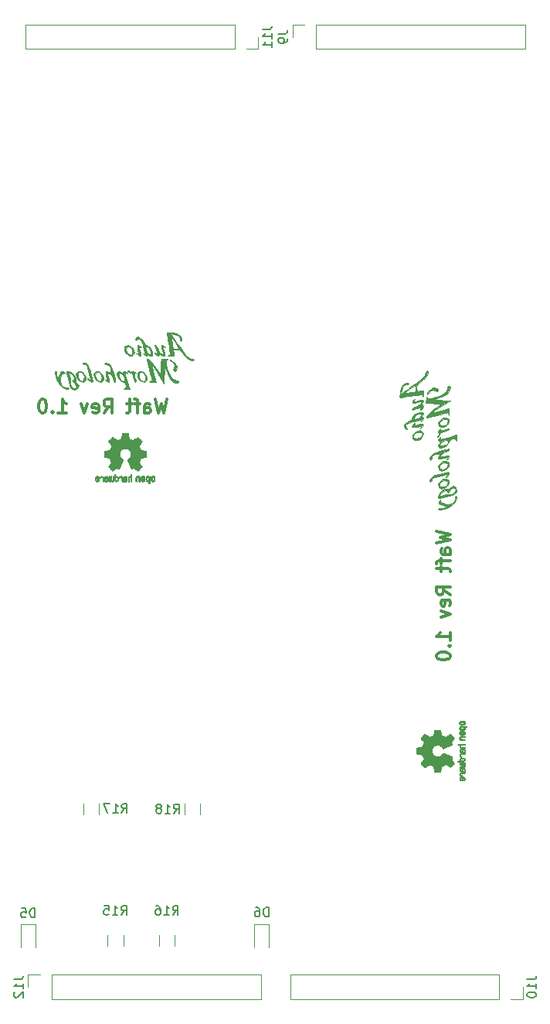
<source format=gbr>
G04 #@! TF.FileFunction,Legend,Bot*
%FSLAX46Y46*%
G04 Gerber Fmt 4.6, Leading zero omitted, Abs format (unit mm)*
G04 Created by KiCad (PCBNEW 4.0.7-e2-6376~58~ubuntu16.04.1) date Mon Jan 22 07:15:01 2018*
%MOMM*%
%LPD*%
G01*
G04 APERTURE LIST*
%ADD10C,0.100000*%
%ADD11C,0.300000*%
%ADD12C,0.120000*%
%ADD13C,0.010000*%
%ADD14C,0.150000*%
G04 APERTURE END LIST*
D10*
D11*
X87500371Y-108027172D02*
X89000371Y-108384315D01*
X87928943Y-108670029D01*
X89000371Y-108955743D01*
X87500371Y-109312886D01*
X89000371Y-110527172D02*
X88214657Y-110527172D01*
X88071800Y-110455743D01*
X88000371Y-110312886D01*
X88000371Y-110027172D01*
X88071800Y-109884315D01*
X88928943Y-110527172D02*
X89000371Y-110384315D01*
X89000371Y-110027172D01*
X88928943Y-109884315D01*
X88786086Y-109812886D01*
X88643229Y-109812886D01*
X88500371Y-109884315D01*
X88428943Y-110027172D01*
X88428943Y-110384315D01*
X88357514Y-110527172D01*
X88000371Y-111027172D02*
X88000371Y-111598601D01*
X89000371Y-111241458D02*
X87714657Y-111241458D01*
X87571800Y-111312886D01*
X87500371Y-111455744D01*
X87500371Y-111598601D01*
X88000371Y-111884315D02*
X88000371Y-112455744D01*
X87500371Y-112098601D02*
X88786086Y-112098601D01*
X88928943Y-112170029D01*
X89000371Y-112312887D01*
X89000371Y-112455744D01*
X89000371Y-114955744D02*
X88286086Y-114455744D01*
X89000371Y-114098601D02*
X87500371Y-114098601D01*
X87500371Y-114670029D01*
X87571800Y-114812887D01*
X87643229Y-114884315D01*
X87786086Y-114955744D01*
X88000371Y-114955744D01*
X88143229Y-114884315D01*
X88214657Y-114812887D01*
X88286086Y-114670029D01*
X88286086Y-114098601D01*
X88928943Y-116170029D02*
X89000371Y-116027172D01*
X89000371Y-115741458D01*
X88928943Y-115598601D01*
X88786086Y-115527172D01*
X88214657Y-115527172D01*
X88071800Y-115598601D01*
X88000371Y-115741458D01*
X88000371Y-116027172D01*
X88071800Y-116170029D01*
X88214657Y-116241458D01*
X88357514Y-116241458D01*
X88500371Y-115527172D01*
X88000371Y-116741458D02*
X89000371Y-117098601D01*
X88000371Y-117455743D01*
X89000371Y-119955743D02*
X89000371Y-119098600D01*
X89000371Y-119527172D02*
X87500371Y-119527172D01*
X87714657Y-119384315D01*
X87857514Y-119241457D01*
X87928943Y-119098600D01*
X88857514Y-120598600D02*
X88928943Y-120670028D01*
X89000371Y-120598600D01*
X88928943Y-120527171D01*
X88857514Y-120598600D01*
X89000371Y-120598600D01*
X87500371Y-121598600D02*
X87500371Y-121741457D01*
X87571800Y-121884314D01*
X87643229Y-121955743D01*
X87786086Y-122027172D01*
X88071800Y-122098600D01*
X88428943Y-122098600D01*
X88714657Y-122027172D01*
X88857514Y-121955743D01*
X88928943Y-121884314D01*
X89000371Y-121741457D01*
X89000371Y-121598600D01*
X88928943Y-121455743D01*
X88857514Y-121384314D01*
X88714657Y-121312886D01*
X88428943Y-121241457D01*
X88071800Y-121241457D01*
X87786086Y-121312886D01*
X87643229Y-121384314D01*
X87571800Y-121455743D01*
X87500371Y-121598600D01*
X57979028Y-93588871D02*
X57621885Y-95088871D01*
X57336171Y-94017443D01*
X57050457Y-95088871D01*
X56693314Y-93588871D01*
X55479028Y-95088871D02*
X55479028Y-94303157D01*
X55550457Y-94160300D01*
X55693314Y-94088871D01*
X55979028Y-94088871D01*
X56121885Y-94160300D01*
X55479028Y-95017443D02*
X55621885Y-95088871D01*
X55979028Y-95088871D01*
X56121885Y-95017443D01*
X56193314Y-94874586D01*
X56193314Y-94731729D01*
X56121885Y-94588871D01*
X55979028Y-94517443D01*
X55621885Y-94517443D01*
X55479028Y-94446014D01*
X54979028Y-94088871D02*
X54407599Y-94088871D01*
X54764742Y-95088871D02*
X54764742Y-93803157D01*
X54693314Y-93660300D01*
X54550456Y-93588871D01*
X54407599Y-93588871D01*
X54121885Y-94088871D02*
X53550456Y-94088871D01*
X53907599Y-93588871D02*
X53907599Y-94874586D01*
X53836171Y-95017443D01*
X53693313Y-95088871D01*
X53550456Y-95088871D01*
X51050456Y-95088871D02*
X51550456Y-94374586D01*
X51907599Y-95088871D02*
X51907599Y-93588871D01*
X51336171Y-93588871D01*
X51193313Y-93660300D01*
X51121885Y-93731729D01*
X51050456Y-93874586D01*
X51050456Y-94088871D01*
X51121885Y-94231729D01*
X51193313Y-94303157D01*
X51336171Y-94374586D01*
X51907599Y-94374586D01*
X49836171Y-95017443D02*
X49979028Y-95088871D01*
X50264742Y-95088871D01*
X50407599Y-95017443D01*
X50479028Y-94874586D01*
X50479028Y-94303157D01*
X50407599Y-94160300D01*
X50264742Y-94088871D01*
X49979028Y-94088871D01*
X49836171Y-94160300D01*
X49764742Y-94303157D01*
X49764742Y-94446014D01*
X50479028Y-94588871D01*
X49264742Y-94088871D02*
X48907599Y-95088871D01*
X48550457Y-94088871D01*
X46050457Y-95088871D02*
X46907600Y-95088871D01*
X46479028Y-95088871D02*
X46479028Y-93588871D01*
X46621885Y-93803157D01*
X46764743Y-93946014D01*
X46907600Y-94017443D01*
X45407600Y-94946014D02*
X45336172Y-95017443D01*
X45407600Y-95088871D01*
X45479029Y-95017443D01*
X45407600Y-94946014D01*
X45407600Y-95088871D01*
X44407600Y-93588871D02*
X44264743Y-93588871D01*
X44121886Y-93660300D01*
X44050457Y-93731729D01*
X43979028Y-93874586D01*
X43907600Y-94160300D01*
X43907600Y-94517443D01*
X43979028Y-94803157D01*
X44050457Y-94946014D01*
X44121886Y-95017443D01*
X44264743Y-95088871D01*
X44407600Y-95088871D01*
X44550457Y-95017443D01*
X44621886Y-94946014D01*
X44693314Y-94803157D01*
X44764743Y-94517443D01*
X44764743Y-94160300D01*
X44693314Y-93874586D01*
X44621886Y-93731729D01*
X44550457Y-93660300D01*
X44407600Y-93588871D01*
D12*
X41950000Y-151000000D02*
X43550000Y-151000000D01*
X43550000Y-151000000D02*
X43550000Y-153600000D01*
X41950000Y-151000000D02*
X41950000Y-153600000D01*
X67550000Y-151000000D02*
X69150000Y-151000000D01*
X69150000Y-151000000D02*
X69150000Y-153600000D01*
X67550000Y-151000000D02*
X67550000Y-153600000D01*
X53180000Y-153400000D02*
X53180000Y-152200000D01*
X51420000Y-152200000D02*
X51420000Y-153400000D01*
X58830000Y-153400000D02*
X58830000Y-152200000D01*
X57070000Y-152200000D02*
X57070000Y-153400000D01*
X50530000Y-139000000D02*
X50530000Y-137800000D01*
X48770000Y-137800000D02*
X48770000Y-139000000D01*
X61630000Y-139050000D02*
X61630000Y-137850000D01*
X59870000Y-137850000D02*
X59870000Y-139050000D01*
X97240000Y-52570000D02*
X97240000Y-55230000D01*
X74320000Y-52570000D02*
X97240000Y-52570000D01*
X74320000Y-55230000D02*
X97240000Y-55230000D01*
X74320000Y-52570000D02*
X74320000Y-55230000D01*
X73050000Y-52570000D02*
X71720000Y-52570000D01*
X71720000Y-52570000D02*
X71720000Y-53900000D01*
X71460000Y-159230000D02*
X71460000Y-156570000D01*
X94380000Y-159230000D02*
X71460000Y-159230000D01*
X94380000Y-156570000D02*
X71460000Y-156570000D01*
X94380000Y-159230000D02*
X94380000Y-156570000D01*
X95650000Y-159230000D02*
X96980000Y-159230000D01*
X96980000Y-159230000D02*
X96980000Y-157900000D01*
X42460000Y-55230000D02*
X42460000Y-52570000D01*
X65380000Y-55230000D02*
X42460000Y-55230000D01*
X65380000Y-52570000D02*
X42460000Y-52570000D01*
X65380000Y-55230000D02*
X65380000Y-52570000D01*
X66650000Y-55230000D02*
X67980000Y-55230000D01*
X67980000Y-55230000D02*
X67980000Y-53900000D01*
X68240000Y-156570000D02*
X68240000Y-159230000D01*
X45320000Y-156570000D02*
X68240000Y-156570000D01*
X45320000Y-159230000D02*
X68240000Y-159230000D01*
X45320000Y-156570000D02*
X45320000Y-159230000D01*
X44050000Y-156570000D02*
X42720000Y-156570000D01*
X42720000Y-156570000D02*
X42720000Y-157900000D01*
D13*
G36*
X87719129Y-98146189D02*
X87842246Y-98169500D01*
X87949337Y-98185968D01*
X87917344Y-98267864D01*
X87829924Y-98368915D01*
X87706803Y-98600776D01*
X87757402Y-98786689D01*
X87963787Y-98878044D01*
X88018716Y-98880700D01*
X88290054Y-98803992D01*
X88577996Y-98613473D01*
X88810160Y-98368549D01*
X88912088Y-98147471D01*
X89038530Y-97942073D01*
X89229437Y-97853338D01*
X89449005Y-97825610D01*
X89567566Y-97920984D01*
X89603996Y-97998898D01*
X89659305Y-98101875D01*
X89688131Y-98042504D01*
X89699431Y-97800869D01*
X89699659Y-97786157D01*
X89697599Y-97518937D01*
X89661531Y-97417114D01*
X89562755Y-97442954D01*
X89477500Y-97494059D01*
X89242796Y-97601424D01*
X88909069Y-97711287D01*
X88740900Y-97754995D01*
X88630027Y-97781749D01*
X88630027Y-97999394D01*
X88699268Y-98022766D01*
X88787402Y-98175728D01*
X88732921Y-98373628D01*
X88655016Y-98461256D01*
X88460825Y-98561558D01*
X88197816Y-98638796D01*
X87967687Y-98661137D01*
X87881568Y-98593769D01*
X87877300Y-98553546D01*
X87959603Y-98360371D01*
X88159502Y-98173263D01*
X88406482Y-98037760D01*
X88630027Y-97999394D01*
X88630027Y-97781749D01*
X88406240Y-97835750D01*
X88129659Y-97906656D01*
X88039730Y-97931818D01*
X87901176Y-97942618D01*
X87906518Y-97819237D01*
X87912980Y-97800224D01*
X87950390Y-97675390D01*
X87903997Y-97710239D01*
X87826749Y-97807918D01*
X87690904Y-98030990D01*
X87719129Y-98146189D01*
X87719129Y-98146189D01*
G37*
X87719129Y-98146189D02*
X87842246Y-98169500D01*
X87949337Y-98185968D01*
X87917344Y-98267864D01*
X87829924Y-98368915D01*
X87706803Y-98600776D01*
X87757402Y-98786689D01*
X87963787Y-98878044D01*
X88018716Y-98880700D01*
X88290054Y-98803992D01*
X88577996Y-98613473D01*
X88810160Y-98368549D01*
X88912088Y-98147471D01*
X89038530Y-97942073D01*
X89229437Y-97853338D01*
X89449005Y-97825610D01*
X89567566Y-97920984D01*
X89603996Y-97998898D01*
X89659305Y-98101875D01*
X89688131Y-98042504D01*
X89699431Y-97800869D01*
X89699659Y-97786157D01*
X89697599Y-97518937D01*
X89661531Y-97417114D01*
X89562755Y-97442954D01*
X89477500Y-97494059D01*
X89242796Y-97601424D01*
X88909069Y-97711287D01*
X88740900Y-97754995D01*
X88630027Y-97781749D01*
X88630027Y-97999394D01*
X88699268Y-98022766D01*
X88787402Y-98175728D01*
X88732921Y-98373628D01*
X88655016Y-98461256D01*
X88460825Y-98561558D01*
X88197816Y-98638796D01*
X87967687Y-98661137D01*
X87881568Y-98593769D01*
X87877300Y-98553546D01*
X87959603Y-98360371D01*
X88159502Y-98173263D01*
X88406482Y-98037760D01*
X88630027Y-97999394D01*
X88630027Y-97781749D01*
X88406240Y-97835750D01*
X88129659Y-97906656D01*
X88039730Y-97931818D01*
X87901176Y-97942618D01*
X87906518Y-97819237D01*
X87912980Y-97800224D01*
X87950390Y-97675390D01*
X87903997Y-97710239D01*
X87826749Y-97807918D01*
X87690904Y-98030990D01*
X87719129Y-98146189D01*
G36*
X87700381Y-104396935D02*
X87818350Y-104404528D01*
X87929450Y-104366586D01*
X88167074Y-104298219D01*
X88519249Y-104221221D01*
X88818450Y-104167537D01*
X89273476Y-104060748D01*
X89554000Y-103904538D01*
X89686554Y-103679085D01*
X89706100Y-103504401D01*
X89651313Y-103271001D01*
X89584180Y-103168220D01*
X89406683Y-103074822D01*
X89406683Y-103271405D01*
X89434478Y-103279479D01*
X89585653Y-103415226D01*
X89561384Y-103614278D01*
X89414221Y-103796606D01*
X89156721Y-103922390D01*
X88880821Y-103951266D01*
X88543672Y-103974389D01*
X88251685Y-104048813D01*
X88011786Y-104139435D01*
X87905269Y-104147030D01*
X87878078Y-104067044D01*
X87877300Y-104017261D01*
X87962482Y-103843489D01*
X88166072Y-103674446D01*
X88410136Y-103567204D01*
X88509506Y-103554300D01*
X88663004Y-103634158D01*
X88690100Y-103728262D01*
X88728424Y-103793493D01*
X88852401Y-103699201D01*
X88977278Y-103558230D01*
X89218398Y-103324618D01*
X89406683Y-103271405D01*
X89406683Y-103074822D01*
X89365069Y-103052924D01*
X89160018Y-103136182D01*
X89083388Y-103232739D01*
X88888561Y-103374999D01*
X88739966Y-103375788D01*
X88389578Y-103402266D01*
X88056811Y-103579480D01*
X87799981Y-103859256D01*
X87677405Y-104193415D01*
X87674100Y-104256305D01*
X87700381Y-104396935D01*
X87700381Y-104396935D01*
G37*
X87700381Y-104396935D02*
X87818350Y-104404528D01*
X87929450Y-104366586D01*
X88167074Y-104298219D01*
X88519249Y-104221221D01*
X88818450Y-104167537D01*
X89273476Y-104060748D01*
X89554000Y-103904538D01*
X89686554Y-103679085D01*
X89706100Y-103504401D01*
X89651313Y-103271001D01*
X89584180Y-103168220D01*
X89406683Y-103074822D01*
X89406683Y-103271405D01*
X89434478Y-103279479D01*
X89585653Y-103415226D01*
X89561384Y-103614278D01*
X89414221Y-103796606D01*
X89156721Y-103922390D01*
X88880821Y-103951266D01*
X88543672Y-103974389D01*
X88251685Y-104048813D01*
X88011786Y-104139435D01*
X87905269Y-104147030D01*
X87878078Y-104067044D01*
X87877300Y-104017261D01*
X87962482Y-103843489D01*
X88166072Y-103674446D01*
X88410136Y-103567204D01*
X88509506Y-103554300D01*
X88663004Y-103634158D01*
X88690100Y-103728262D01*
X88728424Y-103793493D01*
X88852401Y-103699201D01*
X88977278Y-103558230D01*
X89218398Y-103324618D01*
X89406683Y-103271405D01*
X89406683Y-103074822D01*
X89365069Y-103052924D01*
X89160018Y-103136182D01*
X89083388Y-103232739D01*
X88888561Y-103374999D01*
X88739966Y-103375788D01*
X88389578Y-103402266D01*
X88056811Y-103579480D01*
X87799981Y-103859256D01*
X87677405Y-104193415D01*
X87674100Y-104256305D01*
X87700381Y-104396935D01*
G36*
X87752110Y-105681740D02*
X87958415Y-105682373D01*
X88251421Y-105604879D01*
X88589537Y-105465935D01*
X88931171Y-105282220D01*
X89234730Y-105070414D01*
X89430851Y-104881823D01*
X89607638Y-104619456D01*
X89698057Y-104379213D01*
X89689879Y-104211649D01*
X89604500Y-104163900D01*
X89532951Y-104252133D01*
X89502901Y-104464494D01*
X89502900Y-104466357D01*
X89418597Y-104780689D01*
X89179348Y-104980329D01*
X88805637Y-105053120D01*
X88546192Y-105034084D01*
X88175413Y-104936285D01*
X87954510Y-104786417D01*
X87906831Y-104602755D01*
X87926887Y-104549350D01*
X87925747Y-104515826D01*
X87832664Y-104616991D01*
X87717053Y-104808617D01*
X87746727Y-104953444D01*
X87941364Y-105079175D01*
X88237814Y-105187443D01*
X88516552Y-105282614D01*
X88621893Y-105342303D01*
X88575841Y-105386779D01*
X88484470Y-105414656D01*
X88178618Y-105468169D01*
X87953500Y-105483312D01*
X87750704Y-105516209D01*
X87674100Y-105586300D01*
X87752110Y-105681740D01*
X87752110Y-105681740D01*
G37*
X87752110Y-105681740D02*
X87958415Y-105682373D01*
X88251421Y-105604879D01*
X88589537Y-105465935D01*
X88931171Y-105282220D01*
X89234730Y-105070414D01*
X89430851Y-104881823D01*
X89607638Y-104619456D01*
X89698057Y-104379213D01*
X89689879Y-104211649D01*
X89604500Y-104163900D01*
X89532951Y-104252133D01*
X89502901Y-104464494D01*
X89502900Y-104466357D01*
X89418597Y-104780689D01*
X89179348Y-104980329D01*
X88805637Y-105053120D01*
X88546192Y-105034084D01*
X88175413Y-104936285D01*
X87954510Y-104786417D01*
X87906831Y-104602755D01*
X87926887Y-104549350D01*
X87925747Y-104515826D01*
X87832664Y-104616991D01*
X87717053Y-104808617D01*
X87746727Y-104953444D01*
X87941364Y-105079175D01*
X88237814Y-105187443D01*
X88516552Y-105282614D01*
X88621893Y-105342303D01*
X88575841Y-105386779D01*
X88484470Y-105414656D01*
X88178618Y-105468169D01*
X87953500Y-105483312D01*
X87750704Y-105516209D01*
X87674100Y-105586300D01*
X87752110Y-105681740D01*
G36*
X86937500Y-94014027D02*
X87305361Y-94031188D01*
X87622308Y-94064370D01*
X87758638Y-94090780D01*
X87864596Y-94134443D01*
X87867842Y-94198233D01*
X87746932Y-94308029D01*
X87480417Y-94489709D01*
X87367078Y-94563252D01*
X87011327Y-94818010D01*
X86705409Y-95082349D01*
X86481139Y-95323267D01*
X86370332Y-95507756D01*
X86379404Y-95587871D01*
X86490516Y-95580922D01*
X86754415Y-95524949D01*
X87129366Y-95429679D01*
X87494019Y-95328021D01*
X87937530Y-95202601D01*
X88312078Y-95101775D01*
X88572702Y-95037333D01*
X88668964Y-95019900D01*
X88770363Y-95106088D01*
X88821597Y-95248500D01*
X88848888Y-95294910D01*
X88871088Y-95165977D01*
X88879463Y-95006969D01*
X88893300Y-94536839D01*
X88017801Y-94783404D01*
X87625858Y-94888353D01*
X87314780Y-94961420D01*
X87130835Y-94992210D01*
X87101561Y-94989227D01*
X87154554Y-94909613D01*
X87365679Y-94745006D01*
X87715374Y-94508980D01*
X88184077Y-94215110D01*
X88436100Y-94063145D01*
X89045700Y-93699622D01*
X88537700Y-93690460D01*
X88244697Y-93676755D01*
X87922342Y-93649089D01*
X87612822Y-93613340D01*
X87358322Y-93575384D01*
X87201029Y-93541099D01*
X87183130Y-93516359D01*
X87238488Y-93509475D01*
X87574368Y-93444326D01*
X87972838Y-93304250D01*
X88361910Y-93121465D01*
X88669596Y-92928188D01*
X88789387Y-92815363D01*
X88956311Y-92522090D01*
X88988545Y-92265865D01*
X88927166Y-92141233D01*
X88788310Y-92075304D01*
X88706500Y-92195194D01*
X88690100Y-92369268D01*
X88591897Y-92696814D01*
X88302465Y-92977513D01*
X87829566Y-93205658D01*
X87377223Y-93334769D01*
X86953230Y-93429112D01*
X86686715Y-93476846D01*
X86537210Y-93477263D01*
X86464245Y-93429656D01*
X86427351Y-93333318D01*
X86423335Y-93318100D01*
X86393685Y-93296796D01*
X86371212Y-93444656D01*
X86365085Y-93572100D01*
X86353300Y-94003900D01*
X86937500Y-94014027D01*
X86937500Y-94014027D01*
G37*
X86937500Y-94014027D02*
X87305361Y-94031188D01*
X87622308Y-94064370D01*
X87758638Y-94090780D01*
X87864596Y-94134443D01*
X87867842Y-94198233D01*
X87746932Y-94308029D01*
X87480417Y-94489709D01*
X87367078Y-94563252D01*
X87011327Y-94818010D01*
X86705409Y-95082349D01*
X86481139Y-95323267D01*
X86370332Y-95507756D01*
X86379404Y-95587871D01*
X86490516Y-95580922D01*
X86754415Y-95524949D01*
X87129366Y-95429679D01*
X87494019Y-95328021D01*
X87937530Y-95202601D01*
X88312078Y-95101775D01*
X88572702Y-95037333D01*
X88668964Y-95019900D01*
X88770363Y-95106088D01*
X88821597Y-95248500D01*
X88848888Y-95294910D01*
X88871088Y-95165977D01*
X88879463Y-95006969D01*
X88893300Y-94536839D01*
X88017801Y-94783404D01*
X87625858Y-94888353D01*
X87314780Y-94961420D01*
X87130835Y-94992210D01*
X87101561Y-94989227D01*
X87154554Y-94909613D01*
X87365679Y-94745006D01*
X87715374Y-94508980D01*
X88184077Y-94215110D01*
X88436100Y-94063145D01*
X89045700Y-93699622D01*
X88537700Y-93690460D01*
X88244697Y-93676755D01*
X87922342Y-93649089D01*
X87612822Y-93613340D01*
X87358322Y-93575384D01*
X87201029Y-93541099D01*
X87183130Y-93516359D01*
X87238488Y-93509475D01*
X87574368Y-93444326D01*
X87972838Y-93304250D01*
X88361910Y-93121465D01*
X88669596Y-92928188D01*
X88789387Y-92815363D01*
X88956311Y-92522090D01*
X88988545Y-92265865D01*
X88927166Y-92141233D01*
X88788310Y-92075304D01*
X88706500Y-92195194D01*
X88690100Y-92369268D01*
X88591897Y-92696814D01*
X88302465Y-92977513D01*
X87829566Y-93205658D01*
X87377223Y-93334769D01*
X86953230Y-93429112D01*
X86686715Y-93476846D01*
X86537210Y-93477263D01*
X86464245Y-93429656D01*
X86427351Y-93333318D01*
X86423335Y-93318100D01*
X86393685Y-93296796D01*
X86371212Y-93444656D01*
X86365085Y-93572100D01*
X86353300Y-94003900D01*
X86937500Y-94014027D01*
G36*
X87725156Y-96413241D02*
X87776794Y-96494419D01*
X88006888Y-96630395D01*
X88299609Y-96600990D01*
X88607600Y-96411684D01*
X88624464Y-96396351D01*
X88843038Y-96109486D01*
X88878993Y-95838276D01*
X88771380Y-95649820D01*
X88544046Y-95539524D01*
X88384113Y-95559992D01*
X88384113Y-95731100D01*
X88677941Y-95780094D01*
X88791197Y-95919148D01*
X88718460Y-96136365D01*
X88623553Y-96256499D01*
X88411548Y-96391284D01*
X88150592Y-96438394D01*
X87920967Y-96394905D01*
X87810989Y-96286115D01*
X87828213Y-96083938D01*
X87985127Y-95888935D01*
X88224121Y-95756895D01*
X88384113Y-95731100D01*
X88384113Y-95559992D01*
X88280125Y-95573301D01*
X88022947Y-95714356D01*
X87815840Y-95925894D01*
X87702133Y-96171121D01*
X87725156Y-96413241D01*
X87725156Y-96413241D01*
G37*
X87725156Y-96413241D02*
X87776794Y-96494419D01*
X88006888Y-96630395D01*
X88299609Y-96600990D01*
X88607600Y-96411684D01*
X88624464Y-96396351D01*
X88843038Y-96109486D01*
X88878993Y-95838276D01*
X88771380Y-95649820D01*
X88544046Y-95539524D01*
X88384113Y-95559992D01*
X88384113Y-95731100D01*
X88677941Y-95780094D01*
X88791197Y-95919148D01*
X88718460Y-96136365D01*
X88623553Y-96256499D01*
X88411548Y-96391284D01*
X88150592Y-96438394D01*
X87920967Y-96394905D01*
X87810989Y-96286115D01*
X87828213Y-96083938D01*
X87985127Y-95888935D01*
X88224121Y-95756895D01*
X88384113Y-95731100D01*
X88384113Y-95559992D01*
X88280125Y-95573301D01*
X88022947Y-95714356D01*
X87815840Y-95925894D01*
X87702133Y-96171121D01*
X87725156Y-96413241D01*
G36*
X87678049Y-97689508D02*
X87785821Y-97545636D01*
X87875137Y-97366937D01*
X87899063Y-97230342D01*
X87898885Y-97229700D01*
X87957161Y-97159035D01*
X88004300Y-97152933D01*
X88244527Y-97120657D01*
X88519359Y-97042788D01*
X88757171Y-96945096D01*
X88886342Y-96853353D01*
X88893300Y-96833054D01*
X88819791Y-96767700D01*
X88748114Y-96781072D01*
X88555109Y-96836234D01*
X88271128Y-96898831D01*
X88225427Y-96907605D01*
X87984358Y-96940380D01*
X87901658Y-96908271D01*
X87920947Y-96837362D01*
X87924506Y-96796354D01*
X87834034Y-96893518D01*
X87691543Y-97118955D01*
X87712194Y-97237976D01*
X87791446Y-97255100D01*
X87821209Y-97315956D01*
X87724336Y-97458922D01*
X87608258Y-97626819D01*
X87598757Y-97721624D01*
X87678049Y-97689508D01*
X87678049Y-97689508D01*
G37*
X87678049Y-97689508D02*
X87785821Y-97545636D01*
X87875137Y-97366937D01*
X87899063Y-97230342D01*
X87898885Y-97229700D01*
X87957161Y-97159035D01*
X88004300Y-97152933D01*
X88244527Y-97120657D01*
X88519359Y-97042788D01*
X88757171Y-96945096D01*
X88886342Y-96853353D01*
X88893300Y-96833054D01*
X88819791Y-96767700D01*
X88748114Y-96781072D01*
X88555109Y-96836234D01*
X88271128Y-96898831D01*
X88225427Y-96907605D01*
X87984358Y-96940380D01*
X87901658Y-96908271D01*
X87920947Y-96837362D01*
X87924506Y-96796354D01*
X87834034Y-96893518D01*
X87691543Y-97118955D01*
X87712194Y-97237976D01*
X87791446Y-97255100D01*
X87821209Y-97315956D01*
X87724336Y-97458922D01*
X87608258Y-97626819D01*
X87598757Y-97721624D01*
X87678049Y-97689508D01*
G36*
X86786406Y-100168805D02*
X86861300Y-100201500D01*
X86938106Y-100114673D01*
X86962900Y-99951416D01*
X86998315Y-99779195D01*
X87139368Y-99668420D01*
X87379555Y-99589138D01*
X87690681Y-99521147D01*
X87836554Y-99540565D01*
X87840136Y-99658213D01*
X87783931Y-99779718D01*
X87696766Y-99970428D01*
X87674100Y-100055714D01*
X87760471Y-100087244D01*
X87973662Y-100073521D01*
X88244792Y-100023978D01*
X88504978Y-99948049D01*
X88529938Y-99938505D01*
X88669721Y-99908993D01*
X88670096Y-100016553D01*
X88656689Y-100056861D01*
X88614473Y-100190809D01*
X88654619Y-100164161D01*
X88740650Y-100055081D01*
X88878394Y-99835013D01*
X88861074Y-99719840D01*
X88679694Y-99704341D01*
X88325257Y-99783294D01*
X88289758Y-99793362D01*
X88014491Y-99856797D01*
X87902326Y-99827894D01*
X87928568Y-99691922D01*
X87972396Y-99604052D01*
X88138895Y-99444601D01*
X88412585Y-99310116D01*
X88488627Y-99286634D01*
X88740354Y-99196016D01*
X88881957Y-99100738D01*
X88893300Y-99073137D01*
X88814919Y-99009650D01*
X88715500Y-99020901D01*
X88528117Y-99071921D01*
X88214552Y-99153468D01*
X87877300Y-99239149D01*
X87497713Y-99357644D01*
X87170102Y-99500124D01*
X86988300Y-99617811D01*
X86834292Y-99818371D01*
X86762381Y-100023239D01*
X86786406Y-100168805D01*
X86786406Y-100168805D01*
G37*
X86786406Y-100168805D02*
X86861300Y-100201500D01*
X86938106Y-100114673D01*
X86962900Y-99951416D01*
X86998315Y-99779195D01*
X87139368Y-99668420D01*
X87379555Y-99589138D01*
X87690681Y-99521147D01*
X87836554Y-99540565D01*
X87840136Y-99658213D01*
X87783931Y-99779718D01*
X87696766Y-99970428D01*
X87674100Y-100055714D01*
X87760471Y-100087244D01*
X87973662Y-100073521D01*
X88244792Y-100023978D01*
X88504978Y-99948049D01*
X88529938Y-99938505D01*
X88669721Y-99908993D01*
X88670096Y-100016553D01*
X88656689Y-100056861D01*
X88614473Y-100190809D01*
X88654619Y-100164161D01*
X88740650Y-100055081D01*
X88878394Y-99835013D01*
X88861074Y-99719840D01*
X88679694Y-99704341D01*
X88325257Y-99783294D01*
X88289758Y-99793362D01*
X88014491Y-99856797D01*
X87902326Y-99827894D01*
X87928568Y-99691922D01*
X87972396Y-99604052D01*
X88138895Y-99444601D01*
X88412585Y-99310116D01*
X88488627Y-99286634D01*
X88740354Y-99196016D01*
X88881957Y-99100738D01*
X88893300Y-99073137D01*
X88814919Y-99009650D01*
X88715500Y-99020901D01*
X88528117Y-99071921D01*
X88214552Y-99153468D01*
X87877300Y-99239149D01*
X87497713Y-99357644D01*
X87170102Y-99500124D01*
X86988300Y-99617811D01*
X86834292Y-99818371D01*
X86762381Y-100023239D01*
X86786406Y-100168805D01*
G36*
X87725156Y-101188441D02*
X87776794Y-101269619D01*
X88006888Y-101405595D01*
X88299609Y-101376190D01*
X88607600Y-101186884D01*
X88624464Y-101171551D01*
X88843038Y-100884686D01*
X88878993Y-100613476D01*
X88771380Y-100425020D01*
X88544046Y-100314724D01*
X88384113Y-100335192D01*
X88384113Y-100506300D01*
X88677941Y-100555294D01*
X88791197Y-100694348D01*
X88718460Y-100911565D01*
X88623553Y-101031699D01*
X88411548Y-101166484D01*
X88150592Y-101213594D01*
X87920967Y-101170105D01*
X87810989Y-101061315D01*
X87828213Y-100859138D01*
X87985127Y-100664135D01*
X88224121Y-100532095D01*
X88384113Y-100506300D01*
X88384113Y-100335192D01*
X88280125Y-100348501D01*
X88022947Y-100489556D01*
X87815840Y-100701094D01*
X87702133Y-100946321D01*
X87725156Y-101188441D01*
X87725156Y-101188441D01*
G37*
X87725156Y-101188441D02*
X87776794Y-101269619D01*
X88006888Y-101405595D01*
X88299609Y-101376190D01*
X88607600Y-101186884D01*
X88624464Y-101171551D01*
X88843038Y-100884686D01*
X88878993Y-100613476D01*
X88771380Y-100425020D01*
X88544046Y-100314724D01*
X88384113Y-100335192D01*
X88384113Y-100506300D01*
X88677941Y-100555294D01*
X88791197Y-100694348D01*
X88718460Y-100911565D01*
X88623553Y-101031699D01*
X88411548Y-101166484D01*
X88150592Y-101213594D01*
X87920967Y-101170105D01*
X87810989Y-101061315D01*
X87828213Y-100859138D01*
X87985127Y-100664135D01*
X88224121Y-100532095D01*
X88384113Y-100506300D01*
X88384113Y-100335192D01*
X88280125Y-100348501D01*
X88022947Y-100489556D01*
X87815840Y-100701094D01*
X87702133Y-100946321D01*
X87725156Y-101188441D01*
G36*
X86791890Y-102610948D02*
X86861300Y-102639900D01*
X86939059Y-102553345D01*
X86962900Y-102398251D01*
X86984871Y-102264497D01*
X87079171Y-102168185D01*
X87288380Y-102083808D01*
X87648700Y-101987431D01*
X88023460Y-101893590D01*
X88338638Y-101812189D01*
X88521020Y-101762265D01*
X88644837Y-101742652D01*
X88639589Y-101828362D01*
X88582436Y-101944485D01*
X88502045Y-102106520D01*
X88531064Y-102113101D01*
X88675316Y-101989153D01*
X88841119Y-101789386D01*
X88888734Y-101618220D01*
X88807946Y-101527874D01*
X88766300Y-101524037D01*
X88505718Y-101558575D01*
X88143212Y-101643953D01*
X87742402Y-101760543D01*
X87366909Y-101888719D01*
X87080356Y-102008856D01*
X86964153Y-102079965D01*
X86823081Y-102268536D01*
X86761424Y-102468591D01*
X86791890Y-102610948D01*
X86791890Y-102610948D01*
G37*
X86791890Y-102610948D02*
X86861300Y-102639900D01*
X86939059Y-102553345D01*
X86962900Y-102398251D01*
X86984871Y-102264497D01*
X87079171Y-102168185D01*
X87288380Y-102083808D01*
X87648700Y-101987431D01*
X88023460Y-101893590D01*
X88338638Y-101812189D01*
X88521020Y-101762265D01*
X88644837Y-101742652D01*
X88639589Y-101828362D01*
X88582436Y-101944485D01*
X88502045Y-102106520D01*
X88531064Y-102113101D01*
X88675316Y-101989153D01*
X88841119Y-101789386D01*
X88888734Y-101618220D01*
X88807946Y-101527874D01*
X88766300Y-101524037D01*
X88505718Y-101558575D01*
X88143212Y-101643953D01*
X87742402Y-101760543D01*
X87366909Y-101888719D01*
X87080356Y-102008856D01*
X86964153Y-102079965D01*
X86823081Y-102268536D01*
X86761424Y-102468591D01*
X86791890Y-102610948D01*
G36*
X87725156Y-103118841D02*
X87776794Y-103200019D01*
X88006888Y-103335995D01*
X88299609Y-103306590D01*
X88607600Y-103117284D01*
X88624464Y-103101951D01*
X88843038Y-102815086D01*
X88878993Y-102543876D01*
X88771380Y-102355420D01*
X88544046Y-102245124D01*
X88384113Y-102265592D01*
X88384113Y-102436700D01*
X88677941Y-102485694D01*
X88791197Y-102624748D01*
X88718460Y-102841965D01*
X88623553Y-102962099D01*
X88411548Y-103096884D01*
X88150592Y-103143994D01*
X87920967Y-103100505D01*
X87810989Y-102991715D01*
X87828213Y-102789538D01*
X87985127Y-102594535D01*
X88224121Y-102462495D01*
X88384113Y-102436700D01*
X88384113Y-102265592D01*
X88280125Y-102278901D01*
X88022947Y-102419956D01*
X87815840Y-102631494D01*
X87702133Y-102876721D01*
X87725156Y-103118841D01*
X87725156Y-103118841D01*
G37*
X87725156Y-103118841D02*
X87776794Y-103200019D01*
X88006888Y-103335995D01*
X88299609Y-103306590D01*
X88607600Y-103117284D01*
X88624464Y-103101951D01*
X88843038Y-102815086D01*
X88878993Y-102543876D01*
X88771380Y-102355420D01*
X88544046Y-102245124D01*
X88384113Y-102265592D01*
X88384113Y-102436700D01*
X88677941Y-102485694D01*
X88791197Y-102624748D01*
X88718460Y-102841965D01*
X88623553Y-102962099D01*
X88411548Y-103096884D01*
X88150592Y-103143994D01*
X87920967Y-103100505D01*
X87810989Y-102991715D01*
X87828213Y-102789538D01*
X87985127Y-102594535D01*
X88224121Y-102462495D01*
X88384113Y-102436700D01*
X88384113Y-102265592D01*
X88280125Y-102278901D01*
X88022947Y-102419956D01*
X87815840Y-102631494D01*
X87702133Y-102876721D01*
X87725156Y-103118841D01*
G36*
X86500935Y-93024453D02*
X86597952Y-92891279D01*
X86610957Y-92867876D01*
X86839834Y-92602235D01*
X87122377Y-92512419D01*
X87358782Y-92575871D01*
X87569559Y-92670606D01*
X87659050Y-92644653D01*
X87674100Y-92541570D01*
X87591811Y-92386576D01*
X87513390Y-92338370D01*
X87278717Y-92282335D01*
X87200775Y-92276700D01*
X87027562Y-92349213D01*
X86806488Y-92525342D01*
X86600783Y-92742966D01*
X86473673Y-92939967D01*
X86458967Y-93005484D01*
X86500935Y-93024453D01*
X86500935Y-93024453D01*
G37*
X86500935Y-93024453D02*
X86597952Y-92891279D01*
X86610957Y-92867876D01*
X86839834Y-92602235D01*
X87122377Y-92512419D01*
X87358782Y-92575871D01*
X87569559Y-92670606D01*
X87659050Y-92644653D01*
X87674100Y-92541570D01*
X87591811Y-92386576D01*
X87513390Y-92338370D01*
X87278717Y-92282335D01*
X87200775Y-92276700D01*
X87027562Y-92349213D01*
X86806488Y-92525342D01*
X86600783Y-92742966D01*
X86473673Y-92939967D01*
X86458967Y-93005484D01*
X86500935Y-93024453D01*
G36*
X83516774Y-93361032D02*
X83658016Y-93356100D01*
X83706271Y-93346156D01*
X83918433Y-93308390D01*
X84272439Y-93253119D01*
X84708682Y-93189462D01*
X84951379Y-93155644D01*
X85402913Y-93095516D01*
X85691940Y-93066545D01*
X85857179Y-93071641D01*
X85937351Y-93113714D01*
X85971174Y-93195675D01*
X85978943Y-93232874D01*
X86006256Y-93275759D01*
X86028079Y-93143904D01*
X86034663Y-93019687D01*
X86048500Y-92594275D01*
X85692900Y-92651981D01*
X85462954Y-92679293D01*
X85362652Y-92625877D01*
X85338400Y-92440906D01*
X85337994Y-92315393D01*
X85365787Y-92037495D01*
X85482062Y-91845778D01*
X85698290Y-91676185D01*
X86000033Y-91438629D01*
X86273408Y-91173731D01*
X86307195Y-91134990D01*
X86471129Y-90884938D01*
X86550990Y-90651535D01*
X86535002Y-90489562D01*
X86454900Y-90447900D01*
X86376255Y-90534197D01*
X86353300Y-90681969D01*
X86264768Y-90932490D01*
X85996588Y-91242711D01*
X85544877Y-91616431D01*
X85183336Y-91869054D01*
X85183336Y-92073500D01*
X85218535Y-92162684D01*
X85235439Y-92380809D01*
X85235700Y-92414885D01*
X85227364Y-92607775D01*
X85169900Y-92715532D01*
X85014618Y-92771799D01*
X84712830Y-92810220D01*
X84654896Y-92816215D01*
X84336480Y-92843747D01*
X84113091Y-92853009D01*
X84043764Y-92845831D01*
X84105011Y-92781595D01*
X84286233Y-92644691D01*
X84535288Y-92470458D01*
X84800033Y-92294235D01*
X85028326Y-92151362D01*
X85168024Y-92077176D01*
X85183336Y-92073500D01*
X85183336Y-91869054D01*
X85032500Y-91974450D01*
X84646533Y-92236199D01*
X84267687Y-92503562D01*
X83977537Y-92718961D01*
X83975938Y-92720206D01*
X83579776Y-93028991D01*
X83654830Y-92627445D01*
X83756277Y-92253633D01*
X83903881Y-92047356D01*
X84125635Y-91973763D01*
X84181340Y-91971900D01*
X84366242Y-91935496D01*
X84422900Y-91870300D01*
X84347478Y-91778861D01*
X84167315Y-91781269D01*
X83951561Y-91866244D01*
X83815884Y-91969315D01*
X83671176Y-92152477D01*
X83576266Y-92389053D01*
X83512747Y-92736903D01*
X83482614Y-93016986D01*
X83469662Y-93264706D01*
X83516774Y-93361032D01*
X83516774Y-93361032D01*
G37*
X83516774Y-93361032D02*
X83658016Y-93356100D01*
X83706271Y-93346156D01*
X83918433Y-93308390D01*
X84272439Y-93253119D01*
X84708682Y-93189462D01*
X84951379Y-93155644D01*
X85402913Y-93095516D01*
X85691940Y-93066545D01*
X85857179Y-93071641D01*
X85937351Y-93113714D01*
X85971174Y-93195675D01*
X85978943Y-93232874D01*
X86006256Y-93275759D01*
X86028079Y-93143904D01*
X86034663Y-93019687D01*
X86048500Y-92594275D01*
X85692900Y-92651981D01*
X85462954Y-92679293D01*
X85362652Y-92625877D01*
X85338400Y-92440906D01*
X85337994Y-92315393D01*
X85365787Y-92037495D01*
X85482062Y-91845778D01*
X85698290Y-91676185D01*
X86000033Y-91438629D01*
X86273408Y-91173731D01*
X86307195Y-91134990D01*
X86471129Y-90884938D01*
X86550990Y-90651535D01*
X86535002Y-90489562D01*
X86454900Y-90447900D01*
X86376255Y-90534197D01*
X86353300Y-90681969D01*
X86264768Y-90932490D01*
X85996588Y-91242711D01*
X85544877Y-91616431D01*
X85183336Y-91869054D01*
X85183336Y-92073500D01*
X85218535Y-92162684D01*
X85235439Y-92380809D01*
X85235700Y-92414885D01*
X85227364Y-92607775D01*
X85169900Y-92715532D01*
X85014618Y-92771799D01*
X84712830Y-92810220D01*
X84654896Y-92816215D01*
X84336480Y-92843747D01*
X84113091Y-92853009D01*
X84043764Y-92845831D01*
X84105011Y-92781595D01*
X84286233Y-92644691D01*
X84535288Y-92470458D01*
X84800033Y-92294235D01*
X85028326Y-92151362D01*
X85168024Y-92077176D01*
X85183336Y-92073500D01*
X85183336Y-91869054D01*
X85032500Y-91974450D01*
X84646533Y-92236199D01*
X84267687Y-92503562D01*
X83977537Y-92718961D01*
X83975938Y-92720206D01*
X83579776Y-93028991D01*
X83654830Y-92627445D01*
X83756277Y-92253633D01*
X83903881Y-92047356D01*
X84125635Y-91973763D01*
X84181340Y-91971900D01*
X84366242Y-91935496D01*
X84422900Y-91870300D01*
X84347478Y-91778861D01*
X84167315Y-91781269D01*
X83951561Y-91866244D01*
X83815884Y-91969315D01*
X83671176Y-92152477D01*
X83576266Y-92389053D01*
X83512747Y-92736903D01*
X83482614Y-93016986D01*
X83469662Y-93264706D01*
X83516774Y-93361032D01*
G36*
X84837357Y-94689246D02*
X84893559Y-94704578D01*
X85045948Y-94663691D01*
X85337300Y-94562700D01*
X85607603Y-94470944D01*
X85787362Y-94416640D01*
X85819714Y-94410300D01*
X85807907Y-94473855D01*
X85743700Y-94562700D01*
X85678154Y-94690280D01*
X85727684Y-94715100D01*
X85856016Y-94635229D01*
X85953815Y-94498979D01*
X86017160Y-94312096D01*
X85937115Y-94201088D01*
X85932839Y-94198409D01*
X85849183Y-94098555D01*
X85922349Y-93987810D01*
X86052113Y-93786841D01*
X86010610Y-93652604D01*
X85814981Y-93624772D01*
X85769100Y-93633154D01*
X85458224Y-93707075D01*
X85243963Y-93763785D01*
X85071173Y-93793140D01*
X85043704Y-93714544D01*
X85066412Y-93639231D01*
X85107594Y-93507273D01*
X85066143Y-93535639D01*
X84981949Y-93642318D01*
X84846141Y-93866601D01*
X84876570Y-93974415D01*
X85073457Y-93966464D01*
X85083300Y-93964114D01*
X85396958Y-93887781D01*
X85591300Y-93840485D01*
X85787644Y-93826374D01*
X85839943Y-93898354D01*
X85770927Y-94026429D01*
X85603327Y-94180606D01*
X85359876Y-94330890D01*
X85152902Y-94418969D01*
X84934093Y-94519525D01*
X84830566Y-94614882D01*
X84829300Y-94623439D01*
X84837357Y-94689246D01*
X84837357Y-94689246D01*
G37*
X84837357Y-94689246D02*
X84893559Y-94704578D01*
X85045948Y-94663691D01*
X85337300Y-94562700D01*
X85607603Y-94470944D01*
X85787362Y-94416640D01*
X85819714Y-94410300D01*
X85807907Y-94473855D01*
X85743700Y-94562700D01*
X85678154Y-94690280D01*
X85727684Y-94715100D01*
X85856016Y-94635229D01*
X85953815Y-94498979D01*
X86017160Y-94312096D01*
X85937115Y-94201088D01*
X85932839Y-94198409D01*
X85849183Y-94098555D01*
X85922349Y-93987810D01*
X86052113Y-93786841D01*
X86010610Y-93652604D01*
X85814981Y-93624772D01*
X85769100Y-93633154D01*
X85458224Y-93707075D01*
X85243963Y-93763785D01*
X85071173Y-93793140D01*
X85043704Y-93714544D01*
X85066412Y-93639231D01*
X85107594Y-93507273D01*
X85066143Y-93535639D01*
X84981949Y-93642318D01*
X84846141Y-93866601D01*
X84876570Y-93974415D01*
X85073457Y-93966464D01*
X85083300Y-93964114D01*
X85396958Y-93887781D01*
X85591300Y-93840485D01*
X85787644Y-93826374D01*
X85839943Y-93898354D01*
X85770927Y-94026429D01*
X85603327Y-94180606D01*
X85359876Y-94330890D01*
X85152902Y-94418969D01*
X84934093Y-94519525D01*
X84830566Y-94614882D01*
X84829300Y-94623439D01*
X84837357Y-94689246D01*
G36*
X83996141Y-96730363D02*
X84081841Y-96789421D01*
X84256177Y-96814376D01*
X84319475Y-96753267D01*
X84232160Y-96653201D01*
X84135173Y-96495511D01*
X84133655Y-96385760D01*
X84220224Y-96262887D01*
X84448632Y-96148260D01*
X84848062Y-96027554D01*
X84880252Y-96019255D01*
X85341672Y-95906094D01*
X85634086Y-95849300D01*
X85783257Y-95847307D01*
X85814946Y-95898549D01*
X85781540Y-95964488D01*
X85771416Y-96000447D01*
X85870700Y-95902432D01*
X86024181Y-95686624D01*
X86021702Y-95556320D01*
X85926580Y-95527900D01*
X85855894Y-95497911D01*
X85926580Y-95405980D01*
X86040778Y-95198026D01*
X85986958Y-95016890D01*
X85886865Y-94951497D01*
X85664706Y-94951086D01*
X85664706Y-95121500D01*
X85816585Y-95182328D01*
X85825817Y-95329544D01*
X85697702Y-95510240D01*
X85619493Y-95572938D01*
X85363376Y-95700753D01*
X85151309Y-95719698D01*
X85038678Y-95628684D01*
X85032500Y-95584461D01*
X85117682Y-95410689D01*
X85321272Y-95241646D01*
X85565336Y-95134404D01*
X85664706Y-95121500D01*
X85664706Y-94951086D01*
X85642017Y-94951044D01*
X85349034Y-95072857D01*
X85079457Y-95274983D01*
X84904828Y-95515469D01*
X84898619Y-95531027D01*
X84784919Y-95740666D01*
X84666642Y-95832526D01*
X84662420Y-95832700D01*
X84476079Y-95905347D01*
X84246841Y-96081638D01*
X84040542Y-96299102D01*
X83923015Y-96495263D01*
X83914899Y-96542061D01*
X83996141Y-96730363D01*
X83996141Y-96730363D01*
G37*
X83996141Y-96730363D02*
X84081841Y-96789421D01*
X84256177Y-96814376D01*
X84319475Y-96753267D01*
X84232160Y-96653201D01*
X84135173Y-96495511D01*
X84133655Y-96385760D01*
X84220224Y-96262887D01*
X84448632Y-96148260D01*
X84848062Y-96027554D01*
X84880252Y-96019255D01*
X85341672Y-95906094D01*
X85634086Y-95849300D01*
X85783257Y-95847307D01*
X85814946Y-95898549D01*
X85781540Y-95964488D01*
X85771416Y-96000447D01*
X85870700Y-95902432D01*
X86024181Y-95686624D01*
X86021702Y-95556320D01*
X85926580Y-95527900D01*
X85855894Y-95497911D01*
X85926580Y-95405980D01*
X86040778Y-95198026D01*
X85986958Y-95016890D01*
X85886865Y-94951497D01*
X85664706Y-94951086D01*
X85664706Y-95121500D01*
X85816585Y-95182328D01*
X85825817Y-95329544D01*
X85697702Y-95510240D01*
X85619493Y-95572938D01*
X85363376Y-95700753D01*
X85151309Y-95719698D01*
X85038678Y-95628684D01*
X85032500Y-95584461D01*
X85117682Y-95410689D01*
X85321272Y-95241646D01*
X85565336Y-95134404D01*
X85664706Y-95121500D01*
X85664706Y-94951086D01*
X85642017Y-94951044D01*
X85349034Y-95072857D01*
X85079457Y-95274983D01*
X84904828Y-95515469D01*
X84898619Y-95531027D01*
X84784919Y-95740666D01*
X84666642Y-95832526D01*
X84662420Y-95832700D01*
X84476079Y-95905347D01*
X84246841Y-96081638D01*
X84040542Y-96299102D01*
X83923015Y-96495263D01*
X83914899Y-96542061D01*
X83996141Y-96730363D01*
G36*
X84916066Y-96613552D02*
X85131507Y-96606350D01*
X85408335Y-96560644D01*
X85679265Y-96484056D01*
X85701267Y-96475830D01*
X85802585Y-96479968D01*
X85787358Y-96608787D01*
X85754742Y-96733402D01*
X85803608Y-96701491D01*
X85887805Y-96600681D01*
X86028686Y-96383928D01*
X86000025Y-96275934D01*
X85795580Y-96266936D01*
X85685685Y-96284550D01*
X85400963Y-96345600D01*
X85190257Y-96403758D01*
X85176532Y-96408769D01*
X85075214Y-96404631D01*
X85090441Y-96275812D01*
X85123057Y-96151197D01*
X85074191Y-96183108D01*
X84989994Y-96283918D01*
X84866261Y-96469780D01*
X84829300Y-96574625D01*
X84916066Y-96613552D01*
X84916066Y-96613552D01*
G37*
X84916066Y-96613552D02*
X85131507Y-96606350D01*
X85408335Y-96560644D01*
X85679265Y-96484056D01*
X85701267Y-96475830D01*
X85802585Y-96479968D01*
X85787358Y-96608787D01*
X85754742Y-96733402D01*
X85803608Y-96701491D01*
X85887805Y-96600681D01*
X86028686Y-96383928D01*
X86000025Y-96275934D01*
X85795580Y-96266936D01*
X85685685Y-96284550D01*
X85400963Y-96345600D01*
X85190257Y-96403758D01*
X85176532Y-96408769D01*
X85075214Y-96404631D01*
X85090441Y-96275812D01*
X85123057Y-96151197D01*
X85074191Y-96183108D01*
X84989994Y-96283918D01*
X84866261Y-96469780D01*
X84829300Y-96574625D01*
X84916066Y-96613552D01*
G36*
X84880356Y-97835641D02*
X84931994Y-97916819D01*
X85162088Y-98052795D01*
X85454809Y-98023390D01*
X85762800Y-97834084D01*
X85779664Y-97818751D01*
X85998238Y-97531886D01*
X86034193Y-97260676D01*
X85926580Y-97072220D01*
X85699246Y-96961924D01*
X85539313Y-96982392D01*
X85539313Y-97153500D01*
X85833141Y-97202494D01*
X85946397Y-97341548D01*
X85873660Y-97558765D01*
X85778753Y-97678899D01*
X85566748Y-97813684D01*
X85305792Y-97860794D01*
X85076167Y-97817305D01*
X84966189Y-97708515D01*
X84983413Y-97506338D01*
X85140327Y-97311335D01*
X85379321Y-97179295D01*
X85539313Y-97153500D01*
X85539313Y-96982392D01*
X85435325Y-96995701D01*
X85178147Y-97136756D01*
X84971040Y-97348294D01*
X84857333Y-97593521D01*
X84880356Y-97835641D01*
X84880356Y-97835641D01*
G37*
X84880356Y-97835641D02*
X84931994Y-97916819D01*
X85162088Y-98052795D01*
X85454809Y-98023390D01*
X85762800Y-97834084D01*
X85779664Y-97818751D01*
X85998238Y-97531886D01*
X86034193Y-97260676D01*
X85926580Y-97072220D01*
X85699246Y-96961924D01*
X85539313Y-96982392D01*
X85539313Y-97153500D01*
X85833141Y-97202494D01*
X85946397Y-97341548D01*
X85873660Y-97558765D01*
X85778753Y-97678899D01*
X85566748Y-97813684D01*
X85305792Y-97860794D01*
X85076167Y-97817305D01*
X84966189Y-97708515D01*
X84983413Y-97506338D01*
X85140327Y-97311335D01*
X85379321Y-97179295D01*
X85539313Y-97153500D01*
X85539313Y-96982392D01*
X85435325Y-96995701D01*
X85178147Y-97136756D01*
X84971040Y-97348294D01*
X84857333Y-97593521D01*
X84880356Y-97835641D01*
G36*
X53178811Y-90505629D02*
X53155500Y-90628746D01*
X53139032Y-90735837D01*
X53057136Y-90703844D01*
X52956085Y-90616424D01*
X52724224Y-90493303D01*
X52538311Y-90543902D01*
X52446956Y-90750287D01*
X52444300Y-90805216D01*
X52521008Y-91076554D01*
X52711527Y-91364496D01*
X52956451Y-91596660D01*
X53177529Y-91698588D01*
X53382927Y-91825030D01*
X53471662Y-92015937D01*
X53499390Y-92235505D01*
X53404016Y-92354066D01*
X53326102Y-92390496D01*
X53223125Y-92445805D01*
X53282496Y-92474631D01*
X53524131Y-92485931D01*
X53538843Y-92486159D01*
X53806063Y-92484099D01*
X53907886Y-92448031D01*
X53882046Y-92349255D01*
X53830941Y-92264000D01*
X53723576Y-92029296D01*
X53613713Y-91695569D01*
X53570005Y-91527400D01*
X53543251Y-91416527D01*
X53325606Y-91416527D01*
X53302234Y-91485768D01*
X53149272Y-91573902D01*
X52951372Y-91519421D01*
X52863744Y-91441516D01*
X52763442Y-91247325D01*
X52686204Y-90984316D01*
X52663863Y-90754187D01*
X52731231Y-90668068D01*
X52771454Y-90663800D01*
X52964629Y-90746103D01*
X53151737Y-90946002D01*
X53287240Y-91192982D01*
X53325606Y-91416527D01*
X53543251Y-91416527D01*
X53489250Y-91192740D01*
X53418344Y-90916159D01*
X53393182Y-90826230D01*
X53382382Y-90687676D01*
X53505763Y-90693018D01*
X53524776Y-90699480D01*
X53649610Y-90736890D01*
X53614761Y-90690497D01*
X53517082Y-90613249D01*
X53294010Y-90477404D01*
X53178811Y-90505629D01*
X53178811Y-90505629D01*
G37*
X53178811Y-90505629D02*
X53155500Y-90628746D01*
X53139032Y-90735837D01*
X53057136Y-90703844D01*
X52956085Y-90616424D01*
X52724224Y-90493303D01*
X52538311Y-90543902D01*
X52446956Y-90750287D01*
X52444300Y-90805216D01*
X52521008Y-91076554D01*
X52711527Y-91364496D01*
X52956451Y-91596660D01*
X53177529Y-91698588D01*
X53382927Y-91825030D01*
X53471662Y-92015937D01*
X53499390Y-92235505D01*
X53404016Y-92354066D01*
X53326102Y-92390496D01*
X53223125Y-92445805D01*
X53282496Y-92474631D01*
X53524131Y-92485931D01*
X53538843Y-92486159D01*
X53806063Y-92484099D01*
X53907886Y-92448031D01*
X53882046Y-92349255D01*
X53830941Y-92264000D01*
X53723576Y-92029296D01*
X53613713Y-91695569D01*
X53570005Y-91527400D01*
X53543251Y-91416527D01*
X53325606Y-91416527D01*
X53302234Y-91485768D01*
X53149272Y-91573902D01*
X52951372Y-91519421D01*
X52863744Y-91441516D01*
X52763442Y-91247325D01*
X52686204Y-90984316D01*
X52663863Y-90754187D01*
X52731231Y-90668068D01*
X52771454Y-90663800D01*
X52964629Y-90746103D01*
X53151737Y-90946002D01*
X53287240Y-91192982D01*
X53325606Y-91416527D01*
X53543251Y-91416527D01*
X53489250Y-91192740D01*
X53418344Y-90916159D01*
X53393182Y-90826230D01*
X53382382Y-90687676D01*
X53505763Y-90693018D01*
X53524776Y-90699480D01*
X53649610Y-90736890D01*
X53614761Y-90690497D01*
X53517082Y-90613249D01*
X53294010Y-90477404D01*
X53178811Y-90505629D01*
G36*
X46928065Y-90486881D02*
X46920472Y-90604850D01*
X46958414Y-90715950D01*
X47026781Y-90953574D01*
X47103779Y-91305749D01*
X47157463Y-91604950D01*
X47264252Y-92059976D01*
X47420462Y-92340500D01*
X47645915Y-92473054D01*
X47820599Y-92492600D01*
X48053999Y-92437813D01*
X48156780Y-92370680D01*
X48250178Y-92193183D01*
X48053595Y-92193183D01*
X48045521Y-92220978D01*
X47909774Y-92372153D01*
X47710722Y-92347884D01*
X47528394Y-92200721D01*
X47402610Y-91943221D01*
X47373734Y-91667321D01*
X47350611Y-91330172D01*
X47276187Y-91038185D01*
X47185565Y-90798286D01*
X47177970Y-90691769D01*
X47257956Y-90664578D01*
X47307739Y-90663800D01*
X47481511Y-90748982D01*
X47650554Y-90952572D01*
X47757796Y-91196636D01*
X47770700Y-91296006D01*
X47690842Y-91449504D01*
X47596738Y-91476600D01*
X47531507Y-91514924D01*
X47625799Y-91638901D01*
X47766770Y-91763778D01*
X48000382Y-92004898D01*
X48053595Y-92193183D01*
X48250178Y-92193183D01*
X48272076Y-92151569D01*
X48188818Y-91946518D01*
X48092261Y-91869888D01*
X47950001Y-91675061D01*
X47949212Y-91526466D01*
X47922734Y-91176078D01*
X47745520Y-90843311D01*
X47465744Y-90586481D01*
X47131585Y-90463905D01*
X47068695Y-90460600D01*
X46928065Y-90486881D01*
X46928065Y-90486881D01*
G37*
X46928065Y-90486881D02*
X46920472Y-90604850D01*
X46958414Y-90715950D01*
X47026781Y-90953574D01*
X47103779Y-91305749D01*
X47157463Y-91604950D01*
X47264252Y-92059976D01*
X47420462Y-92340500D01*
X47645915Y-92473054D01*
X47820599Y-92492600D01*
X48053999Y-92437813D01*
X48156780Y-92370680D01*
X48250178Y-92193183D01*
X48053595Y-92193183D01*
X48045521Y-92220978D01*
X47909774Y-92372153D01*
X47710722Y-92347884D01*
X47528394Y-92200721D01*
X47402610Y-91943221D01*
X47373734Y-91667321D01*
X47350611Y-91330172D01*
X47276187Y-91038185D01*
X47185565Y-90798286D01*
X47177970Y-90691769D01*
X47257956Y-90664578D01*
X47307739Y-90663800D01*
X47481511Y-90748982D01*
X47650554Y-90952572D01*
X47757796Y-91196636D01*
X47770700Y-91296006D01*
X47690842Y-91449504D01*
X47596738Y-91476600D01*
X47531507Y-91514924D01*
X47625799Y-91638901D01*
X47766770Y-91763778D01*
X48000382Y-92004898D01*
X48053595Y-92193183D01*
X48250178Y-92193183D01*
X48272076Y-92151569D01*
X48188818Y-91946518D01*
X48092261Y-91869888D01*
X47950001Y-91675061D01*
X47949212Y-91526466D01*
X47922734Y-91176078D01*
X47745520Y-90843311D01*
X47465744Y-90586481D01*
X47131585Y-90463905D01*
X47068695Y-90460600D01*
X46928065Y-90486881D01*
G36*
X45643260Y-90538610D02*
X45642627Y-90744915D01*
X45720121Y-91037921D01*
X45859065Y-91376037D01*
X46042780Y-91717671D01*
X46254586Y-92021230D01*
X46443177Y-92217351D01*
X46705544Y-92394138D01*
X46945787Y-92484557D01*
X47113351Y-92476379D01*
X47161100Y-92391000D01*
X47072867Y-92319451D01*
X46860506Y-92289401D01*
X46858643Y-92289400D01*
X46544311Y-92205097D01*
X46344671Y-91965848D01*
X46271880Y-91592137D01*
X46290916Y-91332692D01*
X46388715Y-90961913D01*
X46538583Y-90741010D01*
X46722245Y-90693331D01*
X46775650Y-90713387D01*
X46809174Y-90712247D01*
X46708009Y-90619164D01*
X46516383Y-90503553D01*
X46371556Y-90533227D01*
X46245825Y-90727864D01*
X46137557Y-91024314D01*
X46042386Y-91303052D01*
X45982697Y-91408393D01*
X45938221Y-91362341D01*
X45910344Y-91270970D01*
X45856831Y-90965118D01*
X45841688Y-90740000D01*
X45808791Y-90537204D01*
X45738700Y-90460600D01*
X45643260Y-90538610D01*
X45643260Y-90538610D01*
G37*
X45643260Y-90538610D02*
X45642627Y-90744915D01*
X45720121Y-91037921D01*
X45859065Y-91376037D01*
X46042780Y-91717671D01*
X46254586Y-92021230D01*
X46443177Y-92217351D01*
X46705544Y-92394138D01*
X46945787Y-92484557D01*
X47113351Y-92476379D01*
X47161100Y-92391000D01*
X47072867Y-92319451D01*
X46860506Y-92289401D01*
X46858643Y-92289400D01*
X46544311Y-92205097D01*
X46344671Y-91965848D01*
X46271880Y-91592137D01*
X46290916Y-91332692D01*
X46388715Y-90961913D01*
X46538583Y-90741010D01*
X46722245Y-90693331D01*
X46775650Y-90713387D01*
X46809174Y-90712247D01*
X46708009Y-90619164D01*
X46516383Y-90503553D01*
X46371556Y-90533227D01*
X46245825Y-90727864D01*
X46137557Y-91024314D01*
X46042386Y-91303052D01*
X45982697Y-91408393D01*
X45938221Y-91362341D01*
X45910344Y-91270970D01*
X45856831Y-90965118D01*
X45841688Y-90740000D01*
X45808791Y-90537204D01*
X45738700Y-90460600D01*
X45643260Y-90538610D01*
G36*
X57310973Y-89724000D02*
X57293812Y-90091861D01*
X57260630Y-90408808D01*
X57234220Y-90545138D01*
X57190557Y-90651096D01*
X57126767Y-90654342D01*
X57016971Y-90533432D01*
X56835291Y-90266917D01*
X56761748Y-90153578D01*
X56506990Y-89797827D01*
X56242651Y-89491909D01*
X56001733Y-89267639D01*
X55817244Y-89156832D01*
X55737129Y-89165904D01*
X55744078Y-89277016D01*
X55800051Y-89540915D01*
X55895321Y-89915866D01*
X55996979Y-90280519D01*
X56122399Y-90724030D01*
X56223225Y-91098578D01*
X56287667Y-91359202D01*
X56305100Y-91455464D01*
X56218912Y-91556863D01*
X56076500Y-91608097D01*
X56030090Y-91635388D01*
X56159023Y-91657588D01*
X56318031Y-91665963D01*
X56788161Y-91679800D01*
X56541596Y-90804301D01*
X56436647Y-90412358D01*
X56363580Y-90101280D01*
X56332790Y-89917335D01*
X56335773Y-89888061D01*
X56415387Y-89941054D01*
X56579994Y-90152179D01*
X56816020Y-90501874D01*
X57109890Y-90970577D01*
X57261855Y-91222600D01*
X57625378Y-91832200D01*
X57634540Y-91324200D01*
X57648245Y-91031197D01*
X57675911Y-90708842D01*
X57711660Y-90399322D01*
X57749616Y-90144822D01*
X57783901Y-89987529D01*
X57808641Y-89969630D01*
X57815525Y-90024988D01*
X57880674Y-90360868D01*
X58020750Y-90759338D01*
X58203535Y-91148410D01*
X58396812Y-91456096D01*
X58509637Y-91575887D01*
X58802910Y-91742811D01*
X59059135Y-91775045D01*
X59183767Y-91713666D01*
X59249696Y-91574810D01*
X59129806Y-91493000D01*
X58955732Y-91476600D01*
X58628186Y-91378397D01*
X58347487Y-91088965D01*
X58119342Y-90616066D01*
X57990231Y-90163723D01*
X57895888Y-89739730D01*
X57848154Y-89473215D01*
X57847737Y-89323710D01*
X57895344Y-89250745D01*
X57991682Y-89213851D01*
X58006900Y-89209835D01*
X58028204Y-89180185D01*
X57880344Y-89157712D01*
X57752900Y-89151585D01*
X57321100Y-89139800D01*
X57310973Y-89724000D01*
X57310973Y-89724000D01*
G37*
X57310973Y-89724000D02*
X57293812Y-90091861D01*
X57260630Y-90408808D01*
X57234220Y-90545138D01*
X57190557Y-90651096D01*
X57126767Y-90654342D01*
X57016971Y-90533432D01*
X56835291Y-90266917D01*
X56761748Y-90153578D01*
X56506990Y-89797827D01*
X56242651Y-89491909D01*
X56001733Y-89267639D01*
X55817244Y-89156832D01*
X55737129Y-89165904D01*
X55744078Y-89277016D01*
X55800051Y-89540915D01*
X55895321Y-89915866D01*
X55996979Y-90280519D01*
X56122399Y-90724030D01*
X56223225Y-91098578D01*
X56287667Y-91359202D01*
X56305100Y-91455464D01*
X56218912Y-91556863D01*
X56076500Y-91608097D01*
X56030090Y-91635388D01*
X56159023Y-91657588D01*
X56318031Y-91665963D01*
X56788161Y-91679800D01*
X56541596Y-90804301D01*
X56436647Y-90412358D01*
X56363580Y-90101280D01*
X56332790Y-89917335D01*
X56335773Y-89888061D01*
X56415387Y-89941054D01*
X56579994Y-90152179D01*
X56816020Y-90501874D01*
X57109890Y-90970577D01*
X57261855Y-91222600D01*
X57625378Y-91832200D01*
X57634540Y-91324200D01*
X57648245Y-91031197D01*
X57675911Y-90708842D01*
X57711660Y-90399322D01*
X57749616Y-90144822D01*
X57783901Y-89987529D01*
X57808641Y-89969630D01*
X57815525Y-90024988D01*
X57880674Y-90360868D01*
X58020750Y-90759338D01*
X58203535Y-91148410D01*
X58396812Y-91456096D01*
X58509637Y-91575887D01*
X58802910Y-91742811D01*
X59059135Y-91775045D01*
X59183767Y-91713666D01*
X59249696Y-91574810D01*
X59129806Y-91493000D01*
X58955732Y-91476600D01*
X58628186Y-91378397D01*
X58347487Y-91088965D01*
X58119342Y-90616066D01*
X57990231Y-90163723D01*
X57895888Y-89739730D01*
X57848154Y-89473215D01*
X57847737Y-89323710D01*
X57895344Y-89250745D01*
X57991682Y-89213851D01*
X58006900Y-89209835D01*
X58028204Y-89180185D01*
X57880344Y-89157712D01*
X57752900Y-89151585D01*
X57321100Y-89139800D01*
X57310973Y-89724000D01*
G36*
X54911759Y-90511656D02*
X54830581Y-90563294D01*
X54694605Y-90793388D01*
X54724010Y-91086109D01*
X54913316Y-91394100D01*
X54928649Y-91410964D01*
X55215514Y-91629538D01*
X55486724Y-91665493D01*
X55675180Y-91557880D01*
X55785476Y-91330546D01*
X55765008Y-91170613D01*
X55593900Y-91170613D01*
X55544906Y-91464441D01*
X55405852Y-91577697D01*
X55188635Y-91504960D01*
X55068501Y-91410053D01*
X54933716Y-91198048D01*
X54886606Y-90937092D01*
X54930095Y-90707467D01*
X55038885Y-90597489D01*
X55241062Y-90614713D01*
X55436065Y-90771627D01*
X55568105Y-91010621D01*
X55593900Y-91170613D01*
X55765008Y-91170613D01*
X55751699Y-91066625D01*
X55610644Y-90809447D01*
X55399106Y-90602340D01*
X55153879Y-90488633D01*
X54911759Y-90511656D01*
X54911759Y-90511656D01*
G37*
X54911759Y-90511656D02*
X54830581Y-90563294D01*
X54694605Y-90793388D01*
X54724010Y-91086109D01*
X54913316Y-91394100D01*
X54928649Y-91410964D01*
X55215514Y-91629538D01*
X55486724Y-91665493D01*
X55675180Y-91557880D01*
X55785476Y-91330546D01*
X55765008Y-91170613D01*
X55593900Y-91170613D01*
X55544906Y-91464441D01*
X55405852Y-91577697D01*
X55188635Y-91504960D01*
X55068501Y-91410053D01*
X54933716Y-91198048D01*
X54886606Y-90937092D01*
X54930095Y-90707467D01*
X55038885Y-90597489D01*
X55241062Y-90614713D01*
X55436065Y-90771627D01*
X55568105Y-91010621D01*
X55593900Y-91170613D01*
X55765008Y-91170613D01*
X55751699Y-91066625D01*
X55610644Y-90809447D01*
X55399106Y-90602340D01*
X55153879Y-90488633D01*
X54911759Y-90511656D01*
G36*
X53635492Y-90464549D02*
X53779364Y-90572321D01*
X53958063Y-90661637D01*
X54094658Y-90685563D01*
X54095300Y-90685385D01*
X54165965Y-90743661D01*
X54172067Y-90790800D01*
X54204343Y-91031027D01*
X54282212Y-91305859D01*
X54379904Y-91543671D01*
X54471647Y-91672842D01*
X54491946Y-91679800D01*
X54557300Y-91606291D01*
X54543928Y-91534614D01*
X54488766Y-91341609D01*
X54426169Y-91057628D01*
X54417395Y-91011927D01*
X54384620Y-90770858D01*
X54416729Y-90688158D01*
X54487638Y-90707447D01*
X54528646Y-90711006D01*
X54431482Y-90620534D01*
X54206045Y-90478043D01*
X54087024Y-90498694D01*
X54069900Y-90577946D01*
X54009044Y-90607709D01*
X53866078Y-90510836D01*
X53698181Y-90394758D01*
X53603376Y-90385257D01*
X53635492Y-90464549D01*
X53635492Y-90464549D01*
G37*
X53635492Y-90464549D02*
X53779364Y-90572321D01*
X53958063Y-90661637D01*
X54094658Y-90685563D01*
X54095300Y-90685385D01*
X54165965Y-90743661D01*
X54172067Y-90790800D01*
X54204343Y-91031027D01*
X54282212Y-91305859D01*
X54379904Y-91543671D01*
X54471647Y-91672842D01*
X54491946Y-91679800D01*
X54557300Y-91606291D01*
X54543928Y-91534614D01*
X54488766Y-91341609D01*
X54426169Y-91057628D01*
X54417395Y-91011927D01*
X54384620Y-90770858D01*
X54416729Y-90688158D01*
X54487638Y-90707447D01*
X54528646Y-90711006D01*
X54431482Y-90620534D01*
X54206045Y-90478043D01*
X54087024Y-90498694D01*
X54069900Y-90577946D01*
X54009044Y-90607709D01*
X53866078Y-90510836D01*
X53698181Y-90394758D01*
X53603376Y-90385257D01*
X53635492Y-90464549D01*
G36*
X51156195Y-89572906D02*
X51123500Y-89647800D01*
X51210327Y-89724606D01*
X51373584Y-89749400D01*
X51545805Y-89784815D01*
X51656580Y-89925868D01*
X51735862Y-90166055D01*
X51803853Y-90477181D01*
X51784435Y-90623054D01*
X51666787Y-90626636D01*
X51545282Y-90570431D01*
X51354572Y-90483266D01*
X51269286Y-90460600D01*
X51237756Y-90546971D01*
X51251479Y-90760162D01*
X51301022Y-91031292D01*
X51376951Y-91291478D01*
X51386495Y-91316438D01*
X51416007Y-91456221D01*
X51308447Y-91456596D01*
X51268139Y-91443189D01*
X51134191Y-91400973D01*
X51160839Y-91441119D01*
X51269919Y-91527150D01*
X51489987Y-91664894D01*
X51605160Y-91647574D01*
X51620659Y-91466194D01*
X51541706Y-91111757D01*
X51531638Y-91076258D01*
X51468203Y-90800991D01*
X51497106Y-90688826D01*
X51633078Y-90715068D01*
X51720948Y-90758896D01*
X51880399Y-90925395D01*
X52014884Y-91199085D01*
X52038366Y-91275127D01*
X52128984Y-91526854D01*
X52224262Y-91668457D01*
X52251863Y-91679800D01*
X52315350Y-91601419D01*
X52304099Y-91502000D01*
X52253079Y-91314617D01*
X52171532Y-91001052D01*
X52085851Y-90663800D01*
X51967356Y-90284213D01*
X51824876Y-89956602D01*
X51707189Y-89774800D01*
X51506629Y-89620792D01*
X51301761Y-89548881D01*
X51156195Y-89572906D01*
X51156195Y-89572906D01*
G37*
X51156195Y-89572906D02*
X51123500Y-89647800D01*
X51210327Y-89724606D01*
X51373584Y-89749400D01*
X51545805Y-89784815D01*
X51656580Y-89925868D01*
X51735862Y-90166055D01*
X51803853Y-90477181D01*
X51784435Y-90623054D01*
X51666787Y-90626636D01*
X51545282Y-90570431D01*
X51354572Y-90483266D01*
X51269286Y-90460600D01*
X51237756Y-90546971D01*
X51251479Y-90760162D01*
X51301022Y-91031292D01*
X51376951Y-91291478D01*
X51386495Y-91316438D01*
X51416007Y-91456221D01*
X51308447Y-91456596D01*
X51268139Y-91443189D01*
X51134191Y-91400973D01*
X51160839Y-91441119D01*
X51269919Y-91527150D01*
X51489987Y-91664894D01*
X51605160Y-91647574D01*
X51620659Y-91466194D01*
X51541706Y-91111757D01*
X51531638Y-91076258D01*
X51468203Y-90800991D01*
X51497106Y-90688826D01*
X51633078Y-90715068D01*
X51720948Y-90758896D01*
X51880399Y-90925395D01*
X52014884Y-91199085D01*
X52038366Y-91275127D01*
X52128984Y-91526854D01*
X52224262Y-91668457D01*
X52251863Y-91679800D01*
X52315350Y-91601419D01*
X52304099Y-91502000D01*
X52253079Y-91314617D01*
X52171532Y-91001052D01*
X52085851Y-90663800D01*
X51967356Y-90284213D01*
X51824876Y-89956602D01*
X51707189Y-89774800D01*
X51506629Y-89620792D01*
X51301761Y-89548881D01*
X51156195Y-89572906D01*
G36*
X50136559Y-90511656D02*
X50055381Y-90563294D01*
X49919405Y-90793388D01*
X49948810Y-91086109D01*
X50138116Y-91394100D01*
X50153449Y-91410964D01*
X50440314Y-91629538D01*
X50711524Y-91665493D01*
X50899980Y-91557880D01*
X51010276Y-91330546D01*
X50989808Y-91170613D01*
X50818700Y-91170613D01*
X50769706Y-91464441D01*
X50630652Y-91577697D01*
X50413435Y-91504960D01*
X50293301Y-91410053D01*
X50158516Y-91198048D01*
X50111406Y-90937092D01*
X50154895Y-90707467D01*
X50263685Y-90597489D01*
X50465862Y-90614713D01*
X50660865Y-90771627D01*
X50792905Y-91010621D01*
X50818700Y-91170613D01*
X50989808Y-91170613D01*
X50976499Y-91066625D01*
X50835444Y-90809447D01*
X50623906Y-90602340D01*
X50378679Y-90488633D01*
X50136559Y-90511656D01*
X50136559Y-90511656D01*
G37*
X50136559Y-90511656D02*
X50055381Y-90563294D01*
X49919405Y-90793388D01*
X49948810Y-91086109D01*
X50138116Y-91394100D01*
X50153449Y-91410964D01*
X50440314Y-91629538D01*
X50711524Y-91665493D01*
X50899980Y-91557880D01*
X51010276Y-91330546D01*
X50989808Y-91170613D01*
X50818700Y-91170613D01*
X50769706Y-91464441D01*
X50630652Y-91577697D01*
X50413435Y-91504960D01*
X50293301Y-91410053D01*
X50158516Y-91198048D01*
X50111406Y-90937092D01*
X50154895Y-90707467D01*
X50263685Y-90597489D01*
X50465862Y-90614713D01*
X50660865Y-90771627D01*
X50792905Y-91010621D01*
X50818700Y-91170613D01*
X50989808Y-91170613D01*
X50976499Y-91066625D01*
X50835444Y-90809447D01*
X50623906Y-90602340D01*
X50378679Y-90488633D01*
X50136559Y-90511656D01*
G36*
X48714052Y-89578390D02*
X48685100Y-89647800D01*
X48771655Y-89725559D01*
X48926749Y-89749400D01*
X49060503Y-89771371D01*
X49156815Y-89865671D01*
X49241192Y-90074880D01*
X49337569Y-90435200D01*
X49431410Y-90809960D01*
X49512811Y-91125138D01*
X49562735Y-91307520D01*
X49582348Y-91431337D01*
X49496638Y-91426089D01*
X49380515Y-91368936D01*
X49218480Y-91288545D01*
X49211899Y-91317564D01*
X49335847Y-91461816D01*
X49535614Y-91627619D01*
X49706780Y-91675234D01*
X49797126Y-91594446D01*
X49800963Y-91552800D01*
X49766425Y-91292218D01*
X49681047Y-90929712D01*
X49564457Y-90528902D01*
X49436281Y-90153409D01*
X49316144Y-89866856D01*
X49245035Y-89750653D01*
X49056464Y-89609581D01*
X48856409Y-89547924D01*
X48714052Y-89578390D01*
X48714052Y-89578390D01*
G37*
X48714052Y-89578390D02*
X48685100Y-89647800D01*
X48771655Y-89725559D01*
X48926749Y-89749400D01*
X49060503Y-89771371D01*
X49156815Y-89865671D01*
X49241192Y-90074880D01*
X49337569Y-90435200D01*
X49431410Y-90809960D01*
X49512811Y-91125138D01*
X49562735Y-91307520D01*
X49582348Y-91431337D01*
X49496638Y-91426089D01*
X49380515Y-91368936D01*
X49218480Y-91288545D01*
X49211899Y-91317564D01*
X49335847Y-91461816D01*
X49535614Y-91627619D01*
X49706780Y-91675234D01*
X49797126Y-91594446D01*
X49800963Y-91552800D01*
X49766425Y-91292218D01*
X49681047Y-90929712D01*
X49564457Y-90528902D01*
X49436281Y-90153409D01*
X49316144Y-89866856D01*
X49245035Y-89750653D01*
X49056464Y-89609581D01*
X48856409Y-89547924D01*
X48714052Y-89578390D01*
G36*
X48206159Y-90511656D02*
X48124981Y-90563294D01*
X47989005Y-90793388D01*
X48018410Y-91086109D01*
X48207716Y-91394100D01*
X48223049Y-91410964D01*
X48509914Y-91629538D01*
X48781124Y-91665493D01*
X48969580Y-91557880D01*
X49079876Y-91330546D01*
X49059408Y-91170613D01*
X48888300Y-91170613D01*
X48839306Y-91464441D01*
X48700252Y-91577697D01*
X48483035Y-91504960D01*
X48362901Y-91410053D01*
X48228116Y-91198048D01*
X48181006Y-90937092D01*
X48224495Y-90707467D01*
X48333285Y-90597489D01*
X48535462Y-90614713D01*
X48730465Y-90771627D01*
X48862505Y-91010621D01*
X48888300Y-91170613D01*
X49059408Y-91170613D01*
X49046099Y-91066625D01*
X48905044Y-90809447D01*
X48693506Y-90602340D01*
X48448279Y-90488633D01*
X48206159Y-90511656D01*
X48206159Y-90511656D01*
G37*
X48206159Y-90511656D02*
X48124981Y-90563294D01*
X47989005Y-90793388D01*
X48018410Y-91086109D01*
X48207716Y-91394100D01*
X48223049Y-91410964D01*
X48509914Y-91629538D01*
X48781124Y-91665493D01*
X48969580Y-91557880D01*
X49079876Y-91330546D01*
X49059408Y-91170613D01*
X48888300Y-91170613D01*
X48839306Y-91464441D01*
X48700252Y-91577697D01*
X48483035Y-91504960D01*
X48362901Y-91410053D01*
X48228116Y-91198048D01*
X48181006Y-90937092D01*
X48224495Y-90707467D01*
X48333285Y-90597489D01*
X48535462Y-90614713D01*
X48730465Y-90771627D01*
X48862505Y-91010621D01*
X48888300Y-91170613D01*
X49059408Y-91170613D01*
X49046099Y-91066625D01*
X48905044Y-90809447D01*
X48693506Y-90602340D01*
X48448279Y-90488633D01*
X48206159Y-90511656D01*
G36*
X58300547Y-89287435D02*
X58433721Y-89384452D01*
X58457124Y-89397457D01*
X58722765Y-89626334D01*
X58812581Y-89908877D01*
X58749129Y-90145282D01*
X58654394Y-90356059D01*
X58680347Y-90445550D01*
X58783430Y-90460600D01*
X58938424Y-90378311D01*
X58986630Y-90299890D01*
X59042665Y-90065217D01*
X59048300Y-89987275D01*
X58975787Y-89814062D01*
X58799658Y-89592988D01*
X58582034Y-89387283D01*
X58385033Y-89260173D01*
X58319516Y-89245467D01*
X58300547Y-89287435D01*
X58300547Y-89287435D01*
G37*
X58300547Y-89287435D02*
X58433721Y-89384452D01*
X58457124Y-89397457D01*
X58722765Y-89626334D01*
X58812581Y-89908877D01*
X58749129Y-90145282D01*
X58654394Y-90356059D01*
X58680347Y-90445550D01*
X58783430Y-90460600D01*
X58938424Y-90378311D01*
X58986630Y-90299890D01*
X59042665Y-90065217D01*
X59048300Y-89987275D01*
X58975787Y-89814062D01*
X58799658Y-89592988D01*
X58582034Y-89387283D01*
X58385033Y-89260173D01*
X58319516Y-89245467D01*
X58300547Y-89287435D01*
G36*
X57963968Y-86303274D02*
X57968900Y-86444516D01*
X57978844Y-86492771D01*
X58016610Y-86704933D01*
X58071881Y-87058939D01*
X58135538Y-87495182D01*
X58169356Y-87737879D01*
X58229484Y-88189413D01*
X58258455Y-88478440D01*
X58253359Y-88643679D01*
X58211286Y-88723851D01*
X58129325Y-88757674D01*
X58092126Y-88765443D01*
X58049241Y-88792756D01*
X58181096Y-88814579D01*
X58305313Y-88821163D01*
X58730725Y-88835000D01*
X58673019Y-88479400D01*
X58645707Y-88249454D01*
X58699123Y-88149152D01*
X58884094Y-88124900D01*
X59009607Y-88124494D01*
X59287505Y-88152287D01*
X59479222Y-88268562D01*
X59648815Y-88484790D01*
X59886371Y-88786533D01*
X60151269Y-89059908D01*
X60190010Y-89093695D01*
X60440062Y-89257629D01*
X60673465Y-89337490D01*
X60835438Y-89321502D01*
X60877100Y-89241400D01*
X60790803Y-89162755D01*
X60643031Y-89139800D01*
X60392510Y-89051268D01*
X60082289Y-88783088D01*
X59708569Y-88331377D01*
X59455946Y-87969836D01*
X59251500Y-87969836D01*
X59162316Y-88005035D01*
X58944191Y-88021939D01*
X58910115Y-88022200D01*
X58717225Y-88013864D01*
X58609468Y-87956400D01*
X58553201Y-87801118D01*
X58514780Y-87499330D01*
X58508785Y-87441396D01*
X58481253Y-87122980D01*
X58471991Y-86899591D01*
X58479169Y-86830264D01*
X58543405Y-86891511D01*
X58680309Y-87072733D01*
X58854542Y-87321788D01*
X59030765Y-87586533D01*
X59173638Y-87814826D01*
X59247824Y-87954524D01*
X59251500Y-87969836D01*
X59455946Y-87969836D01*
X59350550Y-87819000D01*
X59088801Y-87433033D01*
X58821438Y-87054187D01*
X58606039Y-86764037D01*
X58604794Y-86762438D01*
X58296009Y-86366276D01*
X58697555Y-86441330D01*
X59071367Y-86542777D01*
X59277644Y-86690381D01*
X59351237Y-86912135D01*
X59353100Y-86967840D01*
X59389504Y-87152742D01*
X59454700Y-87209400D01*
X59546139Y-87133978D01*
X59543731Y-86953815D01*
X59458756Y-86738061D01*
X59355685Y-86602384D01*
X59172523Y-86457676D01*
X58935947Y-86362766D01*
X58588097Y-86299247D01*
X58308014Y-86269114D01*
X58060294Y-86256162D01*
X57963968Y-86303274D01*
X57963968Y-86303274D01*
G37*
X57963968Y-86303274D02*
X57968900Y-86444516D01*
X57978844Y-86492771D01*
X58016610Y-86704933D01*
X58071881Y-87058939D01*
X58135538Y-87495182D01*
X58169356Y-87737879D01*
X58229484Y-88189413D01*
X58258455Y-88478440D01*
X58253359Y-88643679D01*
X58211286Y-88723851D01*
X58129325Y-88757674D01*
X58092126Y-88765443D01*
X58049241Y-88792756D01*
X58181096Y-88814579D01*
X58305313Y-88821163D01*
X58730725Y-88835000D01*
X58673019Y-88479400D01*
X58645707Y-88249454D01*
X58699123Y-88149152D01*
X58884094Y-88124900D01*
X59009607Y-88124494D01*
X59287505Y-88152287D01*
X59479222Y-88268562D01*
X59648815Y-88484790D01*
X59886371Y-88786533D01*
X60151269Y-89059908D01*
X60190010Y-89093695D01*
X60440062Y-89257629D01*
X60673465Y-89337490D01*
X60835438Y-89321502D01*
X60877100Y-89241400D01*
X60790803Y-89162755D01*
X60643031Y-89139800D01*
X60392510Y-89051268D01*
X60082289Y-88783088D01*
X59708569Y-88331377D01*
X59455946Y-87969836D01*
X59251500Y-87969836D01*
X59162316Y-88005035D01*
X58944191Y-88021939D01*
X58910115Y-88022200D01*
X58717225Y-88013864D01*
X58609468Y-87956400D01*
X58553201Y-87801118D01*
X58514780Y-87499330D01*
X58508785Y-87441396D01*
X58481253Y-87122980D01*
X58471991Y-86899591D01*
X58479169Y-86830264D01*
X58543405Y-86891511D01*
X58680309Y-87072733D01*
X58854542Y-87321788D01*
X59030765Y-87586533D01*
X59173638Y-87814826D01*
X59247824Y-87954524D01*
X59251500Y-87969836D01*
X59455946Y-87969836D01*
X59350550Y-87819000D01*
X59088801Y-87433033D01*
X58821438Y-87054187D01*
X58606039Y-86764037D01*
X58604794Y-86762438D01*
X58296009Y-86366276D01*
X58697555Y-86441330D01*
X59071367Y-86542777D01*
X59277644Y-86690381D01*
X59351237Y-86912135D01*
X59353100Y-86967840D01*
X59389504Y-87152742D01*
X59454700Y-87209400D01*
X59546139Y-87133978D01*
X59543731Y-86953815D01*
X59458756Y-86738061D01*
X59355685Y-86602384D01*
X59172523Y-86457676D01*
X58935947Y-86362766D01*
X58588097Y-86299247D01*
X58308014Y-86269114D01*
X58060294Y-86256162D01*
X57963968Y-86303274D01*
G36*
X56635754Y-87623857D02*
X56620422Y-87680059D01*
X56661309Y-87832448D01*
X56762300Y-88123800D01*
X56854056Y-88394103D01*
X56908360Y-88573862D01*
X56914700Y-88606214D01*
X56851145Y-88594407D01*
X56762300Y-88530200D01*
X56634720Y-88464654D01*
X56609900Y-88514184D01*
X56689771Y-88642516D01*
X56826021Y-88740315D01*
X57012904Y-88803660D01*
X57123912Y-88723615D01*
X57126591Y-88719339D01*
X57226445Y-88635683D01*
X57337190Y-88708849D01*
X57538159Y-88838613D01*
X57672396Y-88797110D01*
X57700228Y-88601481D01*
X57691846Y-88555600D01*
X57617925Y-88244724D01*
X57561215Y-88030463D01*
X57531860Y-87857673D01*
X57610456Y-87830204D01*
X57685769Y-87852912D01*
X57817727Y-87894094D01*
X57789361Y-87852643D01*
X57682682Y-87768449D01*
X57458399Y-87632641D01*
X57350585Y-87663070D01*
X57358536Y-87859957D01*
X57360886Y-87869800D01*
X57437219Y-88183458D01*
X57484515Y-88377800D01*
X57498626Y-88574144D01*
X57426646Y-88626443D01*
X57298571Y-88557427D01*
X57144394Y-88389827D01*
X56994110Y-88146376D01*
X56906031Y-87939402D01*
X56805475Y-87720593D01*
X56710118Y-87617066D01*
X56701561Y-87615800D01*
X56635754Y-87623857D01*
X56635754Y-87623857D01*
G37*
X56635754Y-87623857D02*
X56620422Y-87680059D01*
X56661309Y-87832448D01*
X56762300Y-88123800D01*
X56854056Y-88394103D01*
X56908360Y-88573862D01*
X56914700Y-88606214D01*
X56851145Y-88594407D01*
X56762300Y-88530200D01*
X56634720Y-88464654D01*
X56609900Y-88514184D01*
X56689771Y-88642516D01*
X56826021Y-88740315D01*
X57012904Y-88803660D01*
X57123912Y-88723615D01*
X57126591Y-88719339D01*
X57226445Y-88635683D01*
X57337190Y-88708849D01*
X57538159Y-88838613D01*
X57672396Y-88797110D01*
X57700228Y-88601481D01*
X57691846Y-88555600D01*
X57617925Y-88244724D01*
X57561215Y-88030463D01*
X57531860Y-87857673D01*
X57610456Y-87830204D01*
X57685769Y-87852912D01*
X57817727Y-87894094D01*
X57789361Y-87852643D01*
X57682682Y-87768449D01*
X57458399Y-87632641D01*
X57350585Y-87663070D01*
X57358536Y-87859957D01*
X57360886Y-87869800D01*
X57437219Y-88183458D01*
X57484515Y-88377800D01*
X57498626Y-88574144D01*
X57426646Y-88626443D01*
X57298571Y-88557427D01*
X57144394Y-88389827D01*
X56994110Y-88146376D01*
X56906031Y-87939402D01*
X56805475Y-87720593D01*
X56710118Y-87617066D01*
X56701561Y-87615800D01*
X56635754Y-87623857D01*
G36*
X54594637Y-86782641D02*
X54535579Y-86868341D01*
X54510624Y-87042677D01*
X54571733Y-87105975D01*
X54671799Y-87018660D01*
X54829489Y-86921673D01*
X54939240Y-86920155D01*
X55062113Y-87006724D01*
X55176740Y-87235132D01*
X55297446Y-87634562D01*
X55305745Y-87666752D01*
X55418906Y-88128172D01*
X55475700Y-88420586D01*
X55477693Y-88569757D01*
X55426451Y-88601446D01*
X55360512Y-88568040D01*
X55324553Y-88557916D01*
X55422568Y-88657200D01*
X55638376Y-88810681D01*
X55768680Y-88808202D01*
X55797100Y-88713080D01*
X55827089Y-88642394D01*
X55919020Y-88713080D01*
X56126974Y-88827278D01*
X56308110Y-88773458D01*
X56373503Y-88673365D01*
X56373914Y-88451206D01*
X56203500Y-88451206D01*
X56142672Y-88603085D01*
X55995456Y-88612317D01*
X55814760Y-88484202D01*
X55752062Y-88405993D01*
X55624247Y-88149876D01*
X55605302Y-87937809D01*
X55696316Y-87825178D01*
X55740539Y-87819000D01*
X55914311Y-87904182D01*
X56083354Y-88107772D01*
X56190596Y-88351836D01*
X56203500Y-88451206D01*
X56373914Y-88451206D01*
X56373956Y-88428517D01*
X56252143Y-88135534D01*
X56050017Y-87865957D01*
X55809531Y-87691328D01*
X55793973Y-87685119D01*
X55584334Y-87571419D01*
X55492474Y-87453142D01*
X55492300Y-87448920D01*
X55419653Y-87262579D01*
X55243362Y-87033341D01*
X55025898Y-86827042D01*
X54829737Y-86709515D01*
X54782939Y-86701399D01*
X54594637Y-86782641D01*
X54594637Y-86782641D01*
G37*
X54594637Y-86782641D02*
X54535579Y-86868341D01*
X54510624Y-87042677D01*
X54571733Y-87105975D01*
X54671799Y-87018660D01*
X54829489Y-86921673D01*
X54939240Y-86920155D01*
X55062113Y-87006724D01*
X55176740Y-87235132D01*
X55297446Y-87634562D01*
X55305745Y-87666752D01*
X55418906Y-88128172D01*
X55475700Y-88420586D01*
X55477693Y-88569757D01*
X55426451Y-88601446D01*
X55360512Y-88568040D01*
X55324553Y-88557916D01*
X55422568Y-88657200D01*
X55638376Y-88810681D01*
X55768680Y-88808202D01*
X55797100Y-88713080D01*
X55827089Y-88642394D01*
X55919020Y-88713080D01*
X56126974Y-88827278D01*
X56308110Y-88773458D01*
X56373503Y-88673365D01*
X56373914Y-88451206D01*
X56203500Y-88451206D01*
X56142672Y-88603085D01*
X55995456Y-88612317D01*
X55814760Y-88484202D01*
X55752062Y-88405993D01*
X55624247Y-88149876D01*
X55605302Y-87937809D01*
X55696316Y-87825178D01*
X55740539Y-87819000D01*
X55914311Y-87904182D01*
X56083354Y-88107772D01*
X56190596Y-88351836D01*
X56203500Y-88451206D01*
X56373914Y-88451206D01*
X56373956Y-88428517D01*
X56252143Y-88135534D01*
X56050017Y-87865957D01*
X55809531Y-87691328D01*
X55793973Y-87685119D01*
X55584334Y-87571419D01*
X55492474Y-87453142D01*
X55492300Y-87448920D01*
X55419653Y-87262579D01*
X55243362Y-87033341D01*
X55025898Y-86827042D01*
X54829737Y-86709515D01*
X54782939Y-86701399D01*
X54594637Y-86782641D01*
G36*
X54711448Y-87702566D02*
X54718650Y-87918007D01*
X54764356Y-88194835D01*
X54840944Y-88465765D01*
X54849170Y-88487767D01*
X54845032Y-88589085D01*
X54716213Y-88573858D01*
X54591598Y-88541242D01*
X54623509Y-88590108D01*
X54724319Y-88674305D01*
X54941072Y-88815186D01*
X55049066Y-88786525D01*
X55058064Y-88582080D01*
X55040450Y-88472185D01*
X54979400Y-88187463D01*
X54921242Y-87976757D01*
X54916231Y-87963032D01*
X54920369Y-87861714D01*
X55049188Y-87876941D01*
X55173803Y-87909557D01*
X55141892Y-87860691D01*
X55041082Y-87776494D01*
X54855220Y-87652761D01*
X54750375Y-87615800D01*
X54711448Y-87702566D01*
X54711448Y-87702566D01*
G37*
X54711448Y-87702566D02*
X54718650Y-87918007D01*
X54764356Y-88194835D01*
X54840944Y-88465765D01*
X54849170Y-88487767D01*
X54845032Y-88589085D01*
X54716213Y-88573858D01*
X54591598Y-88541242D01*
X54623509Y-88590108D01*
X54724319Y-88674305D01*
X54941072Y-88815186D01*
X55049066Y-88786525D01*
X55058064Y-88582080D01*
X55040450Y-88472185D01*
X54979400Y-88187463D01*
X54921242Y-87976757D01*
X54916231Y-87963032D01*
X54920369Y-87861714D01*
X55049188Y-87876941D01*
X55173803Y-87909557D01*
X55141892Y-87860691D01*
X55041082Y-87776494D01*
X54855220Y-87652761D01*
X54750375Y-87615800D01*
X54711448Y-87702566D01*
G36*
X53489359Y-87666856D02*
X53408181Y-87718494D01*
X53272205Y-87948588D01*
X53301610Y-88241309D01*
X53490916Y-88549300D01*
X53506249Y-88566164D01*
X53793114Y-88784738D01*
X54064324Y-88820693D01*
X54252780Y-88713080D01*
X54363076Y-88485746D01*
X54342608Y-88325813D01*
X54171500Y-88325813D01*
X54122506Y-88619641D01*
X53983452Y-88732897D01*
X53766235Y-88660160D01*
X53646101Y-88565253D01*
X53511316Y-88353248D01*
X53464206Y-88092292D01*
X53507695Y-87862667D01*
X53616485Y-87752689D01*
X53818662Y-87769913D01*
X54013665Y-87926827D01*
X54145705Y-88165821D01*
X54171500Y-88325813D01*
X54342608Y-88325813D01*
X54329299Y-88221825D01*
X54188244Y-87964647D01*
X53976706Y-87757540D01*
X53731479Y-87643833D01*
X53489359Y-87666856D01*
X53489359Y-87666856D01*
G37*
X53489359Y-87666856D02*
X53408181Y-87718494D01*
X53272205Y-87948588D01*
X53301610Y-88241309D01*
X53490916Y-88549300D01*
X53506249Y-88566164D01*
X53793114Y-88784738D01*
X54064324Y-88820693D01*
X54252780Y-88713080D01*
X54363076Y-88485746D01*
X54342608Y-88325813D01*
X54171500Y-88325813D01*
X54122506Y-88619641D01*
X53983452Y-88732897D01*
X53766235Y-88660160D01*
X53646101Y-88565253D01*
X53511316Y-88353248D01*
X53464206Y-88092292D01*
X53507695Y-87862667D01*
X53616485Y-87752689D01*
X53818662Y-87769913D01*
X54013665Y-87926827D01*
X54145705Y-88165821D01*
X54171500Y-88325813D01*
X54342608Y-88325813D01*
X54329299Y-88221825D01*
X54188244Y-87964647D01*
X53976706Y-87757540D01*
X53731479Y-87643833D01*
X53489359Y-87666856D01*
G36*
X89987718Y-129640144D02*
X90015368Y-129695601D01*
X90066280Y-129744548D01*
X90085138Y-129758029D01*
X90109815Y-129772714D01*
X90136616Y-129782242D01*
X90172387Y-129787693D01*
X90223969Y-129790147D01*
X90292067Y-129790686D01*
X90385388Y-129788252D01*
X90455457Y-129779794D01*
X90507731Y-129763574D01*
X90547669Y-129737854D01*
X90580729Y-129700897D01*
X90582686Y-129698182D01*
X90602708Y-129661760D01*
X90612615Y-129617902D01*
X90615057Y-129562124D01*
X90615057Y-129471448D01*
X90703083Y-129471410D01*
X90752108Y-129470566D01*
X90780865Y-129465424D01*
X90798111Y-129451987D01*
X90812608Y-129426258D01*
X90815569Y-129420079D01*
X90829448Y-129391164D01*
X90838214Y-129368776D01*
X90838971Y-129352129D01*
X90828823Y-129340436D01*
X90804873Y-129332910D01*
X90764226Y-129328766D01*
X90703986Y-129327215D01*
X90621255Y-129327471D01*
X90513139Y-129328749D01*
X90480800Y-129329148D01*
X90369324Y-129330585D01*
X90296403Y-129331872D01*
X90296403Y-129471371D01*
X90358299Y-129472155D01*
X90398797Y-129475640D01*
X90425508Y-129483524D01*
X90446044Y-129497505D01*
X90456060Y-129506997D01*
X90485367Y-129545804D01*
X90487752Y-129580163D01*
X90463550Y-129615616D01*
X90462657Y-129616514D01*
X90443953Y-129630939D01*
X90418532Y-129639713D01*
X90379384Y-129644139D01*
X90319497Y-129645518D01*
X90306230Y-129645543D01*
X90223701Y-129642212D01*
X90166491Y-129631369D01*
X90131566Y-129611740D01*
X90115894Y-129582050D01*
X90114314Y-129564891D01*
X90121726Y-129524166D01*
X90146130Y-129496232D01*
X90190780Y-129479417D01*
X90258930Y-129472050D01*
X90296403Y-129471371D01*
X90296403Y-129331872D01*
X90283045Y-129332108D01*
X90218133Y-129334077D01*
X90170758Y-129336850D01*
X90137090Y-129340788D01*
X90113298Y-129346249D01*
X90095553Y-129353592D01*
X90080024Y-129363177D01*
X90074181Y-129367287D01*
X90018985Y-129421805D01*
X89987690Y-129490736D01*
X89978965Y-129570472D01*
X89987718Y-129640144D01*
X89987718Y-129640144D01*
G37*
X89987718Y-129640144D02*
X90015368Y-129695601D01*
X90066280Y-129744548D01*
X90085138Y-129758029D01*
X90109815Y-129772714D01*
X90136616Y-129782242D01*
X90172387Y-129787693D01*
X90223969Y-129790147D01*
X90292067Y-129790686D01*
X90385388Y-129788252D01*
X90455457Y-129779794D01*
X90507731Y-129763574D01*
X90547669Y-129737854D01*
X90580729Y-129700897D01*
X90582686Y-129698182D01*
X90602708Y-129661760D01*
X90612615Y-129617902D01*
X90615057Y-129562124D01*
X90615057Y-129471448D01*
X90703083Y-129471410D01*
X90752108Y-129470566D01*
X90780865Y-129465424D01*
X90798111Y-129451987D01*
X90812608Y-129426258D01*
X90815569Y-129420079D01*
X90829448Y-129391164D01*
X90838214Y-129368776D01*
X90838971Y-129352129D01*
X90828823Y-129340436D01*
X90804873Y-129332910D01*
X90764226Y-129328766D01*
X90703986Y-129327215D01*
X90621255Y-129327471D01*
X90513139Y-129328749D01*
X90480800Y-129329148D01*
X90369324Y-129330585D01*
X90296403Y-129331872D01*
X90296403Y-129471371D01*
X90358299Y-129472155D01*
X90398797Y-129475640D01*
X90425508Y-129483524D01*
X90446044Y-129497505D01*
X90456060Y-129506997D01*
X90485367Y-129545804D01*
X90487752Y-129580163D01*
X90463550Y-129615616D01*
X90462657Y-129616514D01*
X90443953Y-129630939D01*
X90418532Y-129639713D01*
X90379384Y-129644139D01*
X90319497Y-129645518D01*
X90306230Y-129645543D01*
X90223701Y-129642212D01*
X90166491Y-129631369D01*
X90131566Y-129611740D01*
X90115894Y-129582050D01*
X90114314Y-129564891D01*
X90121726Y-129524166D01*
X90146130Y-129496232D01*
X90190780Y-129479417D01*
X90258930Y-129472050D01*
X90296403Y-129471371D01*
X90296403Y-129331872D01*
X90283045Y-129332108D01*
X90218133Y-129334077D01*
X90170758Y-129336850D01*
X90137090Y-129340788D01*
X90113298Y-129346249D01*
X90095553Y-129353592D01*
X90080024Y-129363177D01*
X90074181Y-129367287D01*
X90018985Y-129421805D01*
X89987690Y-129490736D01*
X89978965Y-129570472D01*
X89987718Y-129640144D01*
G36*
X89995580Y-130756493D02*
X90022523Y-130803072D01*
X90049266Y-130835457D01*
X90077284Y-130859142D01*
X90111548Y-130875459D01*
X90157027Y-130885739D01*
X90218692Y-130891314D01*
X90301511Y-130893516D01*
X90361046Y-130893771D01*
X90580191Y-130893771D01*
X90607844Y-130832086D01*
X90635497Y-130770400D01*
X90395470Y-130763143D01*
X90305828Y-130760144D01*
X90240762Y-130756998D01*
X90195826Y-130753101D01*
X90166570Y-130747847D01*
X90148548Y-130740631D01*
X90137311Y-130730850D01*
X90134879Y-130727712D01*
X90115883Y-130680161D01*
X90123400Y-130632097D01*
X90143343Y-130603486D01*
X90157475Y-130591847D01*
X90176020Y-130583791D01*
X90204134Y-130578671D01*
X90246973Y-130575841D01*
X90309695Y-130574656D01*
X90375061Y-130574457D01*
X90457068Y-130574418D01*
X90515116Y-130573014D01*
X90554265Y-130568314D01*
X90579580Y-130558387D01*
X90596123Y-130541303D01*
X90608956Y-130515132D01*
X90622291Y-130480175D01*
X90636807Y-130441996D01*
X90379189Y-130446541D01*
X90286319Y-130448371D01*
X90217689Y-130450512D01*
X90168511Y-130453581D01*
X90133998Y-130458194D01*
X90109362Y-130464968D01*
X90089816Y-130474519D01*
X90072570Y-130486034D01*
X90017480Y-130541590D01*
X89985622Y-130609380D01*
X89977991Y-130683113D01*
X89995580Y-130756493D01*
X89995580Y-130756493D01*
G37*
X89995580Y-130756493D02*
X90022523Y-130803072D01*
X90049266Y-130835457D01*
X90077284Y-130859142D01*
X90111548Y-130875459D01*
X90157027Y-130885739D01*
X90218692Y-130891314D01*
X90301511Y-130893516D01*
X90361046Y-130893771D01*
X90580191Y-130893771D01*
X90607844Y-130832086D01*
X90635497Y-130770400D01*
X90395470Y-130763143D01*
X90305828Y-130760144D01*
X90240762Y-130756998D01*
X90195826Y-130753101D01*
X90166570Y-130747847D01*
X90148548Y-130740631D01*
X90137311Y-130730850D01*
X90134879Y-130727712D01*
X90115883Y-130680161D01*
X90123400Y-130632097D01*
X90143343Y-130603486D01*
X90157475Y-130591847D01*
X90176020Y-130583791D01*
X90204134Y-130578671D01*
X90246973Y-130575841D01*
X90309695Y-130574656D01*
X90375061Y-130574457D01*
X90457068Y-130574418D01*
X90515116Y-130573014D01*
X90554265Y-130568314D01*
X90579580Y-130558387D01*
X90596123Y-130541303D01*
X90608956Y-130515132D01*
X90622291Y-130480175D01*
X90636807Y-130441996D01*
X90379189Y-130446541D01*
X90286319Y-130448371D01*
X90217689Y-130450512D01*
X90168511Y-130453581D01*
X90133998Y-130458194D01*
X90109362Y-130464968D01*
X90089816Y-130474519D01*
X90072570Y-130486034D01*
X90017480Y-130541590D01*
X89985622Y-130609380D01*
X89977991Y-130683113D01*
X89995580Y-130756493D01*
G36*
X89989762Y-129081515D02*
X90025533Y-129149545D01*
X90083101Y-129199751D01*
X90120112Y-129217585D01*
X90175682Y-129231463D01*
X90245896Y-129238567D01*
X90322527Y-129239240D01*
X90397352Y-129233827D01*
X90462142Y-129222670D01*
X90508673Y-129206114D01*
X90516687Y-129201026D01*
X90576507Y-129140755D01*
X90612335Y-129069169D01*
X90622820Y-128991492D01*
X90606610Y-128912948D01*
X90596892Y-128891089D01*
X90566943Y-128848522D01*
X90527233Y-128811163D01*
X90522197Y-128807632D01*
X90497924Y-128793281D01*
X90471978Y-128783794D01*
X90437822Y-128778190D01*
X90388919Y-128775486D01*
X90318735Y-128774699D01*
X90303000Y-128774686D01*
X90297992Y-128774722D01*
X90297992Y-128919829D01*
X90364230Y-128920673D01*
X90408186Y-128923996D01*
X90436579Y-128930983D01*
X90456125Y-128942816D01*
X90462657Y-128948857D01*
X90487480Y-128983586D01*
X90486348Y-129017303D01*
X90464816Y-129051395D01*
X90441829Y-129071729D01*
X90408278Y-129083771D01*
X90355369Y-129090534D01*
X90349199Y-129090998D01*
X90253313Y-129092152D01*
X90182099Y-129080088D01*
X90135994Y-129054970D01*
X90115435Y-129016960D01*
X90114314Y-129003392D01*
X90119952Y-128967764D01*
X90139486Y-128943394D01*
X90176842Y-128928493D01*
X90235950Y-128921275D01*
X90297992Y-128919829D01*
X90297992Y-128774722D01*
X90228213Y-128775226D01*
X90175959Y-128777496D01*
X90139749Y-128782468D01*
X90113099Y-128791113D01*
X90089522Y-128804405D01*
X90085138Y-128807343D01*
X90026049Y-128856713D01*
X89991747Y-128910509D01*
X89978131Y-128976002D01*
X89977465Y-128998242D01*
X89989762Y-129081515D01*
X89989762Y-129081515D01*
G37*
X89989762Y-129081515D02*
X90025533Y-129149545D01*
X90083101Y-129199751D01*
X90120112Y-129217585D01*
X90175682Y-129231463D01*
X90245896Y-129238567D01*
X90322527Y-129239240D01*
X90397352Y-129233827D01*
X90462142Y-129222670D01*
X90508673Y-129206114D01*
X90516687Y-129201026D01*
X90576507Y-129140755D01*
X90612335Y-129069169D01*
X90622820Y-128991492D01*
X90606610Y-128912948D01*
X90596892Y-128891089D01*
X90566943Y-128848522D01*
X90527233Y-128811163D01*
X90522197Y-128807632D01*
X90497924Y-128793281D01*
X90471978Y-128783794D01*
X90437822Y-128778190D01*
X90388919Y-128775486D01*
X90318735Y-128774699D01*
X90303000Y-128774686D01*
X90297992Y-128774722D01*
X90297992Y-128919829D01*
X90364230Y-128920673D01*
X90408186Y-128923996D01*
X90436579Y-128930983D01*
X90456125Y-128942816D01*
X90462657Y-128948857D01*
X90487480Y-128983586D01*
X90486348Y-129017303D01*
X90464816Y-129051395D01*
X90441829Y-129071729D01*
X90408278Y-129083771D01*
X90355369Y-129090534D01*
X90349199Y-129090998D01*
X90253313Y-129092152D01*
X90182099Y-129080088D01*
X90135994Y-129054970D01*
X90115435Y-129016960D01*
X90114314Y-129003392D01*
X90119952Y-128967764D01*
X90139486Y-128943394D01*
X90176842Y-128928493D01*
X90235950Y-128921275D01*
X90297992Y-128919829D01*
X90297992Y-128774722D01*
X90228213Y-128775226D01*
X90175959Y-128777496D01*
X90139749Y-128782468D01*
X90113099Y-128791113D01*
X90089522Y-128804405D01*
X90085138Y-128807343D01*
X90026049Y-128856713D01*
X89991747Y-128910509D01*
X89978131Y-128976002D01*
X89977465Y-128998242D01*
X89989762Y-129081515D01*
G36*
X89999039Y-130208703D02*
X90037535Y-130265927D01*
X90093135Y-130310149D01*
X90163886Y-130336567D01*
X90215962Y-130341910D01*
X90237693Y-130341303D01*
X90254331Y-130336222D01*
X90269237Y-130322255D01*
X90285773Y-130294989D01*
X90307298Y-130250012D01*
X90337174Y-130182911D01*
X90337324Y-130182571D01*
X90365613Y-130120807D01*
X90390733Y-130070159D01*
X90409979Y-130035804D01*
X90420648Y-130022918D01*
X90420734Y-130022914D01*
X90443966Y-130034272D01*
X90469574Y-130060831D01*
X90488021Y-130091323D01*
X90491686Y-130106770D01*
X90479012Y-130148915D01*
X90447271Y-130185208D01*
X90412372Y-130202917D01*
X90386645Y-130219952D01*
X90357346Y-130253322D01*
X90332035Y-130292549D01*
X90318271Y-130327156D01*
X90317514Y-130334393D01*
X90329960Y-130342539D01*
X90361772Y-130343030D01*
X90404666Y-130337043D01*
X90450358Y-130325757D01*
X90490561Y-130310350D01*
X90492122Y-130309571D01*
X90556862Y-130263204D01*
X90600897Y-130203111D01*
X90622511Y-130134865D01*
X90619985Y-130064038D01*
X90591604Y-129996204D01*
X90589608Y-129993188D01*
X90541248Y-129939827D01*
X90478152Y-129904740D01*
X90395187Y-129885322D01*
X90371878Y-129882716D01*
X90261855Y-129878101D01*
X90210548Y-129883633D01*
X90210548Y-130022914D01*
X90242553Y-130024724D01*
X90251893Y-130034622D01*
X90244905Y-130059298D01*
X90228387Y-130098195D01*
X90207681Y-130141675D01*
X90207133Y-130142756D01*
X90187749Y-130179609D01*
X90174813Y-130194400D01*
X90161251Y-130190753D01*
X90143432Y-130175395D01*
X90117645Y-130136323D01*
X90115750Y-130094246D01*
X90134517Y-130056503D01*
X90170715Y-130030434D01*
X90210548Y-130022914D01*
X90210548Y-129883633D01*
X90173827Y-129887594D01*
X90104012Y-129911950D01*
X90055102Y-129945856D01*
X90005678Y-130007053D01*
X89981159Y-130074463D01*
X89979597Y-130143280D01*
X89999039Y-130208703D01*
X89999039Y-130208703D01*
G37*
X89999039Y-130208703D02*
X90037535Y-130265927D01*
X90093135Y-130310149D01*
X90163886Y-130336567D01*
X90215962Y-130341910D01*
X90237693Y-130341303D01*
X90254331Y-130336222D01*
X90269237Y-130322255D01*
X90285773Y-130294989D01*
X90307298Y-130250012D01*
X90337174Y-130182911D01*
X90337324Y-130182571D01*
X90365613Y-130120807D01*
X90390733Y-130070159D01*
X90409979Y-130035804D01*
X90420648Y-130022918D01*
X90420734Y-130022914D01*
X90443966Y-130034272D01*
X90469574Y-130060831D01*
X90488021Y-130091323D01*
X90491686Y-130106770D01*
X90479012Y-130148915D01*
X90447271Y-130185208D01*
X90412372Y-130202917D01*
X90386645Y-130219952D01*
X90357346Y-130253322D01*
X90332035Y-130292549D01*
X90318271Y-130327156D01*
X90317514Y-130334393D01*
X90329960Y-130342539D01*
X90361772Y-130343030D01*
X90404666Y-130337043D01*
X90450358Y-130325757D01*
X90490561Y-130310350D01*
X90492122Y-130309571D01*
X90556862Y-130263204D01*
X90600897Y-130203111D01*
X90622511Y-130134865D01*
X90619985Y-130064038D01*
X90591604Y-129996204D01*
X90589608Y-129993188D01*
X90541248Y-129939827D01*
X90478152Y-129904740D01*
X90395187Y-129885322D01*
X90371878Y-129882716D01*
X90261855Y-129878101D01*
X90210548Y-129883633D01*
X90210548Y-130022914D01*
X90242553Y-130024724D01*
X90251893Y-130034622D01*
X90244905Y-130059298D01*
X90228387Y-130098195D01*
X90207681Y-130141675D01*
X90207133Y-130142756D01*
X90187749Y-130179609D01*
X90174813Y-130194400D01*
X90161251Y-130190753D01*
X90143432Y-130175395D01*
X90117645Y-130136323D01*
X90115750Y-130094246D01*
X90134517Y-130056503D01*
X90170715Y-130030434D01*
X90210548Y-130022914D01*
X90210548Y-129883633D01*
X90173827Y-129887594D01*
X90104012Y-129911950D01*
X90055102Y-129945856D01*
X90005678Y-130007053D01*
X89981159Y-130074463D01*
X89979597Y-130143280D01*
X89999039Y-130208703D01*
G36*
X89919089Y-131416286D02*
X89978413Y-131420539D01*
X90013372Y-131425425D01*
X90028620Y-131432195D01*
X90028815Y-131442102D01*
X90026995Y-131445314D01*
X90013815Y-131488044D01*
X90014585Y-131543627D01*
X90028133Y-131600137D01*
X90045661Y-131635482D01*
X90073661Y-131671721D01*
X90105349Y-131698213D01*
X90145613Y-131716399D01*
X90199343Y-131727722D01*
X90271426Y-131733622D01*
X90366751Y-131735543D01*
X90385037Y-131735577D01*
X90590446Y-131735600D01*
X90606380Y-131689891D01*
X90617220Y-131657427D01*
X90622268Y-131639615D01*
X90622314Y-131639091D01*
X90608628Y-131637337D01*
X90570876Y-131635844D01*
X90514024Y-131634726D01*
X90443034Y-131634097D01*
X90399873Y-131634000D01*
X90314773Y-131633798D01*
X90253781Y-131632758D01*
X90211977Y-131630231D01*
X90184442Y-131625564D01*
X90166256Y-131618107D01*
X90152498Y-131607211D01*
X90145873Y-131600407D01*
X90119175Y-131553672D01*
X90117175Y-131502672D01*
X90139755Y-131456401D01*
X90147907Y-131447844D01*
X90163236Y-131435293D01*
X90181418Y-131426588D01*
X90207709Y-131421031D01*
X90247362Y-131417926D01*
X90305632Y-131416576D01*
X90385973Y-131416286D01*
X90590446Y-131416286D01*
X90606380Y-131370577D01*
X90617220Y-131338113D01*
X90622268Y-131320301D01*
X90622314Y-131319777D01*
X90608423Y-131318437D01*
X90569239Y-131317228D01*
X90508500Y-131316201D01*
X90429941Y-131315402D01*
X90337298Y-131314881D01*
X90234309Y-131314686D01*
X89837142Y-131314686D01*
X89817244Y-131361857D01*
X89797347Y-131409029D01*
X89919089Y-131416286D01*
X89919089Y-131416286D01*
G37*
X89919089Y-131416286D02*
X89978413Y-131420539D01*
X90013372Y-131425425D01*
X90028620Y-131432195D01*
X90028815Y-131442102D01*
X90026995Y-131445314D01*
X90013815Y-131488044D01*
X90014585Y-131543627D01*
X90028133Y-131600137D01*
X90045661Y-131635482D01*
X90073661Y-131671721D01*
X90105349Y-131698213D01*
X90145613Y-131716399D01*
X90199343Y-131727722D01*
X90271426Y-131733622D01*
X90366751Y-131735543D01*
X90385037Y-131735577D01*
X90590446Y-131735600D01*
X90606380Y-131689891D01*
X90617220Y-131657427D01*
X90622268Y-131639615D01*
X90622314Y-131639091D01*
X90608628Y-131637337D01*
X90570876Y-131635844D01*
X90514024Y-131634726D01*
X90443034Y-131634097D01*
X90399873Y-131634000D01*
X90314773Y-131633798D01*
X90253781Y-131632758D01*
X90211977Y-131630231D01*
X90184442Y-131625564D01*
X90166256Y-131618107D01*
X90152498Y-131607211D01*
X90145873Y-131600407D01*
X90119175Y-131553672D01*
X90117175Y-131502672D01*
X90139755Y-131456401D01*
X90147907Y-131447844D01*
X90163236Y-131435293D01*
X90181418Y-131426588D01*
X90207709Y-131421031D01*
X90247362Y-131417926D01*
X90305632Y-131416576D01*
X90385973Y-131416286D01*
X90590446Y-131416286D01*
X90606380Y-131370577D01*
X90617220Y-131338113D01*
X90622268Y-131320301D01*
X90622314Y-131319777D01*
X90608423Y-131318437D01*
X90569239Y-131317228D01*
X90508500Y-131316201D01*
X90429941Y-131315402D01*
X90337298Y-131314881D01*
X90234309Y-131314686D01*
X89837142Y-131314686D01*
X89817244Y-131361857D01*
X89797347Y-131409029D01*
X89919089Y-131416286D01*
G36*
X90018768Y-132080144D02*
X90039887Y-132137016D01*
X90040293Y-132137667D01*
X90066180Y-132172840D01*
X90096433Y-132198807D01*
X90135858Y-132217070D01*
X90189262Y-132229132D01*
X90261451Y-132236496D01*
X90357232Y-132240664D01*
X90370878Y-132241029D01*
X90576642Y-132246276D01*
X90599478Y-132202116D01*
X90614910Y-132170163D01*
X90622223Y-132150870D01*
X90622314Y-132149978D01*
X90608822Y-132146639D01*
X90572426Y-132143987D01*
X90519252Y-132142356D01*
X90476193Y-132142000D01*
X90406441Y-132141992D01*
X90362637Y-132138803D01*
X90341744Y-132127688D01*
X90340725Y-132103901D01*
X90356541Y-132062696D01*
X90385615Y-132000486D01*
X90409763Y-131954741D01*
X90430713Y-131931213D01*
X90453547Y-131924296D01*
X90454677Y-131924286D01*
X90494012Y-131935699D01*
X90515262Y-131969492D01*
X90518339Y-132021209D01*
X90517806Y-132058461D01*
X90528535Y-132078103D01*
X90554305Y-132090352D01*
X90587137Y-132097402D01*
X90605766Y-132087242D01*
X90608432Y-132083417D01*
X90619140Y-132047401D01*
X90620656Y-131996966D01*
X90613559Y-131945026D01*
X90600588Y-131908222D01*
X90557385Y-131857338D01*
X90497246Y-131828414D01*
X90450262Y-131822686D01*
X90407882Y-131827057D01*
X90373288Y-131842875D01*
X90342563Y-131874197D01*
X90311790Y-131925078D01*
X90277052Y-131999576D01*
X90275088Y-132004114D01*
X90244087Y-132071221D01*
X90218662Y-132112632D01*
X90195814Y-132130381D01*
X90172545Y-132126507D01*
X90145856Y-132103043D01*
X90139714Y-132096027D01*
X90115900Y-132049030D01*
X90116903Y-132000333D01*
X90140251Y-131957922D01*
X90183475Y-131929784D01*
X90191960Y-131927169D01*
X90233108Y-131901708D01*
X90252928Y-131869401D01*
X90272570Y-131822686D01*
X90221750Y-131822686D01*
X90147882Y-131836896D01*
X90080127Y-131879075D01*
X90057461Y-131901024D01*
X90028369Y-131950917D01*
X90015200Y-132014367D01*
X90018768Y-132080144D01*
X90018768Y-132080144D01*
G37*
X90018768Y-132080144D02*
X90039887Y-132137016D01*
X90040293Y-132137667D01*
X90066180Y-132172840D01*
X90096433Y-132198807D01*
X90135858Y-132217070D01*
X90189262Y-132229132D01*
X90261451Y-132236496D01*
X90357232Y-132240664D01*
X90370878Y-132241029D01*
X90576642Y-132246276D01*
X90599478Y-132202116D01*
X90614910Y-132170163D01*
X90622223Y-132150870D01*
X90622314Y-132149978D01*
X90608822Y-132146639D01*
X90572426Y-132143987D01*
X90519252Y-132142356D01*
X90476193Y-132142000D01*
X90406441Y-132141992D01*
X90362637Y-132138803D01*
X90341744Y-132127688D01*
X90340725Y-132103901D01*
X90356541Y-132062696D01*
X90385615Y-132000486D01*
X90409763Y-131954741D01*
X90430713Y-131931213D01*
X90453547Y-131924296D01*
X90454677Y-131924286D01*
X90494012Y-131935699D01*
X90515262Y-131969492D01*
X90518339Y-132021209D01*
X90517806Y-132058461D01*
X90528535Y-132078103D01*
X90554305Y-132090352D01*
X90587137Y-132097402D01*
X90605766Y-132087242D01*
X90608432Y-132083417D01*
X90619140Y-132047401D01*
X90620656Y-131996966D01*
X90613559Y-131945026D01*
X90600588Y-131908222D01*
X90557385Y-131857338D01*
X90497246Y-131828414D01*
X90450262Y-131822686D01*
X90407882Y-131827057D01*
X90373288Y-131842875D01*
X90342563Y-131874197D01*
X90311790Y-131925078D01*
X90277052Y-131999576D01*
X90275088Y-132004114D01*
X90244087Y-132071221D01*
X90218662Y-132112632D01*
X90195814Y-132130381D01*
X90172545Y-132126507D01*
X90145856Y-132103043D01*
X90139714Y-132096027D01*
X90115900Y-132049030D01*
X90116903Y-132000333D01*
X90140251Y-131957922D01*
X90183475Y-131929784D01*
X90191960Y-131927169D01*
X90233108Y-131901708D01*
X90252928Y-131869401D01*
X90272570Y-131822686D01*
X90221750Y-131822686D01*
X90147882Y-131836896D01*
X90080127Y-131879075D01*
X90057461Y-131901024D01*
X90028369Y-131950917D01*
X90015200Y-132014367D01*
X90018768Y-132080144D01*
G36*
X90017555Y-132570326D02*
X90041884Y-132636258D01*
X90084917Y-132689673D01*
X90115209Y-132710564D01*
X90170794Y-132733339D01*
X90210986Y-132732866D01*
X90238017Y-132708962D01*
X90242613Y-132700117D01*
X90256944Y-132661930D01*
X90253272Y-132642428D01*
X90229207Y-132635822D01*
X90215914Y-132635486D01*
X90167010Y-132623392D01*
X90132799Y-132591871D01*
X90116276Y-132548059D01*
X90120434Y-132499095D01*
X90142027Y-132459294D01*
X90154344Y-132445850D01*
X90169287Y-132436321D01*
X90191875Y-132429885D01*
X90227128Y-132425717D01*
X90280066Y-132422997D01*
X90355707Y-132420902D01*
X90379657Y-132420360D01*
X90461590Y-132418381D01*
X90519255Y-132416131D01*
X90557408Y-132412757D01*
X90580804Y-132407406D01*
X90594198Y-132399224D01*
X90602345Y-132387359D01*
X90605944Y-132379762D01*
X90618252Y-132347502D01*
X90622314Y-132328511D01*
X90608748Y-132322236D01*
X90567734Y-132318406D01*
X90498799Y-132317000D01*
X90401469Y-132317998D01*
X90386457Y-132318308D01*
X90297659Y-132320501D01*
X90232819Y-132323093D01*
X90186867Y-132326782D01*
X90154735Y-132332264D01*
X90131353Y-132340235D01*
X90111652Y-132351393D01*
X90103210Y-132357230D01*
X90065857Y-132390696D01*
X90036803Y-132428127D01*
X90034267Y-132432709D01*
X90014243Y-132499826D01*
X90017555Y-132570326D01*
X90017555Y-132570326D01*
G37*
X90017555Y-132570326D02*
X90041884Y-132636258D01*
X90084917Y-132689673D01*
X90115209Y-132710564D01*
X90170794Y-132733339D01*
X90210986Y-132732866D01*
X90238017Y-132708962D01*
X90242613Y-132700117D01*
X90256944Y-132661930D01*
X90253272Y-132642428D01*
X90229207Y-132635822D01*
X90215914Y-132635486D01*
X90167010Y-132623392D01*
X90132799Y-132591871D01*
X90116276Y-132548059D01*
X90120434Y-132499095D01*
X90142027Y-132459294D01*
X90154344Y-132445850D01*
X90169287Y-132436321D01*
X90191875Y-132429885D01*
X90227128Y-132425717D01*
X90280066Y-132422997D01*
X90355707Y-132420902D01*
X90379657Y-132420360D01*
X90461590Y-132418381D01*
X90519255Y-132416131D01*
X90557408Y-132412757D01*
X90580804Y-132407406D01*
X90594198Y-132399224D01*
X90602345Y-132387359D01*
X90605944Y-132379762D01*
X90618252Y-132347502D01*
X90622314Y-132328511D01*
X90608748Y-132322236D01*
X90567734Y-132318406D01*
X90498799Y-132317000D01*
X90401469Y-132317998D01*
X90386457Y-132318308D01*
X90297659Y-132320501D01*
X90232819Y-132323093D01*
X90186867Y-132326782D01*
X90154735Y-132332264D01*
X90131353Y-132340235D01*
X90111652Y-132351393D01*
X90103210Y-132357230D01*
X90065857Y-132390696D01*
X90036803Y-132428127D01*
X90034267Y-132432709D01*
X90014243Y-132499826D01*
X90017555Y-132570326D01*
G36*
X90133158Y-133230517D02*
X90241637Y-133230333D01*
X90325087Y-133229619D01*
X90387504Y-133228075D01*
X90432885Y-133225401D01*
X90465229Y-133221294D01*
X90488533Y-133215455D01*
X90506795Y-133207582D01*
X90517218Y-133201621D01*
X90573745Y-133152255D01*
X90609177Y-133089664D01*
X90621890Y-133020413D01*
X90610263Y-132951068D01*
X90589368Y-132909775D01*
X90553222Y-132866425D01*
X90509076Y-132836881D01*
X90451262Y-132819055D01*
X90374113Y-132810863D01*
X90317514Y-132809702D01*
X90313447Y-132809858D01*
X90313447Y-132911257D01*
X90378350Y-132911876D01*
X90421314Y-132914714D01*
X90449422Y-132921240D01*
X90469753Y-132932923D01*
X90485088Y-132946883D01*
X90514690Y-132993765D01*
X90517219Y-133044101D01*
X90492505Y-133091676D01*
X90489156Y-133095379D01*
X90471735Y-133111183D01*
X90451009Y-133121093D01*
X90420162Y-133126458D01*
X90372377Y-133128628D01*
X90319548Y-133128971D01*
X90253181Y-133128227D01*
X90208906Y-133125148D01*
X90179809Y-133118461D01*
X90158973Y-133106896D01*
X90147907Y-133097413D01*
X90119998Y-133053360D01*
X90116643Y-133002624D01*
X90137959Y-132954196D01*
X90145873Y-132944850D01*
X90163447Y-132928940D01*
X90184387Y-132919010D01*
X90215582Y-132913678D01*
X90263922Y-132911563D01*
X90313447Y-132911257D01*
X90313447Y-132809858D01*
X90226368Y-132813210D01*
X90157886Y-132825126D01*
X90106400Y-132847535D01*
X90066243Y-132882524D01*
X90045661Y-132909775D01*
X90023425Y-132959307D01*
X90013104Y-133016716D01*
X90015867Y-133070082D01*
X90027012Y-133099943D01*
X90030183Y-133111661D01*
X90018357Y-133119437D01*
X89986666Y-133124865D01*
X89938393Y-133128971D01*
X89884629Y-133133467D01*
X89852282Y-133139713D01*
X89833785Y-133151076D01*
X89821570Y-133170928D01*
X89816162Y-133183400D01*
X89796401Y-133230571D01*
X90133158Y-133230517D01*
X90133158Y-133230517D01*
G37*
X90133158Y-133230517D02*
X90241637Y-133230333D01*
X90325087Y-133229619D01*
X90387504Y-133228075D01*
X90432885Y-133225401D01*
X90465229Y-133221294D01*
X90488533Y-133215455D01*
X90506795Y-133207582D01*
X90517218Y-133201621D01*
X90573745Y-133152255D01*
X90609177Y-133089664D01*
X90621890Y-133020413D01*
X90610263Y-132951068D01*
X90589368Y-132909775D01*
X90553222Y-132866425D01*
X90509076Y-132836881D01*
X90451262Y-132819055D01*
X90374113Y-132810863D01*
X90317514Y-132809702D01*
X90313447Y-132809858D01*
X90313447Y-132911257D01*
X90378350Y-132911876D01*
X90421314Y-132914714D01*
X90449422Y-132921240D01*
X90469753Y-132932923D01*
X90485088Y-132946883D01*
X90514690Y-132993765D01*
X90517219Y-133044101D01*
X90492505Y-133091676D01*
X90489156Y-133095379D01*
X90471735Y-133111183D01*
X90451009Y-133121093D01*
X90420162Y-133126458D01*
X90372377Y-133128628D01*
X90319548Y-133128971D01*
X90253181Y-133128227D01*
X90208906Y-133125148D01*
X90179809Y-133118461D01*
X90158973Y-133106896D01*
X90147907Y-133097413D01*
X90119998Y-133053360D01*
X90116643Y-133002624D01*
X90137959Y-132954196D01*
X90145873Y-132944850D01*
X90163447Y-132928940D01*
X90184387Y-132919010D01*
X90215582Y-132913678D01*
X90263922Y-132911563D01*
X90313447Y-132911257D01*
X90313447Y-132809858D01*
X90226368Y-132813210D01*
X90157886Y-132825126D01*
X90106400Y-132847535D01*
X90066243Y-132882524D01*
X90045661Y-132909775D01*
X90023425Y-132959307D01*
X90013104Y-133016716D01*
X90015867Y-133070082D01*
X90027012Y-133099943D01*
X90030183Y-133111661D01*
X90018357Y-133119437D01*
X89986666Y-133124865D01*
X89938393Y-133128971D01*
X89884629Y-133133467D01*
X89852282Y-133139713D01*
X89833785Y-133151076D01*
X89821570Y-133170928D01*
X89816162Y-133183400D01*
X89796401Y-133230571D01*
X90133158Y-133230517D01*
G36*
X90026463Y-133820233D02*
X90064650Y-133822448D01*
X90122686Y-133824184D01*
X90195980Y-133825299D01*
X90272855Y-133825657D01*
X90532996Y-133825657D01*
X90578927Y-133779726D01*
X90607229Y-133748075D01*
X90618693Y-133720290D01*
X90617968Y-133682315D01*
X90616121Y-133667240D01*
X90610748Y-133620126D01*
X90607669Y-133581156D01*
X90607385Y-133571657D01*
X90609245Y-133539633D01*
X90613914Y-133493832D01*
X90616121Y-133476074D01*
X90619535Y-133432457D01*
X90612120Y-133403145D01*
X90589227Y-133374080D01*
X90578927Y-133363588D01*
X90532996Y-133317657D01*
X90046402Y-133317657D01*
X90029558Y-133354626D01*
X90017082Y-133386459D01*
X90012714Y-133405083D01*
X90026518Y-133409858D01*
X90065086Y-133414321D01*
X90124156Y-133418175D01*
X90199463Y-133421122D01*
X90263086Y-133422543D01*
X90513457Y-133426514D01*
X90518356Y-133461159D01*
X90514931Y-133492668D01*
X90503841Y-133508108D01*
X90483108Y-133512423D01*
X90438945Y-133516108D01*
X90376946Y-133518869D01*
X90302709Y-133520412D01*
X90264506Y-133520635D01*
X90044583Y-133520857D01*
X90028649Y-133566566D01*
X90017815Y-133598918D01*
X90012762Y-133616515D01*
X90012714Y-133617023D01*
X90026448Y-133618788D01*
X90064530Y-133620729D01*
X90122282Y-133622682D01*
X90195027Y-133624484D01*
X90263086Y-133625743D01*
X90513457Y-133629714D01*
X90513457Y-133716800D01*
X90285040Y-133720796D01*
X90056622Y-133724792D01*
X90034668Y-133767247D01*
X90019593Y-133798592D01*
X90012751Y-133817144D01*
X90012714Y-133817679D01*
X90026463Y-133820233D01*
X90026463Y-133820233D01*
G37*
X90026463Y-133820233D02*
X90064650Y-133822448D01*
X90122686Y-133824184D01*
X90195980Y-133825299D01*
X90272855Y-133825657D01*
X90532996Y-133825657D01*
X90578927Y-133779726D01*
X90607229Y-133748075D01*
X90618693Y-133720290D01*
X90617968Y-133682315D01*
X90616121Y-133667240D01*
X90610748Y-133620126D01*
X90607669Y-133581156D01*
X90607385Y-133571657D01*
X90609245Y-133539633D01*
X90613914Y-133493832D01*
X90616121Y-133476074D01*
X90619535Y-133432457D01*
X90612120Y-133403145D01*
X90589227Y-133374080D01*
X90578927Y-133363588D01*
X90532996Y-133317657D01*
X90046402Y-133317657D01*
X90029558Y-133354626D01*
X90017082Y-133386459D01*
X90012714Y-133405083D01*
X90026518Y-133409858D01*
X90065086Y-133414321D01*
X90124156Y-133418175D01*
X90199463Y-133421122D01*
X90263086Y-133422543D01*
X90513457Y-133426514D01*
X90518356Y-133461159D01*
X90514931Y-133492668D01*
X90503841Y-133508108D01*
X90483108Y-133512423D01*
X90438945Y-133516108D01*
X90376946Y-133518869D01*
X90302709Y-133520412D01*
X90264506Y-133520635D01*
X90044583Y-133520857D01*
X90028649Y-133566566D01*
X90017815Y-133598918D01*
X90012762Y-133616515D01*
X90012714Y-133617023D01*
X90026448Y-133618788D01*
X90064530Y-133620729D01*
X90122282Y-133622682D01*
X90195027Y-133624484D01*
X90263086Y-133625743D01*
X90513457Y-133629714D01*
X90513457Y-133716800D01*
X90285040Y-133720796D01*
X90056622Y-133724792D01*
X90034668Y-133767247D01*
X90019593Y-133798592D01*
X90012751Y-133817144D01*
X90012714Y-133817679D01*
X90026463Y-133820233D01*
G36*
X90024135Y-134185276D02*
X90043144Y-134227067D01*
X90066178Y-134259869D01*
X90091933Y-134283903D01*
X90125158Y-134300497D01*
X90170600Y-134310977D01*
X90233007Y-134316671D01*
X90317127Y-134318907D01*
X90372521Y-134319143D01*
X90588626Y-134319143D01*
X90605470Y-134282174D01*
X90617781Y-134253056D01*
X90622314Y-134238631D01*
X90608825Y-134235872D01*
X90572453Y-134233682D01*
X90519342Y-134232342D01*
X90477172Y-134232057D01*
X90416247Y-134230834D01*
X90367915Y-134227536D01*
X90338318Y-134222721D01*
X90332029Y-134218896D01*
X90338452Y-134193183D01*
X90354925Y-134152818D01*
X90377258Y-134106079D01*
X90401257Y-134061245D01*
X90422730Y-134026593D01*
X90437485Y-134010402D01*
X90437645Y-134010338D01*
X90464952Y-134011730D01*
X90491019Y-134024218D01*
X90512192Y-134046143D01*
X90519274Y-134078143D01*
X90518449Y-134105492D01*
X90517842Y-134144226D01*
X90526916Y-134164558D01*
X90550892Y-134176769D01*
X90555413Y-134178309D01*
X90589606Y-134183603D01*
X90610368Y-134169447D01*
X90620262Y-134132548D01*
X90622092Y-134092689D01*
X90608527Y-134020962D01*
X90589155Y-133983832D01*
X90543645Y-133937976D01*
X90487783Y-133913656D01*
X90428757Y-133911473D01*
X90373753Y-133932029D01*
X90339286Y-133962949D01*
X90319989Y-133993820D01*
X90295559Y-134042342D01*
X90270785Y-134098885D01*
X90266999Y-134108310D01*
X90239591Y-134170419D01*
X90215434Y-134206222D01*
X90191419Y-134217737D01*
X90164435Y-134206980D01*
X90143343Y-134188514D01*
X90117372Y-134144869D01*
X90115424Y-134096846D01*
X90135437Y-134052806D01*
X90175351Y-134021109D01*
X90185648Y-134016949D01*
X90223524Y-133992727D01*
X90251642Y-133957365D01*
X90274717Y-133912743D01*
X90209285Y-133912743D01*
X90169306Y-133915369D01*
X90137797Y-133926630D01*
X90104178Y-133951599D01*
X90078284Y-133975569D01*
X90041617Y-134012841D01*
X90021921Y-134041801D01*
X90014020Y-134072905D01*
X90012714Y-134108113D01*
X90024135Y-134185276D01*
X90024135Y-134185276D01*
G37*
X90024135Y-134185276D02*
X90043144Y-134227067D01*
X90066178Y-134259869D01*
X90091933Y-134283903D01*
X90125158Y-134300497D01*
X90170600Y-134310977D01*
X90233007Y-134316671D01*
X90317127Y-134318907D01*
X90372521Y-134319143D01*
X90588626Y-134319143D01*
X90605470Y-134282174D01*
X90617781Y-134253056D01*
X90622314Y-134238631D01*
X90608825Y-134235872D01*
X90572453Y-134233682D01*
X90519342Y-134232342D01*
X90477172Y-134232057D01*
X90416247Y-134230834D01*
X90367915Y-134227536D01*
X90338318Y-134222721D01*
X90332029Y-134218896D01*
X90338452Y-134193183D01*
X90354925Y-134152818D01*
X90377258Y-134106079D01*
X90401257Y-134061245D01*
X90422730Y-134026593D01*
X90437485Y-134010402D01*
X90437645Y-134010338D01*
X90464952Y-134011730D01*
X90491019Y-134024218D01*
X90512192Y-134046143D01*
X90519274Y-134078143D01*
X90518449Y-134105492D01*
X90517842Y-134144226D01*
X90526916Y-134164558D01*
X90550892Y-134176769D01*
X90555413Y-134178309D01*
X90589606Y-134183603D01*
X90610368Y-134169447D01*
X90620262Y-134132548D01*
X90622092Y-134092689D01*
X90608527Y-134020962D01*
X90589155Y-133983832D01*
X90543645Y-133937976D01*
X90487783Y-133913656D01*
X90428757Y-133911473D01*
X90373753Y-133932029D01*
X90339286Y-133962949D01*
X90319989Y-133993820D01*
X90295559Y-134042342D01*
X90270785Y-134098885D01*
X90266999Y-134108310D01*
X90239591Y-134170419D01*
X90215434Y-134206222D01*
X90191419Y-134217737D01*
X90164435Y-134206980D01*
X90143343Y-134188514D01*
X90117372Y-134144869D01*
X90115424Y-134096846D01*
X90135437Y-134052806D01*
X90175351Y-134021109D01*
X90185648Y-134016949D01*
X90223524Y-133992727D01*
X90251642Y-133957365D01*
X90274717Y-133912743D01*
X90209285Y-133912743D01*
X90169306Y-133915369D01*
X90137797Y-133926630D01*
X90104178Y-133951599D01*
X90078284Y-133975569D01*
X90041617Y-134012841D01*
X90021921Y-134041801D01*
X90014020Y-134072905D01*
X90012714Y-134108113D01*
X90024135Y-134185276D01*
G36*
X90026552Y-134693000D02*
X90034134Y-134710348D01*
X90066928Y-134751756D01*
X90114347Y-134787165D01*
X90164951Y-134809064D01*
X90189898Y-134812629D01*
X90224727Y-134800679D01*
X90243157Y-134774467D01*
X90254316Y-134746364D01*
X90256372Y-134733495D01*
X90241449Y-134727229D01*
X90208975Y-134714856D01*
X90194302Y-134709428D01*
X90143544Y-134678990D01*
X90118227Y-134634920D01*
X90119006Y-134578410D01*
X90120003Y-134574225D01*
X90134307Y-134544055D01*
X90162193Y-134521876D01*
X90207087Y-134506727D01*
X90272415Y-134497650D01*
X90361604Y-134493686D01*
X90409061Y-134493314D01*
X90483871Y-134493130D01*
X90534869Y-134491922D01*
X90567271Y-134488709D01*
X90586295Y-134482509D01*
X90597156Y-134472340D01*
X90605072Y-134457219D01*
X90605470Y-134456346D01*
X90617781Y-134427228D01*
X90622314Y-134412803D01*
X90608609Y-134410586D01*
X90570725Y-134408689D01*
X90513515Y-134407247D01*
X90441827Y-134406398D01*
X90389365Y-134406229D01*
X90287847Y-134407092D01*
X90210832Y-134410470D01*
X90153823Y-134417542D01*
X90112326Y-134429488D01*
X90081843Y-134447490D01*
X90057880Y-134472727D01*
X90041155Y-134497647D01*
X90018897Y-134557571D01*
X90013876Y-134627311D01*
X90026552Y-134693000D01*
X90026552Y-134693000D01*
G37*
X90026552Y-134693000D02*
X90034134Y-134710348D01*
X90066928Y-134751756D01*
X90114347Y-134787165D01*
X90164951Y-134809064D01*
X90189898Y-134812629D01*
X90224727Y-134800679D01*
X90243157Y-134774467D01*
X90254316Y-134746364D01*
X90256372Y-134733495D01*
X90241449Y-134727229D01*
X90208975Y-134714856D01*
X90194302Y-134709428D01*
X90143544Y-134678990D01*
X90118227Y-134634920D01*
X90119006Y-134578410D01*
X90120003Y-134574225D01*
X90134307Y-134544055D01*
X90162193Y-134521876D01*
X90207087Y-134506727D01*
X90272415Y-134497650D01*
X90361604Y-134493686D01*
X90409061Y-134493314D01*
X90483871Y-134493130D01*
X90534869Y-134491922D01*
X90567271Y-134488709D01*
X90586295Y-134482509D01*
X90597156Y-134472340D01*
X90605072Y-134457219D01*
X90605470Y-134456346D01*
X90617781Y-134427228D01*
X90622314Y-134412803D01*
X90608609Y-134410586D01*
X90570725Y-134408689D01*
X90513515Y-134407247D01*
X90441827Y-134406398D01*
X90389365Y-134406229D01*
X90287847Y-134407092D01*
X90210832Y-134410470D01*
X90153823Y-134417542D01*
X90112326Y-134429488D01*
X90081843Y-134447490D01*
X90057880Y-134472727D01*
X90041155Y-134497647D01*
X90018897Y-134557571D01*
X90013876Y-134627311D01*
X90026552Y-134693000D01*
G36*
X90034766Y-135193995D02*
X90072297Y-135251421D01*
X90105896Y-135279119D01*
X90166864Y-135301062D01*
X90215108Y-135302805D01*
X90279616Y-135298857D01*
X90344734Y-135150086D01*
X90378002Y-135077749D01*
X90404764Y-135030484D01*
X90427944Y-135005907D01*
X90450467Y-135001637D01*
X90475255Y-135015289D01*
X90491686Y-135030343D01*
X90518035Y-135074146D01*
X90519881Y-135121789D01*
X90499346Y-135165545D01*
X90458552Y-135197689D01*
X90444147Y-135203438D01*
X90399156Y-135230976D01*
X90379982Y-135262658D01*
X90363579Y-135306114D01*
X90425766Y-135306114D01*
X90468083Y-135302272D01*
X90503769Y-135287223D01*
X90544743Y-135255680D01*
X90550067Y-135250992D01*
X90586520Y-135215906D01*
X90606083Y-135185747D01*
X90615083Y-135148015D01*
X90618030Y-135116735D01*
X90618765Y-135060785D01*
X90609460Y-135020955D01*
X90595646Y-134996108D01*
X90565267Y-134957056D01*
X90532413Y-134930025D01*
X90491094Y-134912917D01*
X90435321Y-134903638D01*
X90359105Y-134900093D01*
X90320422Y-134899810D01*
X90274047Y-134900772D01*
X90274047Y-134988407D01*
X90298926Y-134989423D01*
X90303000Y-134991956D01*
X90297465Y-135008674D01*
X90282817Y-135044649D01*
X90261990Y-135092731D01*
X90257514Y-135102786D01*
X90226614Y-135163552D01*
X90199457Y-135197032D01*
X90174020Y-135204390D01*
X90148281Y-135186791D01*
X90136909Y-135172256D01*
X90114164Y-135119810D01*
X90117922Y-135070722D01*
X90145684Y-135029627D01*
X90194952Y-135001158D01*
X90234057Y-134992031D01*
X90274047Y-134988407D01*
X90274047Y-134900772D01*
X90230049Y-134901685D01*
X90163184Y-134908596D01*
X90114495Y-134922284D01*
X90078649Y-134944496D01*
X90050313Y-134976974D01*
X90041155Y-134991133D01*
X90017307Y-135055453D01*
X90015806Y-135125873D01*
X90034766Y-135193995D01*
X90034766Y-135193995D01*
G37*
X90034766Y-135193995D02*
X90072297Y-135251421D01*
X90105896Y-135279119D01*
X90166864Y-135301062D01*
X90215108Y-135302805D01*
X90279616Y-135298857D01*
X90344734Y-135150086D01*
X90378002Y-135077749D01*
X90404764Y-135030484D01*
X90427944Y-135005907D01*
X90450467Y-135001637D01*
X90475255Y-135015289D01*
X90491686Y-135030343D01*
X90518035Y-135074146D01*
X90519881Y-135121789D01*
X90499346Y-135165545D01*
X90458552Y-135197689D01*
X90444147Y-135203438D01*
X90399156Y-135230976D01*
X90379982Y-135262658D01*
X90363579Y-135306114D01*
X90425766Y-135306114D01*
X90468083Y-135302272D01*
X90503769Y-135287223D01*
X90544743Y-135255680D01*
X90550067Y-135250992D01*
X90586520Y-135215906D01*
X90606083Y-135185747D01*
X90615083Y-135148015D01*
X90618030Y-135116735D01*
X90618765Y-135060785D01*
X90609460Y-135020955D01*
X90595646Y-134996108D01*
X90565267Y-134957056D01*
X90532413Y-134930025D01*
X90491094Y-134912917D01*
X90435321Y-134903638D01*
X90359105Y-134900093D01*
X90320422Y-134899810D01*
X90274047Y-134900772D01*
X90274047Y-134988407D01*
X90298926Y-134989423D01*
X90303000Y-134991956D01*
X90297465Y-135008674D01*
X90282817Y-135044649D01*
X90261990Y-135092731D01*
X90257514Y-135102786D01*
X90226614Y-135163552D01*
X90199457Y-135197032D01*
X90174020Y-135204390D01*
X90148281Y-135186791D01*
X90136909Y-135172256D01*
X90114164Y-135119810D01*
X90117922Y-135070722D01*
X90145684Y-135029627D01*
X90194952Y-135001158D01*
X90234057Y-134992031D01*
X90274047Y-134988407D01*
X90274047Y-134900772D01*
X90230049Y-134901685D01*
X90163184Y-134908596D01*
X90114495Y-134922284D01*
X90078649Y-134944496D01*
X90050313Y-134976974D01*
X90041155Y-134991133D01*
X90017307Y-135055453D01*
X90015806Y-135125873D01*
X90034766Y-135193995D01*
G36*
X85310148Y-132144310D02*
X85310578Y-132222854D01*
X85311742Y-132279698D01*
X85314007Y-132318505D01*
X85317740Y-132342938D01*
X85323306Y-132356662D01*
X85331073Y-132363340D01*
X85341405Y-132366636D01*
X85342743Y-132366956D01*
X85366879Y-132371962D01*
X85414501Y-132381229D01*
X85480541Y-132393792D01*
X85559928Y-132408687D01*
X85647596Y-132424951D01*
X85650675Y-132425519D01*
X85736589Y-132441810D01*
X85812496Y-132457052D01*
X85873845Y-132470261D01*
X85916082Y-132480454D01*
X85934655Y-132486648D01*
X85934984Y-132486943D01*
X85944053Y-132505188D01*
X85959167Y-132542805D01*
X85977062Y-132591671D01*
X85977158Y-132591943D01*
X86000293Y-132653493D01*
X86029765Y-132726057D01*
X86059397Y-132794457D01*
X86060862Y-132797694D01*
X86111426Y-132909102D01*
X85942960Y-133155799D01*
X85891603Y-133231477D01*
X85845689Y-133300031D01*
X85807830Y-133357488D01*
X85780637Y-133399876D01*
X85766721Y-133423225D01*
X85765689Y-133425442D01*
X85770284Y-133442410D01*
X85792455Y-133474101D01*
X85833247Y-133521752D01*
X85893705Y-133586598D01*
X85958027Y-133652797D01*
X86021412Y-133716614D01*
X86079251Y-133773729D01*
X86127975Y-133820705D01*
X86164010Y-133854103D01*
X86183784Y-133870485D01*
X86184802Y-133871094D01*
X86198372Y-133872905D01*
X86220533Y-133866083D01*
X86254278Y-133848940D01*
X86302600Y-133819793D01*
X86368492Y-133776955D01*
X86453317Y-133719848D01*
X86527977Y-133669166D01*
X86594940Y-133623861D01*
X86650316Y-133586550D01*
X86690220Y-133559852D01*
X86710762Y-133546385D01*
X86712156Y-133545537D01*
X86731838Y-133547181D01*
X86770093Y-133559645D01*
X86819689Y-133580448D01*
X86835528Y-133587862D01*
X86906090Y-133620214D01*
X86986153Y-133654728D01*
X87055429Y-133682765D01*
X87106845Y-133702968D01*
X87145919Y-133719015D01*
X87166341Y-133728288D01*
X87167914Y-133729441D01*
X87170521Y-133746496D01*
X87177663Y-133786698D01*
X87188323Y-133844702D01*
X87201485Y-133915163D01*
X87216133Y-133992735D01*
X87231249Y-134072072D01*
X87245818Y-134147831D01*
X87258822Y-134214664D01*
X87269245Y-134267228D01*
X87276070Y-134300176D01*
X87277999Y-134308257D01*
X87282762Y-134316605D01*
X87293518Y-134322906D01*
X87313898Y-134327445D01*
X87347534Y-134330504D01*
X87398055Y-134332367D01*
X87469092Y-134333318D01*
X87564276Y-134333640D01*
X87603292Y-134333657D01*
X87920599Y-134333657D01*
X87935639Y-134257457D01*
X87943795Y-134215063D01*
X87955699Y-134151800D01*
X87969916Y-134075362D01*
X87985010Y-133993443D01*
X87989155Y-133970800D01*
X88003853Y-133895206D01*
X88018305Y-133829353D01*
X88031175Y-133778766D01*
X88041122Y-133748974D01*
X88044087Y-133744012D01*
X88065083Y-133731826D01*
X88105767Y-133714353D01*
X88158122Y-133694977D01*
X88169400Y-133691134D01*
X88239323Y-133665739D01*
X88318218Y-133634217D01*
X88389066Y-133603369D01*
X88389395Y-133603217D01*
X88500533Y-133551847D01*
X88749053Y-133720799D01*
X88997572Y-133889752D01*
X89214858Y-133672829D01*
X89279526Y-133607219D01*
X89336533Y-133547379D01*
X89382833Y-133496667D01*
X89415384Y-133458446D01*
X89431143Y-133436075D01*
X89432143Y-133432866D01*
X89424269Y-133414026D01*
X89402378Y-133375580D01*
X89369067Y-133321730D01*
X89326931Y-133256676D01*
X89279743Y-133186340D01*
X89231610Y-133114955D01*
X89189728Y-133051308D01*
X89156671Y-132999441D01*
X89135018Y-132963395D01*
X89127343Y-132947267D01*
X89133837Y-132927589D01*
X89150950Y-132890275D01*
X89175126Y-132843021D01*
X89177813Y-132838012D01*
X89209727Y-132774377D01*
X89225379Y-132730741D01*
X89225545Y-132703602D01*
X89211004Y-132689457D01*
X89210800Y-132689375D01*
X89193579Y-132682305D01*
X89152699Y-132665442D01*
X89091325Y-132640095D01*
X89012619Y-132607571D01*
X88919747Y-132569178D01*
X88815872Y-132526222D01*
X88715302Y-132484622D01*
X88604316Y-132438904D01*
X88501503Y-132396926D01*
X88410015Y-132359948D01*
X88333001Y-132329227D01*
X88273615Y-132306022D01*
X88235009Y-132291590D01*
X88220600Y-132287143D01*
X88204072Y-132298296D01*
X88177730Y-132327469D01*
X88148687Y-132366371D01*
X88056839Y-132477157D01*
X87951559Y-132563751D01*
X87835066Y-132625116D01*
X87709576Y-132660215D01*
X87577307Y-132668008D01*
X87516257Y-132662343D01*
X87389595Y-132631478D01*
X87277741Y-132578320D01*
X87181801Y-132506167D01*
X87102876Y-132418317D01*
X87042070Y-132318065D01*
X87000487Y-132208710D01*
X86979228Y-132093547D01*
X86979399Y-131975875D01*
X87002101Y-131858990D01*
X87048438Y-131746189D01*
X87119513Y-131640769D01*
X87159711Y-131596768D01*
X87262929Y-131512379D01*
X87375725Y-131453622D01*
X87494810Y-131420104D01*
X87616895Y-131411435D01*
X87738693Y-131427223D01*
X87856916Y-131467078D01*
X87968275Y-131530607D01*
X88069484Y-131617421D01*
X88148687Y-131714429D01*
X88178962Y-131754837D01*
X88205019Y-131783382D01*
X88220625Y-131793657D01*
X88237643Y-131788277D01*
X88278300Y-131772975D01*
X88339442Y-131749012D01*
X88417919Y-131717644D01*
X88510580Y-131680132D01*
X88614272Y-131637733D01*
X88715326Y-131596063D01*
X88826407Y-131550090D01*
X88929341Y-131507507D01*
X89020965Y-131469621D01*
X89098116Y-131437740D01*
X89157631Y-131413171D01*
X89196344Y-131397220D01*
X89210800Y-131391310D01*
X89225485Y-131377348D01*
X89225442Y-131350340D01*
X89209899Y-131306813D01*
X89178084Y-131243290D01*
X89177813Y-131242788D01*
X89153123Y-131194960D01*
X89135138Y-131156297D01*
X89127414Y-131134495D01*
X89127343Y-131133533D01*
X89135178Y-131117121D01*
X89156965Y-131080887D01*
X89190128Y-131028874D01*
X89232091Y-130965125D01*
X89279743Y-130894460D01*
X89327991Y-130822516D01*
X89369951Y-130757674D01*
X89403027Y-130704135D01*
X89424621Y-130666097D01*
X89432143Y-130647933D01*
X89422257Y-130631208D01*
X89394626Y-130597580D01*
X89352295Y-130550410D01*
X89298305Y-130493058D01*
X89235699Y-130428884D01*
X89214783Y-130407897D01*
X88997423Y-130190899D01*
X88755020Y-130356068D01*
X88680581Y-130406264D01*
X88613772Y-130450319D01*
X88558465Y-130485762D01*
X88518529Y-130510119D01*
X88497836Y-130520922D01*
X88496363Y-130521238D01*
X88476858Y-130515543D01*
X88437622Y-130500226D01*
X88385230Y-130477937D01*
X88350155Y-130462293D01*
X88283001Y-130433041D01*
X88215158Y-130405494D01*
X88157834Y-130384137D01*
X88140372Y-130378335D01*
X88093738Y-130361852D01*
X88057705Y-130345740D01*
X88044087Y-130336890D01*
X88035752Y-130317360D01*
X88023937Y-130274734D01*
X88009981Y-130214545D01*
X87995222Y-130142322D01*
X87989155Y-130110000D01*
X87974073Y-130027922D01*
X87959469Y-129949195D01*
X87946780Y-129881509D01*
X87937442Y-129832560D01*
X87935639Y-129823343D01*
X87920599Y-129747143D01*
X87603292Y-129747143D01*
X87498954Y-129747314D01*
X87420013Y-129748016D01*
X87362838Y-129749534D01*
X87323799Y-129752149D01*
X87299265Y-129756146D01*
X87285605Y-129761809D01*
X87279189Y-129769420D01*
X87277999Y-129772543D01*
X87273780Y-129791378D01*
X87265362Y-129832988D01*
X87253761Y-129892030D01*
X87239995Y-129963157D01*
X87225080Y-130041025D01*
X87210032Y-130120287D01*
X87195869Y-130195598D01*
X87183606Y-130261613D01*
X87174261Y-130312987D01*
X87168850Y-130344375D01*
X87167914Y-130351359D01*
X87155396Y-130357685D01*
X87122046Y-130371690D01*
X87074177Y-130390755D01*
X87055429Y-130398034D01*
X86982995Y-130427396D01*
X86902970Y-130461971D01*
X86835528Y-130492937D01*
X86783959Y-130515723D01*
X86741585Y-130530882D01*
X86715634Y-130535942D01*
X86712156Y-130535136D01*
X86695736Y-130524441D01*
X86659217Y-130500020D01*
X86606487Y-130464495D01*
X86541435Y-130420487D01*
X86467951Y-130370617D01*
X86453445Y-130360756D01*
X86367504Y-130302892D01*
X86302061Y-130260356D01*
X86254104Y-130231454D01*
X86220620Y-130214490D01*
X86198595Y-130207767D01*
X86185017Y-130209590D01*
X86184931Y-130209636D01*
X86167097Y-130223986D01*
X86132617Y-130255723D01*
X86085068Y-130301410D01*
X86028022Y-130357604D01*
X85965055Y-130420868D01*
X85958027Y-130428002D01*
X85880820Y-130507730D01*
X85824130Y-130569257D01*
X85786910Y-130613821D01*
X85768115Y-130642657D01*
X85765689Y-130655358D01*
X85776271Y-130673894D01*
X85800716Y-130712361D01*
X85836412Y-130766786D01*
X85880747Y-130833198D01*
X85931111Y-130907625D01*
X85942960Y-130925001D01*
X86111426Y-131171697D01*
X86060862Y-131283106D01*
X86031395Y-131350857D01*
X86001759Y-131423583D01*
X85978130Y-131486103D01*
X85977158Y-131488857D01*
X85959257Y-131537760D01*
X85944120Y-131575457D01*
X85935010Y-131593825D01*
X85934984Y-131593856D01*
X85918517Y-131599685D01*
X85878019Y-131609592D01*
X85818042Y-131622595D01*
X85743140Y-131637709D01*
X85657864Y-131653952D01*
X85650675Y-131655281D01*
X85562814Y-131671575D01*
X85483060Y-131686533D01*
X85416481Y-131699191D01*
X85368147Y-131708586D01*
X85343125Y-131713754D01*
X85342743Y-131713844D01*
X85332099Y-131716989D01*
X85324062Y-131723104D01*
X85318267Y-131735853D01*
X85314347Y-131758900D01*
X85311935Y-131795909D01*
X85310665Y-131850544D01*
X85310171Y-131926467D01*
X85310086Y-132027344D01*
X85310086Y-132040400D01*
X85310148Y-132144310D01*
X85310148Y-132144310D01*
G37*
X85310148Y-132144310D02*
X85310578Y-132222854D01*
X85311742Y-132279698D01*
X85314007Y-132318505D01*
X85317740Y-132342938D01*
X85323306Y-132356662D01*
X85331073Y-132363340D01*
X85341405Y-132366636D01*
X85342743Y-132366956D01*
X85366879Y-132371962D01*
X85414501Y-132381229D01*
X85480541Y-132393792D01*
X85559928Y-132408687D01*
X85647596Y-132424951D01*
X85650675Y-132425519D01*
X85736589Y-132441810D01*
X85812496Y-132457052D01*
X85873845Y-132470261D01*
X85916082Y-132480454D01*
X85934655Y-132486648D01*
X85934984Y-132486943D01*
X85944053Y-132505188D01*
X85959167Y-132542805D01*
X85977062Y-132591671D01*
X85977158Y-132591943D01*
X86000293Y-132653493D01*
X86029765Y-132726057D01*
X86059397Y-132794457D01*
X86060862Y-132797694D01*
X86111426Y-132909102D01*
X85942960Y-133155799D01*
X85891603Y-133231477D01*
X85845689Y-133300031D01*
X85807830Y-133357488D01*
X85780637Y-133399876D01*
X85766721Y-133423225D01*
X85765689Y-133425442D01*
X85770284Y-133442410D01*
X85792455Y-133474101D01*
X85833247Y-133521752D01*
X85893705Y-133586598D01*
X85958027Y-133652797D01*
X86021412Y-133716614D01*
X86079251Y-133773729D01*
X86127975Y-133820705D01*
X86164010Y-133854103D01*
X86183784Y-133870485D01*
X86184802Y-133871094D01*
X86198372Y-133872905D01*
X86220533Y-133866083D01*
X86254278Y-133848940D01*
X86302600Y-133819793D01*
X86368492Y-133776955D01*
X86453317Y-133719848D01*
X86527977Y-133669166D01*
X86594940Y-133623861D01*
X86650316Y-133586550D01*
X86690220Y-133559852D01*
X86710762Y-133546385D01*
X86712156Y-133545537D01*
X86731838Y-133547181D01*
X86770093Y-133559645D01*
X86819689Y-133580448D01*
X86835528Y-133587862D01*
X86906090Y-133620214D01*
X86986153Y-133654728D01*
X87055429Y-133682765D01*
X87106845Y-133702968D01*
X87145919Y-133719015D01*
X87166341Y-133728288D01*
X87167914Y-133729441D01*
X87170521Y-133746496D01*
X87177663Y-133786698D01*
X87188323Y-133844702D01*
X87201485Y-133915163D01*
X87216133Y-133992735D01*
X87231249Y-134072072D01*
X87245818Y-134147831D01*
X87258822Y-134214664D01*
X87269245Y-134267228D01*
X87276070Y-134300176D01*
X87277999Y-134308257D01*
X87282762Y-134316605D01*
X87293518Y-134322906D01*
X87313898Y-134327445D01*
X87347534Y-134330504D01*
X87398055Y-134332367D01*
X87469092Y-134333318D01*
X87564276Y-134333640D01*
X87603292Y-134333657D01*
X87920599Y-134333657D01*
X87935639Y-134257457D01*
X87943795Y-134215063D01*
X87955699Y-134151800D01*
X87969916Y-134075362D01*
X87985010Y-133993443D01*
X87989155Y-133970800D01*
X88003853Y-133895206D01*
X88018305Y-133829353D01*
X88031175Y-133778766D01*
X88041122Y-133748974D01*
X88044087Y-133744012D01*
X88065083Y-133731826D01*
X88105767Y-133714353D01*
X88158122Y-133694977D01*
X88169400Y-133691134D01*
X88239323Y-133665739D01*
X88318218Y-133634217D01*
X88389066Y-133603369D01*
X88389395Y-133603217D01*
X88500533Y-133551847D01*
X88749053Y-133720799D01*
X88997572Y-133889752D01*
X89214858Y-133672829D01*
X89279526Y-133607219D01*
X89336533Y-133547379D01*
X89382833Y-133496667D01*
X89415384Y-133458446D01*
X89431143Y-133436075D01*
X89432143Y-133432866D01*
X89424269Y-133414026D01*
X89402378Y-133375580D01*
X89369067Y-133321730D01*
X89326931Y-133256676D01*
X89279743Y-133186340D01*
X89231610Y-133114955D01*
X89189728Y-133051308D01*
X89156671Y-132999441D01*
X89135018Y-132963395D01*
X89127343Y-132947267D01*
X89133837Y-132927589D01*
X89150950Y-132890275D01*
X89175126Y-132843021D01*
X89177813Y-132838012D01*
X89209727Y-132774377D01*
X89225379Y-132730741D01*
X89225545Y-132703602D01*
X89211004Y-132689457D01*
X89210800Y-132689375D01*
X89193579Y-132682305D01*
X89152699Y-132665442D01*
X89091325Y-132640095D01*
X89012619Y-132607571D01*
X88919747Y-132569178D01*
X88815872Y-132526222D01*
X88715302Y-132484622D01*
X88604316Y-132438904D01*
X88501503Y-132396926D01*
X88410015Y-132359948D01*
X88333001Y-132329227D01*
X88273615Y-132306022D01*
X88235009Y-132291590D01*
X88220600Y-132287143D01*
X88204072Y-132298296D01*
X88177730Y-132327469D01*
X88148687Y-132366371D01*
X88056839Y-132477157D01*
X87951559Y-132563751D01*
X87835066Y-132625116D01*
X87709576Y-132660215D01*
X87577307Y-132668008D01*
X87516257Y-132662343D01*
X87389595Y-132631478D01*
X87277741Y-132578320D01*
X87181801Y-132506167D01*
X87102876Y-132418317D01*
X87042070Y-132318065D01*
X87000487Y-132208710D01*
X86979228Y-132093547D01*
X86979399Y-131975875D01*
X87002101Y-131858990D01*
X87048438Y-131746189D01*
X87119513Y-131640769D01*
X87159711Y-131596768D01*
X87262929Y-131512379D01*
X87375725Y-131453622D01*
X87494810Y-131420104D01*
X87616895Y-131411435D01*
X87738693Y-131427223D01*
X87856916Y-131467078D01*
X87968275Y-131530607D01*
X88069484Y-131617421D01*
X88148687Y-131714429D01*
X88178962Y-131754837D01*
X88205019Y-131783382D01*
X88220625Y-131793657D01*
X88237643Y-131788277D01*
X88278300Y-131772975D01*
X88339442Y-131749012D01*
X88417919Y-131717644D01*
X88510580Y-131680132D01*
X88614272Y-131637733D01*
X88715326Y-131596063D01*
X88826407Y-131550090D01*
X88929341Y-131507507D01*
X89020965Y-131469621D01*
X89098116Y-131437740D01*
X89157631Y-131413171D01*
X89196344Y-131397220D01*
X89210800Y-131391310D01*
X89225485Y-131377348D01*
X89225442Y-131350340D01*
X89209899Y-131306813D01*
X89178084Y-131243290D01*
X89177813Y-131242788D01*
X89153123Y-131194960D01*
X89135138Y-131156297D01*
X89127414Y-131134495D01*
X89127343Y-131133533D01*
X89135178Y-131117121D01*
X89156965Y-131080887D01*
X89190128Y-131028874D01*
X89232091Y-130965125D01*
X89279743Y-130894460D01*
X89327991Y-130822516D01*
X89369951Y-130757674D01*
X89403027Y-130704135D01*
X89424621Y-130666097D01*
X89432143Y-130647933D01*
X89422257Y-130631208D01*
X89394626Y-130597580D01*
X89352295Y-130550410D01*
X89298305Y-130493058D01*
X89235699Y-130428884D01*
X89214783Y-130407897D01*
X88997423Y-130190899D01*
X88755020Y-130356068D01*
X88680581Y-130406264D01*
X88613772Y-130450319D01*
X88558465Y-130485762D01*
X88518529Y-130510119D01*
X88497836Y-130520922D01*
X88496363Y-130521238D01*
X88476858Y-130515543D01*
X88437622Y-130500226D01*
X88385230Y-130477937D01*
X88350155Y-130462293D01*
X88283001Y-130433041D01*
X88215158Y-130405494D01*
X88157834Y-130384137D01*
X88140372Y-130378335D01*
X88093738Y-130361852D01*
X88057705Y-130345740D01*
X88044087Y-130336890D01*
X88035752Y-130317360D01*
X88023937Y-130274734D01*
X88009981Y-130214545D01*
X87995222Y-130142322D01*
X87989155Y-130110000D01*
X87974073Y-130027922D01*
X87959469Y-129949195D01*
X87946780Y-129881509D01*
X87937442Y-129832560D01*
X87935639Y-129823343D01*
X87920599Y-129747143D01*
X87603292Y-129747143D01*
X87498954Y-129747314D01*
X87420013Y-129748016D01*
X87362838Y-129749534D01*
X87323799Y-129752149D01*
X87299265Y-129756146D01*
X87285605Y-129761809D01*
X87279189Y-129769420D01*
X87277999Y-129772543D01*
X87273780Y-129791378D01*
X87265362Y-129832988D01*
X87253761Y-129892030D01*
X87239995Y-129963157D01*
X87225080Y-130041025D01*
X87210032Y-130120287D01*
X87195869Y-130195598D01*
X87183606Y-130261613D01*
X87174261Y-130312987D01*
X87168850Y-130344375D01*
X87167914Y-130351359D01*
X87155396Y-130357685D01*
X87122046Y-130371690D01*
X87074177Y-130390755D01*
X87055429Y-130398034D01*
X86982995Y-130427396D01*
X86902970Y-130461971D01*
X86835528Y-130492937D01*
X86783959Y-130515723D01*
X86741585Y-130530882D01*
X86715634Y-130535942D01*
X86712156Y-130535136D01*
X86695736Y-130524441D01*
X86659217Y-130500020D01*
X86606487Y-130464495D01*
X86541435Y-130420487D01*
X86467951Y-130370617D01*
X86453445Y-130360756D01*
X86367504Y-130302892D01*
X86302061Y-130260356D01*
X86254104Y-130231454D01*
X86220620Y-130214490D01*
X86198595Y-130207767D01*
X86185017Y-130209590D01*
X86184931Y-130209636D01*
X86167097Y-130223986D01*
X86132617Y-130255723D01*
X86085068Y-130301410D01*
X86028022Y-130357604D01*
X85965055Y-130420868D01*
X85958027Y-130428002D01*
X85880820Y-130507730D01*
X85824130Y-130569257D01*
X85786910Y-130613821D01*
X85768115Y-130642657D01*
X85765689Y-130655358D01*
X85776271Y-130673894D01*
X85800716Y-130712361D01*
X85836412Y-130766786D01*
X85880747Y-130833198D01*
X85931111Y-130907625D01*
X85942960Y-130925001D01*
X86111426Y-131171697D01*
X86060862Y-131283106D01*
X86031395Y-131350857D01*
X86001759Y-131423583D01*
X85978130Y-131486103D01*
X85977158Y-131488857D01*
X85959257Y-131537760D01*
X85944120Y-131575457D01*
X85935010Y-131593825D01*
X85934984Y-131593856D01*
X85918517Y-131599685D01*
X85878019Y-131609592D01*
X85818042Y-131622595D01*
X85743140Y-131637709D01*
X85657864Y-131653952D01*
X85650675Y-131655281D01*
X85562814Y-131671575D01*
X85483060Y-131686533D01*
X85416481Y-131699191D01*
X85368147Y-131708586D01*
X85343125Y-131713754D01*
X85342743Y-131713844D01*
X85332099Y-131716989D01*
X85324062Y-131723104D01*
X85318267Y-131735853D01*
X85314347Y-131758900D01*
X85311935Y-131795909D01*
X85310665Y-131850544D01*
X85310171Y-131926467D01*
X85310086Y-132027344D01*
X85310086Y-132040400D01*
X85310148Y-132144310D01*
G36*
X55771656Y-101943618D02*
X55716199Y-101971268D01*
X55667252Y-102022180D01*
X55653771Y-102041038D01*
X55639086Y-102065715D01*
X55629558Y-102092516D01*
X55624107Y-102128287D01*
X55621653Y-102179869D01*
X55621114Y-102247967D01*
X55623548Y-102341288D01*
X55632006Y-102411357D01*
X55648226Y-102463631D01*
X55673946Y-102503569D01*
X55710903Y-102536629D01*
X55713618Y-102538586D01*
X55750040Y-102558608D01*
X55793898Y-102568515D01*
X55849676Y-102570957D01*
X55940352Y-102570957D01*
X55940390Y-102658983D01*
X55941234Y-102708008D01*
X55946376Y-102736765D01*
X55959813Y-102754011D01*
X55985542Y-102768508D01*
X55991721Y-102771469D01*
X56020636Y-102785348D01*
X56043024Y-102794114D01*
X56059671Y-102794871D01*
X56071364Y-102784723D01*
X56078890Y-102760773D01*
X56083034Y-102720126D01*
X56084585Y-102659886D01*
X56084329Y-102577155D01*
X56083051Y-102469039D01*
X56082652Y-102436700D01*
X56081215Y-102325224D01*
X56079928Y-102252303D01*
X55940429Y-102252303D01*
X55939645Y-102314199D01*
X55936160Y-102354697D01*
X55928276Y-102381408D01*
X55914295Y-102401944D01*
X55904803Y-102411960D01*
X55865996Y-102441267D01*
X55831637Y-102443652D01*
X55796184Y-102419450D01*
X55795286Y-102418557D01*
X55780861Y-102399853D01*
X55772087Y-102374432D01*
X55767661Y-102335284D01*
X55766282Y-102275397D01*
X55766257Y-102262130D01*
X55769588Y-102179601D01*
X55780431Y-102122391D01*
X55800060Y-102087466D01*
X55829750Y-102071794D01*
X55846909Y-102070214D01*
X55887634Y-102077626D01*
X55915568Y-102102030D01*
X55932383Y-102146680D01*
X55939750Y-102214830D01*
X55940429Y-102252303D01*
X56079928Y-102252303D01*
X56079692Y-102238945D01*
X56077723Y-102174033D01*
X56074950Y-102126658D01*
X56071012Y-102092990D01*
X56065551Y-102069198D01*
X56058208Y-102051453D01*
X56048623Y-102035924D01*
X56044513Y-102030081D01*
X55989995Y-101974885D01*
X55921064Y-101943590D01*
X55841328Y-101934865D01*
X55771656Y-101943618D01*
X55771656Y-101943618D01*
G37*
X55771656Y-101943618D02*
X55716199Y-101971268D01*
X55667252Y-102022180D01*
X55653771Y-102041038D01*
X55639086Y-102065715D01*
X55629558Y-102092516D01*
X55624107Y-102128287D01*
X55621653Y-102179869D01*
X55621114Y-102247967D01*
X55623548Y-102341288D01*
X55632006Y-102411357D01*
X55648226Y-102463631D01*
X55673946Y-102503569D01*
X55710903Y-102536629D01*
X55713618Y-102538586D01*
X55750040Y-102558608D01*
X55793898Y-102568515D01*
X55849676Y-102570957D01*
X55940352Y-102570957D01*
X55940390Y-102658983D01*
X55941234Y-102708008D01*
X55946376Y-102736765D01*
X55959813Y-102754011D01*
X55985542Y-102768508D01*
X55991721Y-102771469D01*
X56020636Y-102785348D01*
X56043024Y-102794114D01*
X56059671Y-102794871D01*
X56071364Y-102784723D01*
X56078890Y-102760773D01*
X56083034Y-102720126D01*
X56084585Y-102659886D01*
X56084329Y-102577155D01*
X56083051Y-102469039D01*
X56082652Y-102436700D01*
X56081215Y-102325224D01*
X56079928Y-102252303D01*
X55940429Y-102252303D01*
X55939645Y-102314199D01*
X55936160Y-102354697D01*
X55928276Y-102381408D01*
X55914295Y-102401944D01*
X55904803Y-102411960D01*
X55865996Y-102441267D01*
X55831637Y-102443652D01*
X55796184Y-102419450D01*
X55795286Y-102418557D01*
X55780861Y-102399853D01*
X55772087Y-102374432D01*
X55767661Y-102335284D01*
X55766282Y-102275397D01*
X55766257Y-102262130D01*
X55769588Y-102179601D01*
X55780431Y-102122391D01*
X55800060Y-102087466D01*
X55829750Y-102071794D01*
X55846909Y-102070214D01*
X55887634Y-102077626D01*
X55915568Y-102102030D01*
X55932383Y-102146680D01*
X55939750Y-102214830D01*
X55940429Y-102252303D01*
X56079928Y-102252303D01*
X56079692Y-102238945D01*
X56077723Y-102174033D01*
X56074950Y-102126658D01*
X56071012Y-102092990D01*
X56065551Y-102069198D01*
X56058208Y-102051453D01*
X56048623Y-102035924D01*
X56044513Y-102030081D01*
X55989995Y-101974885D01*
X55921064Y-101943590D01*
X55841328Y-101934865D01*
X55771656Y-101943618D01*
G36*
X54655307Y-101951480D02*
X54608728Y-101978423D01*
X54576343Y-102005166D01*
X54552658Y-102033184D01*
X54536341Y-102067448D01*
X54526061Y-102112927D01*
X54520486Y-102174592D01*
X54518284Y-102257411D01*
X54518029Y-102316946D01*
X54518029Y-102536091D01*
X54579714Y-102563744D01*
X54641400Y-102591397D01*
X54648657Y-102351370D01*
X54651656Y-102261728D01*
X54654802Y-102196662D01*
X54658699Y-102151726D01*
X54663953Y-102122470D01*
X54671169Y-102104448D01*
X54680950Y-102093211D01*
X54684088Y-102090779D01*
X54731639Y-102071783D01*
X54779703Y-102079300D01*
X54808314Y-102099243D01*
X54819953Y-102113375D01*
X54828009Y-102131920D01*
X54833129Y-102160034D01*
X54835959Y-102202873D01*
X54837144Y-102265595D01*
X54837343Y-102330961D01*
X54837382Y-102412968D01*
X54838786Y-102471016D01*
X54843486Y-102510165D01*
X54853413Y-102535480D01*
X54870497Y-102552023D01*
X54896668Y-102564856D01*
X54931625Y-102578191D01*
X54969804Y-102592707D01*
X54965259Y-102335089D01*
X54963429Y-102242219D01*
X54961288Y-102173589D01*
X54958219Y-102124411D01*
X54953606Y-102089898D01*
X54946832Y-102065262D01*
X54937281Y-102045716D01*
X54925766Y-102028470D01*
X54870210Y-101973380D01*
X54802420Y-101941522D01*
X54728687Y-101933891D01*
X54655307Y-101951480D01*
X54655307Y-101951480D01*
G37*
X54655307Y-101951480D02*
X54608728Y-101978423D01*
X54576343Y-102005166D01*
X54552658Y-102033184D01*
X54536341Y-102067448D01*
X54526061Y-102112927D01*
X54520486Y-102174592D01*
X54518284Y-102257411D01*
X54518029Y-102316946D01*
X54518029Y-102536091D01*
X54579714Y-102563744D01*
X54641400Y-102591397D01*
X54648657Y-102351370D01*
X54651656Y-102261728D01*
X54654802Y-102196662D01*
X54658699Y-102151726D01*
X54663953Y-102122470D01*
X54671169Y-102104448D01*
X54680950Y-102093211D01*
X54684088Y-102090779D01*
X54731639Y-102071783D01*
X54779703Y-102079300D01*
X54808314Y-102099243D01*
X54819953Y-102113375D01*
X54828009Y-102131920D01*
X54833129Y-102160034D01*
X54835959Y-102202873D01*
X54837144Y-102265595D01*
X54837343Y-102330961D01*
X54837382Y-102412968D01*
X54838786Y-102471016D01*
X54843486Y-102510165D01*
X54853413Y-102535480D01*
X54870497Y-102552023D01*
X54896668Y-102564856D01*
X54931625Y-102578191D01*
X54969804Y-102592707D01*
X54965259Y-102335089D01*
X54963429Y-102242219D01*
X54961288Y-102173589D01*
X54958219Y-102124411D01*
X54953606Y-102089898D01*
X54946832Y-102065262D01*
X54937281Y-102045716D01*
X54925766Y-102028470D01*
X54870210Y-101973380D01*
X54802420Y-101941522D01*
X54728687Y-101933891D01*
X54655307Y-101951480D01*
G36*
X56330285Y-101945662D02*
X56262255Y-101981433D01*
X56212049Y-102039001D01*
X56194215Y-102076012D01*
X56180337Y-102131582D01*
X56173233Y-102201796D01*
X56172560Y-102278427D01*
X56177973Y-102353252D01*
X56189130Y-102418042D01*
X56205686Y-102464573D01*
X56210774Y-102472587D01*
X56271045Y-102532407D01*
X56342631Y-102568235D01*
X56420308Y-102578720D01*
X56498852Y-102562510D01*
X56520711Y-102552792D01*
X56563278Y-102522843D01*
X56600637Y-102483133D01*
X56604168Y-102478097D01*
X56618519Y-102453824D01*
X56628006Y-102427878D01*
X56633610Y-102393722D01*
X56636314Y-102344819D01*
X56637101Y-102274635D01*
X56637114Y-102258900D01*
X56637078Y-102253892D01*
X56491971Y-102253892D01*
X56491127Y-102320130D01*
X56487804Y-102364086D01*
X56480817Y-102392479D01*
X56468984Y-102412025D01*
X56462943Y-102418557D01*
X56428214Y-102443380D01*
X56394497Y-102442248D01*
X56360405Y-102420716D01*
X56340071Y-102397729D01*
X56328029Y-102364178D01*
X56321266Y-102311269D01*
X56320802Y-102305099D01*
X56319648Y-102209213D01*
X56331712Y-102137999D01*
X56356830Y-102091894D01*
X56394840Y-102071335D01*
X56408408Y-102070214D01*
X56444036Y-102075852D01*
X56468406Y-102095386D01*
X56483307Y-102132742D01*
X56490525Y-102191850D01*
X56491971Y-102253892D01*
X56637078Y-102253892D01*
X56636574Y-102184113D01*
X56634304Y-102131859D01*
X56629332Y-102095649D01*
X56620687Y-102068999D01*
X56607395Y-102045422D01*
X56604457Y-102041038D01*
X56555087Y-101981949D01*
X56501291Y-101947647D01*
X56435798Y-101934031D01*
X56413558Y-101933365D01*
X56330285Y-101945662D01*
X56330285Y-101945662D01*
G37*
X56330285Y-101945662D02*
X56262255Y-101981433D01*
X56212049Y-102039001D01*
X56194215Y-102076012D01*
X56180337Y-102131582D01*
X56173233Y-102201796D01*
X56172560Y-102278427D01*
X56177973Y-102353252D01*
X56189130Y-102418042D01*
X56205686Y-102464573D01*
X56210774Y-102472587D01*
X56271045Y-102532407D01*
X56342631Y-102568235D01*
X56420308Y-102578720D01*
X56498852Y-102562510D01*
X56520711Y-102552792D01*
X56563278Y-102522843D01*
X56600637Y-102483133D01*
X56604168Y-102478097D01*
X56618519Y-102453824D01*
X56628006Y-102427878D01*
X56633610Y-102393722D01*
X56636314Y-102344819D01*
X56637101Y-102274635D01*
X56637114Y-102258900D01*
X56637078Y-102253892D01*
X56491971Y-102253892D01*
X56491127Y-102320130D01*
X56487804Y-102364086D01*
X56480817Y-102392479D01*
X56468984Y-102412025D01*
X56462943Y-102418557D01*
X56428214Y-102443380D01*
X56394497Y-102442248D01*
X56360405Y-102420716D01*
X56340071Y-102397729D01*
X56328029Y-102364178D01*
X56321266Y-102311269D01*
X56320802Y-102305099D01*
X56319648Y-102209213D01*
X56331712Y-102137999D01*
X56356830Y-102091894D01*
X56394840Y-102071335D01*
X56408408Y-102070214D01*
X56444036Y-102075852D01*
X56468406Y-102095386D01*
X56483307Y-102132742D01*
X56490525Y-102191850D01*
X56491971Y-102253892D01*
X56637078Y-102253892D01*
X56636574Y-102184113D01*
X56634304Y-102131859D01*
X56629332Y-102095649D01*
X56620687Y-102068999D01*
X56607395Y-102045422D01*
X56604457Y-102041038D01*
X56555087Y-101981949D01*
X56501291Y-101947647D01*
X56435798Y-101934031D01*
X56413558Y-101933365D01*
X56330285Y-101945662D01*
G36*
X55203097Y-101954939D02*
X55145873Y-101993435D01*
X55101651Y-102049035D01*
X55075233Y-102119786D01*
X55069890Y-102171862D01*
X55070497Y-102193593D01*
X55075578Y-102210231D01*
X55089545Y-102225137D01*
X55116811Y-102241673D01*
X55161788Y-102263198D01*
X55228889Y-102293074D01*
X55229229Y-102293224D01*
X55290993Y-102321513D01*
X55341641Y-102346633D01*
X55375996Y-102365879D01*
X55388882Y-102376548D01*
X55388886Y-102376634D01*
X55377528Y-102399866D01*
X55350969Y-102425474D01*
X55320477Y-102443921D01*
X55305030Y-102447586D01*
X55262885Y-102434912D01*
X55226592Y-102403171D01*
X55208883Y-102368272D01*
X55191848Y-102342545D01*
X55158478Y-102313246D01*
X55119251Y-102287935D01*
X55084644Y-102274171D01*
X55077407Y-102273414D01*
X55069261Y-102285860D01*
X55068770Y-102317672D01*
X55074757Y-102360566D01*
X55086043Y-102406258D01*
X55101450Y-102446461D01*
X55102229Y-102448022D01*
X55148596Y-102512762D01*
X55208689Y-102556797D01*
X55276935Y-102578411D01*
X55347762Y-102575885D01*
X55415596Y-102547504D01*
X55418612Y-102545508D01*
X55471973Y-102497148D01*
X55507060Y-102434052D01*
X55526478Y-102351087D01*
X55529084Y-102327778D01*
X55533699Y-102217755D01*
X55528167Y-102166448D01*
X55388886Y-102166448D01*
X55387076Y-102198453D01*
X55377178Y-102207793D01*
X55352502Y-102200805D01*
X55313605Y-102184287D01*
X55270125Y-102163581D01*
X55269044Y-102163033D01*
X55232191Y-102143649D01*
X55217400Y-102130713D01*
X55221047Y-102117151D01*
X55236405Y-102099332D01*
X55275477Y-102073545D01*
X55317554Y-102071650D01*
X55355297Y-102090417D01*
X55381366Y-102126615D01*
X55388886Y-102166448D01*
X55528167Y-102166448D01*
X55524206Y-102129727D01*
X55499850Y-102059912D01*
X55465944Y-102011002D01*
X55404747Y-101961578D01*
X55337337Y-101937059D01*
X55268520Y-101935497D01*
X55203097Y-101954939D01*
X55203097Y-101954939D01*
G37*
X55203097Y-101954939D02*
X55145873Y-101993435D01*
X55101651Y-102049035D01*
X55075233Y-102119786D01*
X55069890Y-102171862D01*
X55070497Y-102193593D01*
X55075578Y-102210231D01*
X55089545Y-102225137D01*
X55116811Y-102241673D01*
X55161788Y-102263198D01*
X55228889Y-102293074D01*
X55229229Y-102293224D01*
X55290993Y-102321513D01*
X55341641Y-102346633D01*
X55375996Y-102365879D01*
X55388882Y-102376548D01*
X55388886Y-102376634D01*
X55377528Y-102399866D01*
X55350969Y-102425474D01*
X55320477Y-102443921D01*
X55305030Y-102447586D01*
X55262885Y-102434912D01*
X55226592Y-102403171D01*
X55208883Y-102368272D01*
X55191848Y-102342545D01*
X55158478Y-102313246D01*
X55119251Y-102287935D01*
X55084644Y-102274171D01*
X55077407Y-102273414D01*
X55069261Y-102285860D01*
X55068770Y-102317672D01*
X55074757Y-102360566D01*
X55086043Y-102406258D01*
X55101450Y-102446461D01*
X55102229Y-102448022D01*
X55148596Y-102512762D01*
X55208689Y-102556797D01*
X55276935Y-102578411D01*
X55347762Y-102575885D01*
X55415596Y-102547504D01*
X55418612Y-102545508D01*
X55471973Y-102497148D01*
X55507060Y-102434052D01*
X55526478Y-102351087D01*
X55529084Y-102327778D01*
X55533699Y-102217755D01*
X55528167Y-102166448D01*
X55388886Y-102166448D01*
X55387076Y-102198453D01*
X55377178Y-102207793D01*
X55352502Y-102200805D01*
X55313605Y-102184287D01*
X55270125Y-102163581D01*
X55269044Y-102163033D01*
X55232191Y-102143649D01*
X55217400Y-102130713D01*
X55221047Y-102117151D01*
X55236405Y-102099332D01*
X55275477Y-102073545D01*
X55317554Y-102071650D01*
X55355297Y-102090417D01*
X55381366Y-102126615D01*
X55388886Y-102166448D01*
X55528167Y-102166448D01*
X55524206Y-102129727D01*
X55499850Y-102059912D01*
X55465944Y-102011002D01*
X55404747Y-101961578D01*
X55337337Y-101937059D01*
X55268520Y-101935497D01*
X55203097Y-101954939D01*
G36*
X53995514Y-101874989D02*
X53991261Y-101934313D01*
X53986375Y-101969272D01*
X53979605Y-101984520D01*
X53969698Y-101984715D01*
X53966486Y-101982895D01*
X53923756Y-101969715D01*
X53868173Y-101970485D01*
X53811663Y-101984033D01*
X53776318Y-102001561D01*
X53740079Y-102029561D01*
X53713587Y-102061249D01*
X53695401Y-102101513D01*
X53684078Y-102155243D01*
X53678178Y-102227326D01*
X53676257Y-102322651D01*
X53676223Y-102340937D01*
X53676200Y-102546346D01*
X53721909Y-102562280D01*
X53754373Y-102573120D01*
X53772185Y-102578168D01*
X53772709Y-102578214D01*
X53774463Y-102564528D01*
X53775956Y-102526776D01*
X53777074Y-102469924D01*
X53777703Y-102398934D01*
X53777800Y-102355773D01*
X53778002Y-102270673D01*
X53779042Y-102209681D01*
X53781569Y-102167877D01*
X53786236Y-102140342D01*
X53793693Y-102122156D01*
X53804589Y-102108398D01*
X53811393Y-102101773D01*
X53858128Y-102075075D01*
X53909128Y-102073075D01*
X53955399Y-102095655D01*
X53963956Y-102103807D01*
X53976507Y-102119136D01*
X53985212Y-102137318D01*
X53990769Y-102163609D01*
X53993874Y-102203262D01*
X53995224Y-102261532D01*
X53995514Y-102341873D01*
X53995514Y-102546346D01*
X54041223Y-102562280D01*
X54073687Y-102573120D01*
X54091499Y-102578168D01*
X54092023Y-102578214D01*
X54093363Y-102564323D01*
X54094572Y-102525139D01*
X54095599Y-102464400D01*
X54096398Y-102385841D01*
X54096919Y-102293198D01*
X54097114Y-102190209D01*
X54097114Y-101793042D01*
X54049943Y-101773144D01*
X54002771Y-101753247D01*
X53995514Y-101874989D01*
X53995514Y-101874989D01*
G37*
X53995514Y-101874989D02*
X53991261Y-101934313D01*
X53986375Y-101969272D01*
X53979605Y-101984520D01*
X53969698Y-101984715D01*
X53966486Y-101982895D01*
X53923756Y-101969715D01*
X53868173Y-101970485D01*
X53811663Y-101984033D01*
X53776318Y-102001561D01*
X53740079Y-102029561D01*
X53713587Y-102061249D01*
X53695401Y-102101513D01*
X53684078Y-102155243D01*
X53678178Y-102227326D01*
X53676257Y-102322651D01*
X53676223Y-102340937D01*
X53676200Y-102546346D01*
X53721909Y-102562280D01*
X53754373Y-102573120D01*
X53772185Y-102578168D01*
X53772709Y-102578214D01*
X53774463Y-102564528D01*
X53775956Y-102526776D01*
X53777074Y-102469924D01*
X53777703Y-102398934D01*
X53777800Y-102355773D01*
X53778002Y-102270673D01*
X53779042Y-102209681D01*
X53781569Y-102167877D01*
X53786236Y-102140342D01*
X53793693Y-102122156D01*
X53804589Y-102108398D01*
X53811393Y-102101773D01*
X53858128Y-102075075D01*
X53909128Y-102073075D01*
X53955399Y-102095655D01*
X53963956Y-102103807D01*
X53976507Y-102119136D01*
X53985212Y-102137318D01*
X53990769Y-102163609D01*
X53993874Y-102203262D01*
X53995224Y-102261532D01*
X53995514Y-102341873D01*
X53995514Y-102546346D01*
X54041223Y-102562280D01*
X54073687Y-102573120D01*
X54091499Y-102578168D01*
X54092023Y-102578214D01*
X54093363Y-102564323D01*
X54094572Y-102525139D01*
X54095599Y-102464400D01*
X54096398Y-102385841D01*
X54096919Y-102293198D01*
X54097114Y-102190209D01*
X54097114Y-101793042D01*
X54049943Y-101773144D01*
X54002771Y-101753247D01*
X53995514Y-101874989D01*
G36*
X53331656Y-101974668D02*
X53274784Y-101995787D01*
X53274133Y-101996193D01*
X53238960Y-102022080D01*
X53212993Y-102052333D01*
X53194730Y-102091758D01*
X53182668Y-102145162D01*
X53175304Y-102217351D01*
X53171136Y-102313132D01*
X53170771Y-102326778D01*
X53165524Y-102532542D01*
X53209684Y-102555378D01*
X53241637Y-102570810D01*
X53260930Y-102578123D01*
X53261822Y-102578214D01*
X53265161Y-102564722D01*
X53267813Y-102528326D01*
X53269444Y-102475152D01*
X53269800Y-102432093D01*
X53269808Y-102362341D01*
X53272997Y-102318537D01*
X53284112Y-102297644D01*
X53307899Y-102296625D01*
X53349104Y-102312441D01*
X53411314Y-102341515D01*
X53457059Y-102365663D01*
X53480587Y-102386613D01*
X53487504Y-102409447D01*
X53487514Y-102410577D01*
X53476101Y-102449912D01*
X53442308Y-102471162D01*
X53390591Y-102474239D01*
X53353339Y-102473706D01*
X53333697Y-102484435D01*
X53321448Y-102510205D01*
X53314398Y-102543037D01*
X53324558Y-102561666D01*
X53328383Y-102564332D01*
X53364399Y-102575040D01*
X53414834Y-102576556D01*
X53466774Y-102569459D01*
X53503578Y-102556488D01*
X53554462Y-102513285D01*
X53583386Y-102453146D01*
X53589114Y-102406162D01*
X53584743Y-102363782D01*
X53568925Y-102329188D01*
X53537603Y-102298463D01*
X53486722Y-102267690D01*
X53412224Y-102232952D01*
X53407686Y-102230988D01*
X53340579Y-102199987D01*
X53299168Y-102174562D01*
X53281419Y-102151714D01*
X53285293Y-102128445D01*
X53308757Y-102101756D01*
X53315773Y-102095614D01*
X53362770Y-102071800D01*
X53411467Y-102072803D01*
X53453878Y-102096151D01*
X53482016Y-102139375D01*
X53484631Y-102147860D01*
X53510092Y-102189008D01*
X53542399Y-102208828D01*
X53589114Y-102228470D01*
X53589114Y-102177650D01*
X53574904Y-102103782D01*
X53532725Y-102036027D01*
X53510776Y-102013361D01*
X53460883Y-101984269D01*
X53397433Y-101971100D01*
X53331656Y-101974668D01*
X53331656Y-101974668D01*
G37*
X53331656Y-101974668D02*
X53274784Y-101995787D01*
X53274133Y-101996193D01*
X53238960Y-102022080D01*
X53212993Y-102052333D01*
X53194730Y-102091758D01*
X53182668Y-102145162D01*
X53175304Y-102217351D01*
X53171136Y-102313132D01*
X53170771Y-102326778D01*
X53165524Y-102532542D01*
X53209684Y-102555378D01*
X53241637Y-102570810D01*
X53260930Y-102578123D01*
X53261822Y-102578214D01*
X53265161Y-102564722D01*
X53267813Y-102528326D01*
X53269444Y-102475152D01*
X53269800Y-102432093D01*
X53269808Y-102362341D01*
X53272997Y-102318537D01*
X53284112Y-102297644D01*
X53307899Y-102296625D01*
X53349104Y-102312441D01*
X53411314Y-102341515D01*
X53457059Y-102365663D01*
X53480587Y-102386613D01*
X53487504Y-102409447D01*
X53487514Y-102410577D01*
X53476101Y-102449912D01*
X53442308Y-102471162D01*
X53390591Y-102474239D01*
X53353339Y-102473706D01*
X53333697Y-102484435D01*
X53321448Y-102510205D01*
X53314398Y-102543037D01*
X53324558Y-102561666D01*
X53328383Y-102564332D01*
X53364399Y-102575040D01*
X53414834Y-102576556D01*
X53466774Y-102569459D01*
X53503578Y-102556488D01*
X53554462Y-102513285D01*
X53583386Y-102453146D01*
X53589114Y-102406162D01*
X53584743Y-102363782D01*
X53568925Y-102329188D01*
X53537603Y-102298463D01*
X53486722Y-102267690D01*
X53412224Y-102232952D01*
X53407686Y-102230988D01*
X53340579Y-102199987D01*
X53299168Y-102174562D01*
X53281419Y-102151714D01*
X53285293Y-102128445D01*
X53308757Y-102101756D01*
X53315773Y-102095614D01*
X53362770Y-102071800D01*
X53411467Y-102072803D01*
X53453878Y-102096151D01*
X53482016Y-102139375D01*
X53484631Y-102147860D01*
X53510092Y-102189008D01*
X53542399Y-102208828D01*
X53589114Y-102228470D01*
X53589114Y-102177650D01*
X53574904Y-102103782D01*
X53532725Y-102036027D01*
X53510776Y-102013361D01*
X53460883Y-101984269D01*
X53397433Y-101971100D01*
X53331656Y-101974668D01*
G36*
X52841474Y-101973455D02*
X52775542Y-101997784D01*
X52722127Y-102040817D01*
X52701236Y-102071109D01*
X52678461Y-102126694D01*
X52678934Y-102166886D01*
X52702838Y-102193917D01*
X52711683Y-102198513D01*
X52749870Y-102212844D01*
X52769372Y-102209172D01*
X52775978Y-102185107D01*
X52776314Y-102171814D01*
X52788408Y-102122910D01*
X52819929Y-102088699D01*
X52863741Y-102072176D01*
X52912705Y-102076334D01*
X52952506Y-102097927D01*
X52965950Y-102110244D01*
X52975479Y-102125187D01*
X52981915Y-102147775D01*
X52986083Y-102183028D01*
X52988803Y-102235966D01*
X52990898Y-102311607D01*
X52991440Y-102335557D01*
X52993419Y-102417490D01*
X52995669Y-102475155D01*
X52999043Y-102513308D01*
X53004394Y-102536704D01*
X53012576Y-102550098D01*
X53024441Y-102558245D01*
X53032038Y-102561844D01*
X53064298Y-102574152D01*
X53083289Y-102578214D01*
X53089564Y-102564648D01*
X53093394Y-102523634D01*
X53094800Y-102454699D01*
X53093802Y-102357369D01*
X53093492Y-102342357D01*
X53091299Y-102253559D01*
X53088707Y-102188719D01*
X53085018Y-102142767D01*
X53079536Y-102110635D01*
X53071565Y-102087253D01*
X53060407Y-102067552D01*
X53054570Y-102059110D01*
X53021104Y-102021757D01*
X52983673Y-101992703D01*
X52979091Y-101990167D01*
X52911974Y-101970143D01*
X52841474Y-101973455D01*
X52841474Y-101973455D01*
G37*
X52841474Y-101973455D02*
X52775542Y-101997784D01*
X52722127Y-102040817D01*
X52701236Y-102071109D01*
X52678461Y-102126694D01*
X52678934Y-102166886D01*
X52702838Y-102193917D01*
X52711683Y-102198513D01*
X52749870Y-102212844D01*
X52769372Y-102209172D01*
X52775978Y-102185107D01*
X52776314Y-102171814D01*
X52788408Y-102122910D01*
X52819929Y-102088699D01*
X52863741Y-102072176D01*
X52912705Y-102076334D01*
X52952506Y-102097927D01*
X52965950Y-102110244D01*
X52975479Y-102125187D01*
X52981915Y-102147775D01*
X52986083Y-102183028D01*
X52988803Y-102235966D01*
X52990898Y-102311607D01*
X52991440Y-102335557D01*
X52993419Y-102417490D01*
X52995669Y-102475155D01*
X52999043Y-102513308D01*
X53004394Y-102536704D01*
X53012576Y-102550098D01*
X53024441Y-102558245D01*
X53032038Y-102561844D01*
X53064298Y-102574152D01*
X53083289Y-102578214D01*
X53089564Y-102564648D01*
X53093394Y-102523634D01*
X53094800Y-102454699D01*
X53093802Y-102357369D01*
X53093492Y-102342357D01*
X53091299Y-102253559D01*
X53088707Y-102188719D01*
X53085018Y-102142767D01*
X53079536Y-102110635D01*
X53071565Y-102087253D01*
X53060407Y-102067552D01*
X53054570Y-102059110D01*
X53021104Y-102021757D01*
X52983673Y-101992703D01*
X52979091Y-101990167D01*
X52911974Y-101970143D01*
X52841474Y-101973455D01*
G36*
X52181283Y-102089058D02*
X52181467Y-102197537D01*
X52182181Y-102280987D01*
X52183725Y-102343404D01*
X52186399Y-102388785D01*
X52190506Y-102421129D01*
X52196345Y-102444433D01*
X52204218Y-102462695D01*
X52210179Y-102473118D01*
X52259545Y-102529645D01*
X52322136Y-102565077D01*
X52391387Y-102577790D01*
X52460732Y-102566163D01*
X52502025Y-102545268D01*
X52545375Y-102509122D01*
X52574919Y-102464976D01*
X52592745Y-102407162D01*
X52600937Y-102330013D01*
X52602098Y-102273414D01*
X52601942Y-102269347D01*
X52500543Y-102269347D01*
X52499924Y-102334250D01*
X52497086Y-102377214D01*
X52490560Y-102405322D01*
X52478877Y-102425653D01*
X52464917Y-102440988D01*
X52418035Y-102470590D01*
X52367699Y-102473119D01*
X52320124Y-102448405D01*
X52316421Y-102445056D01*
X52300617Y-102427635D01*
X52290707Y-102406909D01*
X52285342Y-102376062D01*
X52283172Y-102328277D01*
X52282829Y-102275448D01*
X52283573Y-102209081D01*
X52286652Y-102164806D01*
X52293339Y-102135709D01*
X52304904Y-102114873D01*
X52314387Y-102103807D01*
X52358440Y-102075898D01*
X52409176Y-102072543D01*
X52457604Y-102093859D01*
X52466950Y-102101773D01*
X52482860Y-102119347D01*
X52492790Y-102140287D01*
X52498122Y-102171482D01*
X52500237Y-102219822D01*
X52500543Y-102269347D01*
X52601942Y-102269347D01*
X52598590Y-102182268D01*
X52586674Y-102113786D01*
X52564265Y-102062300D01*
X52529276Y-102022143D01*
X52502025Y-102001561D01*
X52452493Y-101979325D01*
X52395084Y-101969004D01*
X52341718Y-101971767D01*
X52311857Y-101982912D01*
X52300139Y-101986083D01*
X52292363Y-101974257D01*
X52286935Y-101942566D01*
X52282829Y-101894293D01*
X52278333Y-101840529D01*
X52272087Y-101808182D01*
X52260724Y-101789685D01*
X52240872Y-101777470D01*
X52228400Y-101772062D01*
X52181229Y-101752301D01*
X52181283Y-102089058D01*
X52181283Y-102089058D01*
G37*
X52181283Y-102089058D02*
X52181467Y-102197537D01*
X52182181Y-102280987D01*
X52183725Y-102343404D01*
X52186399Y-102388785D01*
X52190506Y-102421129D01*
X52196345Y-102444433D01*
X52204218Y-102462695D01*
X52210179Y-102473118D01*
X52259545Y-102529645D01*
X52322136Y-102565077D01*
X52391387Y-102577790D01*
X52460732Y-102566163D01*
X52502025Y-102545268D01*
X52545375Y-102509122D01*
X52574919Y-102464976D01*
X52592745Y-102407162D01*
X52600937Y-102330013D01*
X52602098Y-102273414D01*
X52601942Y-102269347D01*
X52500543Y-102269347D01*
X52499924Y-102334250D01*
X52497086Y-102377214D01*
X52490560Y-102405322D01*
X52478877Y-102425653D01*
X52464917Y-102440988D01*
X52418035Y-102470590D01*
X52367699Y-102473119D01*
X52320124Y-102448405D01*
X52316421Y-102445056D01*
X52300617Y-102427635D01*
X52290707Y-102406909D01*
X52285342Y-102376062D01*
X52283172Y-102328277D01*
X52282829Y-102275448D01*
X52283573Y-102209081D01*
X52286652Y-102164806D01*
X52293339Y-102135709D01*
X52304904Y-102114873D01*
X52314387Y-102103807D01*
X52358440Y-102075898D01*
X52409176Y-102072543D01*
X52457604Y-102093859D01*
X52466950Y-102101773D01*
X52482860Y-102119347D01*
X52492790Y-102140287D01*
X52498122Y-102171482D01*
X52500237Y-102219822D01*
X52500543Y-102269347D01*
X52601942Y-102269347D01*
X52598590Y-102182268D01*
X52586674Y-102113786D01*
X52564265Y-102062300D01*
X52529276Y-102022143D01*
X52502025Y-102001561D01*
X52452493Y-101979325D01*
X52395084Y-101969004D01*
X52341718Y-101971767D01*
X52311857Y-101982912D01*
X52300139Y-101986083D01*
X52292363Y-101974257D01*
X52286935Y-101942566D01*
X52282829Y-101894293D01*
X52278333Y-101840529D01*
X52272087Y-101808182D01*
X52260724Y-101789685D01*
X52240872Y-101777470D01*
X52228400Y-101772062D01*
X52181229Y-101752301D01*
X52181283Y-102089058D01*
G36*
X51591567Y-101982363D02*
X51589352Y-102020550D01*
X51587616Y-102078586D01*
X51586501Y-102151880D01*
X51586143Y-102228755D01*
X51586143Y-102488896D01*
X51632074Y-102534827D01*
X51663725Y-102563129D01*
X51691510Y-102574593D01*
X51729485Y-102573868D01*
X51744560Y-102572021D01*
X51791674Y-102566648D01*
X51830644Y-102563569D01*
X51840143Y-102563285D01*
X51872167Y-102565145D01*
X51917968Y-102569814D01*
X51935726Y-102572021D01*
X51979343Y-102575435D01*
X52008655Y-102568020D01*
X52037720Y-102545127D01*
X52048212Y-102534827D01*
X52094143Y-102488896D01*
X52094143Y-102002302D01*
X52057174Y-101985458D01*
X52025341Y-101972982D01*
X52006717Y-101968614D01*
X52001942Y-101982418D01*
X51997479Y-102020986D01*
X51993625Y-102080056D01*
X51990678Y-102155363D01*
X51989257Y-102218986D01*
X51985286Y-102469357D01*
X51950641Y-102474256D01*
X51919132Y-102470831D01*
X51903692Y-102459741D01*
X51899377Y-102439008D01*
X51895692Y-102394845D01*
X51892931Y-102332846D01*
X51891388Y-102258609D01*
X51891165Y-102220406D01*
X51890943Y-102000483D01*
X51845234Y-101984549D01*
X51812882Y-101973715D01*
X51795285Y-101968662D01*
X51794777Y-101968614D01*
X51793012Y-101982348D01*
X51791071Y-102020430D01*
X51789118Y-102078182D01*
X51787316Y-102150927D01*
X51786057Y-102218986D01*
X51782086Y-102469357D01*
X51695000Y-102469357D01*
X51691004Y-102240940D01*
X51687008Y-102012522D01*
X51644553Y-101990568D01*
X51613208Y-101975493D01*
X51594656Y-101968651D01*
X51594121Y-101968614D01*
X51591567Y-101982363D01*
X51591567Y-101982363D01*
G37*
X51591567Y-101982363D02*
X51589352Y-102020550D01*
X51587616Y-102078586D01*
X51586501Y-102151880D01*
X51586143Y-102228755D01*
X51586143Y-102488896D01*
X51632074Y-102534827D01*
X51663725Y-102563129D01*
X51691510Y-102574593D01*
X51729485Y-102573868D01*
X51744560Y-102572021D01*
X51791674Y-102566648D01*
X51830644Y-102563569D01*
X51840143Y-102563285D01*
X51872167Y-102565145D01*
X51917968Y-102569814D01*
X51935726Y-102572021D01*
X51979343Y-102575435D01*
X52008655Y-102568020D01*
X52037720Y-102545127D01*
X52048212Y-102534827D01*
X52094143Y-102488896D01*
X52094143Y-102002302D01*
X52057174Y-101985458D01*
X52025341Y-101972982D01*
X52006717Y-101968614D01*
X52001942Y-101982418D01*
X51997479Y-102020986D01*
X51993625Y-102080056D01*
X51990678Y-102155363D01*
X51989257Y-102218986D01*
X51985286Y-102469357D01*
X51950641Y-102474256D01*
X51919132Y-102470831D01*
X51903692Y-102459741D01*
X51899377Y-102439008D01*
X51895692Y-102394845D01*
X51892931Y-102332846D01*
X51891388Y-102258609D01*
X51891165Y-102220406D01*
X51890943Y-102000483D01*
X51845234Y-101984549D01*
X51812882Y-101973715D01*
X51795285Y-101968662D01*
X51794777Y-101968614D01*
X51793012Y-101982348D01*
X51791071Y-102020430D01*
X51789118Y-102078182D01*
X51787316Y-102150927D01*
X51786057Y-102218986D01*
X51782086Y-102469357D01*
X51695000Y-102469357D01*
X51691004Y-102240940D01*
X51687008Y-102012522D01*
X51644553Y-101990568D01*
X51613208Y-101975493D01*
X51594656Y-101968651D01*
X51594121Y-101968614D01*
X51591567Y-101982363D01*
G36*
X51226524Y-101980035D02*
X51184733Y-101999044D01*
X51151931Y-102022078D01*
X51127897Y-102047833D01*
X51111303Y-102081058D01*
X51100823Y-102126500D01*
X51095129Y-102188907D01*
X51092893Y-102273027D01*
X51092657Y-102328421D01*
X51092657Y-102544526D01*
X51129626Y-102561370D01*
X51158744Y-102573681D01*
X51173169Y-102578214D01*
X51175928Y-102564725D01*
X51178118Y-102528353D01*
X51179458Y-102475242D01*
X51179743Y-102433072D01*
X51180966Y-102372147D01*
X51184264Y-102323815D01*
X51189079Y-102294218D01*
X51192904Y-102287929D01*
X51218617Y-102294352D01*
X51258982Y-102310825D01*
X51305721Y-102333158D01*
X51350555Y-102357157D01*
X51385207Y-102378630D01*
X51401398Y-102393385D01*
X51401462Y-102393545D01*
X51400070Y-102420852D01*
X51387582Y-102446919D01*
X51365657Y-102468092D01*
X51333657Y-102475174D01*
X51306308Y-102474349D01*
X51267574Y-102473742D01*
X51247242Y-102482816D01*
X51235031Y-102506792D01*
X51233491Y-102511313D01*
X51228197Y-102545506D01*
X51242353Y-102566268D01*
X51279252Y-102576162D01*
X51319111Y-102577992D01*
X51390838Y-102564427D01*
X51427968Y-102545055D01*
X51473824Y-102499545D01*
X51498144Y-102443683D01*
X51500327Y-102384657D01*
X51479771Y-102329653D01*
X51448851Y-102295186D01*
X51417980Y-102275889D01*
X51369458Y-102251459D01*
X51312915Y-102226685D01*
X51303490Y-102222899D01*
X51241381Y-102195491D01*
X51205578Y-102171334D01*
X51194063Y-102147319D01*
X51204820Y-102120335D01*
X51223286Y-102099243D01*
X51266931Y-102073272D01*
X51314954Y-102071324D01*
X51358994Y-102091337D01*
X51390691Y-102131251D01*
X51394851Y-102141548D01*
X51419073Y-102179424D01*
X51454435Y-102207542D01*
X51499057Y-102230617D01*
X51499057Y-102165185D01*
X51496431Y-102125206D01*
X51485170Y-102093697D01*
X51460201Y-102060078D01*
X51436231Y-102034184D01*
X51398959Y-101997517D01*
X51369999Y-101977821D01*
X51338895Y-101969920D01*
X51303687Y-101968614D01*
X51226524Y-101980035D01*
X51226524Y-101980035D01*
G37*
X51226524Y-101980035D02*
X51184733Y-101999044D01*
X51151931Y-102022078D01*
X51127897Y-102047833D01*
X51111303Y-102081058D01*
X51100823Y-102126500D01*
X51095129Y-102188907D01*
X51092893Y-102273027D01*
X51092657Y-102328421D01*
X51092657Y-102544526D01*
X51129626Y-102561370D01*
X51158744Y-102573681D01*
X51173169Y-102578214D01*
X51175928Y-102564725D01*
X51178118Y-102528353D01*
X51179458Y-102475242D01*
X51179743Y-102433072D01*
X51180966Y-102372147D01*
X51184264Y-102323815D01*
X51189079Y-102294218D01*
X51192904Y-102287929D01*
X51218617Y-102294352D01*
X51258982Y-102310825D01*
X51305721Y-102333158D01*
X51350555Y-102357157D01*
X51385207Y-102378630D01*
X51401398Y-102393385D01*
X51401462Y-102393545D01*
X51400070Y-102420852D01*
X51387582Y-102446919D01*
X51365657Y-102468092D01*
X51333657Y-102475174D01*
X51306308Y-102474349D01*
X51267574Y-102473742D01*
X51247242Y-102482816D01*
X51235031Y-102506792D01*
X51233491Y-102511313D01*
X51228197Y-102545506D01*
X51242353Y-102566268D01*
X51279252Y-102576162D01*
X51319111Y-102577992D01*
X51390838Y-102564427D01*
X51427968Y-102545055D01*
X51473824Y-102499545D01*
X51498144Y-102443683D01*
X51500327Y-102384657D01*
X51479771Y-102329653D01*
X51448851Y-102295186D01*
X51417980Y-102275889D01*
X51369458Y-102251459D01*
X51312915Y-102226685D01*
X51303490Y-102222899D01*
X51241381Y-102195491D01*
X51205578Y-102171334D01*
X51194063Y-102147319D01*
X51204820Y-102120335D01*
X51223286Y-102099243D01*
X51266931Y-102073272D01*
X51314954Y-102071324D01*
X51358994Y-102091337D01*
X51390691Y-102131251D01*
X51394851Y-102141548D01*
X51419073Y-102179424D01*
X51454435Y-102207542D01*
X51499057Y-102230617D01*
X51499057Y-102165185D01*
X51496431Y-102125206D01*
X51485170Y-102093697D01*
X51460201Y-102060078D01*
X51436231Y-102034184D01*
X51398959Y-101997517D01*
X51369999Y-101977821D01*
X51338895Y-101969920D01*
X51303687Y-101968614D01*
X51226524Y-101980035D01*
G36*
X50718800Y-101982452D02*
X50701452Y-101990034D01*
X50660044Y-102022828D01*
X50624635Y-102070247D01*
X50602736Y-102120851D01*
X50599171Y-102145798D01*
X50611121Y-102180627D01*
X50637333Y-102199057D01*
X50665436Y-102210216D01*
X50678305Y-102212272D01*
X50684571Y-102197349D01*
X50696944Y-102164875D01*
X50702372Y-102150202D01*
X50732810Y-102099444D01*
X50776880Y-102074127D01*
X50833390Y-102074906D01*
X50837575Y-102075903D01*
X50867745Y-102090207D01*
X50889924Y-102118093D01*
X50905073Y-102162987D01*
X50914150Y-102228315D01*
X50918114Y-102317504D01*
X50918486Y-102364961D01*
X50918670Y-102439771D01*
X50919878Y-102490769D01*
X50923091Y-102523171D01*
X50929291Y-102542195D01*
X50939460Y-102553056D01*
X50954581Y-102560972D01*
X50955454Y-102561370D01*
X50984572Y-102573681D01*
X50998997Y-102578214D01*
X51001214Y-102564509D01*
X51003111Y-102526625D01*
X51004553Y-102469415D01*
X51005402Y-102397727D01*
X51005571Y-102345265D01*
X51004708Y-102243747D01*
X51001330Y-102166732D01*
X50994258Y-102109723D01*
X50982312Y-102068226D01*
X50964310Y-102037743D01*
X50939073Y-102013780D01*
X50914153Y-101997055D01*
X50854229Y-101974797D01*
X50784489Y-101969776D01*
X50718800Y-101982452D01*
X50718800Y-101982452D01*
G37*
X50718800Y-101982452D02*
X50701452Y-101990034D01*
X50660044Y-102022828D01*
X50624635Y-102070247D01*
X50602736Y-102120851D01*
X50599171Y-102145798D01*
X50611121Y-102180627D01*
X50637333Y-102199057D01*
X50665436Y-102210216D01*
X50678305Y-102212272D01*
X50684571Y-102197349D01*
X50696944Y-102164875D01*
X50702372Y-102150202D01*
X50732810Y-102099444D01*
X50776880Y-102074127D01*
X50833390Y-102074906D01*
X50837575Y-102075903D01*
X50867745Y-102090207D01*
X50889924Y-102118093D01*
X50905073Y-102162987D01*
X50914150Y-102228315D01*
X50918114Y-102317504D01*
X50918486Y-102364961D01*
X50918670Y-102439771D01*
X50919878Y-102490769D01*
X50923091Y-102523171D01*
X50929291Y-102542195D01*
X50939460Y-102553056D01*
X50954581Y-102560972D01*
X50955454Y-102561370D01*
X50984572Y-102573681D01*
X50998997Y-102578214D01*
X51001214Y-102564509D01*
X51003111Y-102526625D01*
X51004553Y-102469415D01*
X51005402Y-102397727D01*
X51005571Y-102345265D01*
X51004708Y-102243747D01*
X51001330Y-102166732D01*
X50994258Y-102109723D01*
X50982312Y-102068226D01*
X50964310Y-102037743D01*
X50939073Y-102013780D01*
X50914153Y-101997055D01*
X50854229Y-101974797D01*
X50784489Y-101969776D01*
X50718800Y-101982452D01*
G36*
X50217805Y-101990666D02*
X50160379Y-102028197D01*
X50132681Y-102061796D01*
X50110738Y-102122764D01*
X50108995Y-102171008D01*
X50112943Y-102235516D01*
X50261714Y-102300634D01*
X50334051Y-102333902D01*
X50381316Y-102360664D01*
X50405893Y-102383844D01*
X50410163Y-102406367D01*
X50396511Y-102431155D01*
X50381457Y-102447586D01*
X50337654Y-102473935D01*
X50290011Y-102475781D01*
X50246255Y-102455246D01*
X50214111Y-102414452D01*
X50208362Y-102400047D01*
X50180824Y-102355056D01*
X50149142Y-102335882D01*
X50105686Y-102319479D01*
X50105686Y-102381666D01*
X50109528Y-102423983D01*
X50124577Y-102459669D01*
X50156120Y-102500643D01*
X50160808Y-102505967D01*
X50195894Y-102542420D01*
X50226053Y-102561983D01*
X50263785Y-102570983D01*
X50295065Y-102573930D01*
X50351015Y-102574665D01*
X50390845Y-102565360D01*
X50415692Y-102551546D01*
X50454744Y-102521167D01*
X50481775Y-102488313D01*
X50498883Y-102446994D01*
X50508162Y-102391221D01*
X50511707Y-102315005D01*
X50511990Y-102276322D01*
X50511028Y-102229947D01*
X50423393Y-102229947D01*
X50422377Y-102254826D01*
X50419844Y-102258900D01*
X50403126Y-102253365D01*
X50367151Y-102238717D01*
X50319069Y-102217890D01*
X50309014Y-102213414D01*
X50248248Y-102182514D01*
X50214768Y-102155357D01*
X50207410Y-102129920D01*
X50225009Y-102104181D01*
X50239544Y-102092809D01*
X50291990Y-102070064D01*
X50341078Y-102073822D01*
X50382173Y-102101584D01*
X50410642Y-102150852D01*
X50419769Y-102189957D01*
X50423393Y-102229947D01*
X50511028Y-102229947D01*
X50510115Y-102185949D01*
X50503204Y-102119084D01*
X50489516Y-102070395D01*
X50467304Y-102034549D01*
X50434826Y-102006213D01*
X50420667Y-101997055D01*
X50356347Y-101973207D01*
X50285927Y-101971706D01*
X50217805Y-101990666D01*
X50217805Y-101990666D01*
G37*
X50217805Y-101990666D02*
X50160379Y-102028197D01*
X50132681Y-102061796D01*
X50110738Y-102122764D01*
X50108995Y-102171008D01*
X50112943Y-102235516D01*
X50261714Y-102300634D01*
X50334051Y-102333902D01*
X50381316Y-102360664D01*
X50405893Y-102383844D01*
X50410163Y-102406367D01*
X50396511Y-102431155D01*
X50381457Y-102447586D01*
X50337654Y-102473935D01*
X50290011Y-102475781D01*
X50246255Y-102455246D01*
X50214111Y-102414452D01*
X50208362Y-102400047D01*
X50180824Y-102355056D01*
X50149142Y-102335882D01*
X50105686Y-102319479D01*
X50105686Y-102381666D01*
X50109528Y-102423983D01*
X50124577Y-102459669D01*
X50156120Y-102500643D01*
X50160808Y-102505967D01*
X50195894Y-102542420D01*
X50226053Y-102561983D01*
X50263785Y-102570983D01*
X50295065Y-102573930D01*
X50351015Y-102574665D01*
X50390845Y-102565360D01*
X50415692Y-102551546D01*
X50454744Y-102521167D01*
X50481775Y-102488313D01*
X50498883Y-102446994D01*
X50508162Y-102391221D01*
X50511707Y-102315005D01*
X50511990Y-102276322D01*
X50511028Y-102229947D01*
X50423393Y-102229947D01*
X50422377Y-102254826D01*
X50419844Y-102258900D01*
X50403126Y-102253365D01*
X50367151Y-102238717D01*
X50319069Y-102217890D01*
X50309014Y-102213414D01*
X50248248Y-102182514D01*
X50214768Y-102155357D01*
X50207410Y-102129920D01*
X50225009Y-102104181D01*
X50239544Y-102092809D01*
X50291990Y-102070064D01*
X50341078Y-102073822D01*
X50382173Y-102101584D01*
X50410642Y-102150852D01*
X50419769Y-102189957D01*
X50423393Y-102229947D01*
X50511028Y-102229947D01*
X50510115Y-102185949D01*
X50503204Y-102119084D01*
X50489516Y-102070395D01*
X50467304Y-102034549D01*
X50434826Y-102006213D01*
X50420667Y-101997055D01*
X50356347Y-101973207D01*
X50285927Y-101971706D01*
X50217805Y-101990666D01*
G36*
X53267490Y-97266048D02*
X53188946Y-97266478D01*
X53132102Y-97267642D01*
X53093295Y-97269907D01*
X53068862Y-97273640D01*
X53055138Y-97279206D01*
X53048460Y-97286973D01*
X53045164Y-97297305D01*
X53044844Y-97298643D01*
X53039838Y-97322779D01*
X53030571Y-97370401D01*
X53018008Y-97436441D01*
X53003113Y-97515828D01*
X52986849Y-97603496D01*
X52986281Y-97606575D01*
X52969990Y-97692489D01*
X52954748Y-97768396D01*
X52941539Y-97829745D01*
X52931346Y-97871982D01*
X52925152Y-97890555D01*
X52924857Y-97890884D01*
X52906612Y-97899953D01*
X52868995Y-97915067D01*
X52820129Y-97932962D01*
X52819857Y-97933058D01*
X52758307Y-97956193D01*
X52685743Y-97985665D01*
X52617343Y-98015297D01*
X52614106Y-98016762D01*
X52502698Y-98067326D01*
X52256001Y-97898860D01*
X52180323Y-97847503D01*
X52111769Y-97801589D01*
X52054312Y-97763730D01*
X52011924Y-97736537D01*
X51988575Y-97722621D01*
X51986358Y-97721589D01*
X51969390Y-97726184D01*
X51937699Y-97748355D01*
X51890048Y-97789147D01*
X51825202Y-97849605D01*
X51759003Y-97913927D01*
X51695186Y-97977312D01*
X51638071Y-98035151D01*
X51591095Y-98083875D01*
X51557697Y-98119910D01*
X51541315Y-98139684D01*
X51540706Y-98140702D01*
X51538895Y-98154272D01*
X51545717Y-98176433D01*
X51562860Y-98210178D01*
X51592007Y-98258500D01*
X51634845Y-98324392D01*
X51691952Y-98409217D01*
X51742634Y-98483877D01*
X51787939Y-98550840D01*
X51825250Y-98606216D01*
X51851948Y-98646120D01*
X51865415Y-98666662D01*
X51866263Y-98668056D01*
X51864619Y-98687738D01*
X51852155Y-98725993D01*
X51831352Y-98775589D01*
X51823938Y-98791428D01*
X51791586Y-98861990D01*
X51757072Y-98942053D01*
X51729035Y-99011329D01*
X51708832Y-99062745D01*
X51692785Y-99101819D01*
X51683512Y-99122241D01*
X51682359Y-99123814D01*
X51665304Y-99126421D01*
X51625102Y-99133563D01*
X51567098Y-99144223D01*
X51496637Y-99157385D01*
X51419065Y-99172033D01*
X51339728Y-99187149D01*
X51263969Y-99201718D01*
X51197136Y-99214722D01*
X51144572Y-99225145D01*
X51111624Y-99231970D01*
X51103543Y-99233899D01*
X51095195Y-99238662D01*
X51088894Y-99249418D01*
X51084355Y-99269798D01*
X51081296Y-99303434D01*
X51079433Y-99353955D01*
X51078482Y-99424992D01*
X51078160Y-99520176D01*
X51078143Y-99559192D01*
X51078143Y-99876499D01*
X51154343Y-99891539D01*
X51196737Y-99899695D01*
X51260000Y-99911599D01*
X51336438Y-99925816D01*
X51418357Y-99940910D01*
X51441000Y-99945055D01*
X51516594Y-99959753D01*
X51582447Y-99974205D01*
X51633034Y-99987075D01*
X51662826Y-99997022D01*
X51667788Y-99999987D01*
X51679974Y-100020983D01*
X51697447Y-100061667D01*
X51716823Y-100114022D01*
X51720666Y-100125300D01*
X51746061Y-100195223D01*
X51777583Y-100274118D01*
X51808431Y-100344966D01*
X51808583Y-100345295D01*
X51859953Y-100456433D01*
X51691001Y-100704953D01*
X51522048Y-100953472D01*
X51738971Y-101170758D01*
X51804581Y-101235426D01*
X51864421Y-101292433D01*
X51915133Y-101338733D01*
X51953354Y-101371284D01*
X51975725Y-101387043D01*
X51978934Y-101388043D01*
X51997774Y-101380169D01*
X52036220Y-101358278D01*
X52090070Y-101324967D01*
X52155124Y-101282831D01*
X52225460Y-101235643D01*
X52296845Y-101187510D01*
X52360492Y-101145628D01*
X52412359Y-101112571D01*
X52448405Y-101090918D01*
X52464533Y-101083243D01*
X52484211Y-101089737D01*
X52521525Y-101106850D01*
X52568779Y-101131026D01*
X52573788Y-101133713D01*
X52637423Y-101165627D01*
X52681059Y-101181279D01*
X52708198Y-101181445D01*
X52722343Y-101166904D01*
X52722425Y-101166700D01*
X52729495Y-101149479D01*
X52746358Y-101108599D01*
X52771705Y-101047225D01*
X52804229Y-100968519D01*
X52842622Y-100875647D01*
X52885578Y-100771772D01*
X52927178Y-100671202D01*
X52972896Y-100560216D01*
X53014874Y-100457403D01*
X53051852Y-100365915D01*
X53082573Y-100288901D01*
X53105778Y-100229515D01*
X53120210Y-100190909D01*
X53124657Y-100176500D01*
X53113504Y-100159972D01*
X53084331Y-100133630D01*
X53045429Y-100104587D01*
X52934643Y-100012739D01*
X52848049Y-99907459D01*
X52786684Y-99790966D01*
X52751585Y-99665476D01*
X52743792Y-99533207D01*
X52749457Y-99472157D01*
X52780322Y-99345495D01*
X52833480Y-99233641D01*
X52905633Y-99137701D01*
X52993483Y-99058776D01*
X53093735Y-98997970D01*
X53203090Y-98956387D01*
X53318253Y-98935128D01*
X53435925Y-98935299D01*
X53552810Y-98958001D01*
X53665611Y-99004338D01*
X53771031Y-99075413D01*
X53815032Y-99115611D01*
X53899421Y-99218829D01*
X53958178Y-99331625D01*
X53991696Y-99450710D01*
X54000365Y-99572795D01*
X53984577Y-99694593D01*
X53944722Y-99812816D01*
X53881193Y-99924175D01*
X53794379Y-100025384D01*
X53697371Y-100104587D01*
X53656963Y-100134862D01*
X53628418Y-100160919D01*
X53618143Y-100176525D01*
X53623523Y-100193543D01*
X53638825Y-100234200D01*
X53662788Y-100295342D01*
X53694156Y-100373819D01*
X53731668Y-100466480D01*
X53774067Y-100570172D01*
X53815737Y-100671226D01*
X53861710Y-100782307D01*
X53904293Y-100885241D01*
X53942179Y-100976865D01*
X53974060Y-101054016D01*
X53998629Y-101113531D01*
X54014580Y-101152244D01*
X54020490Y-101166700D01*
X54034452Y-101181385D01*
X54061460Y-101181342D01*
X54104987Y-101165799D01*
X54168510Y-101133984D01*
X54169012Y-101133713D01*
X54216840Y-101109023D01*
X54255503Y-101091038D01*
X54277305Y-101083314D01*
X54278267Y-101083243D01*
X54294679Y-101091078D01*
X54330913Y-101112865D01*
X54382926Y-101146028D01*
X54446675Y-101187991D01*
X54517340Y-101235643D01*
X54589284Y-101283891D01*
X54654126Y-101325851D01*
X54707665Y-101358927D01*
X54745703Y-101380521D01*
X54763867Y-101388043D01*
X54780592Y-101378157D01*
X54814220Y-101350526D01*
X54861390Y-101308195D01*
X54918742Y-101254205D01*
X54982916Y-101191599D01*
X55003903Y-101170683D01*
X55220901Y-100953323D01*
X55055732Y-100710920D01*
X55005536Y-100636481D01*
X54961481Y-100569672D01*
X54926038Y-100514365D01*
X54901681Y-100474429D01*
X54890878Y-100453736D01*
X54890562Y-100452263D01*
X54896257Y-100432758D01*
X54911574Y-100393522D01*
X54933863Y-100341130D01*
X54949507Y-100306055D01*
X54978759Y-100238901D01*
X55006306Y-100171058D01*
X55027663Y-100113734D01*
X55033465Y-100096272D01*
X55049948Y-100049638D01*
X55066060Y-100013605D01*
X55074910Y-99999987D01*
X55094440Y-99991652D01*
X55137066Y-99979837D01*
X55197255Y-99965881D01*
X55269478Y-99951122D01*
X55301800Y-99945055D01*
X55383878Y-99929973D01*
X55462605Y-99915369D01*
X55530291Y-99902680D01*
X55579240Y-99893342D01*
X55588457Y-99891539D01*
X55664657Y-99876499D01*
X55664657Y-99559192D01*
X55664486Y-99454854D01*
X55663784Y-99375913D01*
X55662266Y-99318738D01*
X55659651Y-99279699D01*
X55655654Y-99255165D01*
X55649991Y-99241505D01*
X55642380Y-99235089D01*
X55639257Y-99233899D01*
X55620422Y-99229680D01*
X55578812Y-99221262D01*
X55519770Y-99209661D01*
X55448643Y-99195895D01*
X55370775Y-99180980D01*
X55291513Y-99165932D01*
X55216202Y-99151769D01*
X55150187Y-99139506D01*
X55098813Y-99130161D01*
X55067425Y-99124750D01*
X55060441Y-99123814D01*
X55054115Y-99111296D01*
X55040110Y-99077946D01*
X55021045Y-99030077D01*
X55013766Y-99011329D01*
X54984404Y-98938895D01*
X54949829Y-98858870D01*
X54918863Y-98791428D01*
X54896077Y-98739859D01*
X54880918Y-98697485D01*
X54875858Y-98671534D01*
X54876664Y-98668056D01*
X54887359Y-98651636D01*
X54911780Y-98615117D01*
X54947305Y-98562387D01*
X54991313Y-98497335D01*
X55041183Y-98423851D01*
X55051044Y-98409345D01*
X55108908Y-98323404D01*
X55151444Y-98257961D01*
X55180346Y-98210004D01*
X55197310Y-98176520D01*
X55204033Y-98154495D01*
X55202210Y-98140917D01*
X55202164Y-98140831D01*
X55187814Y-98122997D01*
X55156077Y-98088517D01*
X55110390Y-98040968D01*
X55054196Y-97983922D01*
X54990932Y-97920955D01*
X54983798Y-97913927D01*
X54904070Y-97836720D01*
X54842543Y-97780030D01*
X54797979Y-97742810D01*
X54769143Y-97724015D01*
X54756442Y-97721589D01*
X54737906Y-97732171D01*
X54699439Y-97756616D01*
X54645014Y-97792312D01*
X54578602Y-97836647D01*
X54504175Y-97887011D01*
X54486799Y-97898860D01*
X54240103Y-98067326D01*
X54128694Y-98016762D01*
X54060943Y-97987295D01*
X53988217Y-97957659D01*
X53925697Y-97934030D01*
X53922943Y-97933058D01*
X53874040Y-97915157D01*
X53836343Y-97900020D01*
X53817975Y-97890910D01*
X53817944Y-97890884D01*
X53812115Y-97874417D01*
X53802208Y-97833919D01*
X53789205Y-97773942D01*
X53774091Y-97699040D01*
X53757848Y-97613764D01*
X53756519Y-97606575D01*
X53740225Y-97518714D01*
X53725267Y-97438960D01*
X53712609Y-97372381D01*
X53703214Y-97324047D01*
X53698046Y-97299025D01*
X53697956Y-97298643D01*
X53694811Y-97287999D01*
X53688696Y-97279962D01*
X53675947Y-97274167D01*
X53652900Y-97270247D01*
X53615891Y-97267835D01*
X53561256Y-97266565D01*
X53485333Y-97266071D01*
X53384456Y-97265986D01*
X53371400Y-97265986D01*
X53267490Y-97266048D01*
X53267490Y-97266048D01*
G37*
X53267490Y-97266048D02*
X53188946Y-97266478D01*
X53132102Y-97267642D01*
X53093295Y-97269907D01*
X53068862Y-97273640D01*
X53055138Y-97279206D01*
X53048460Y-97286973D01*
X53045164Y-97297305D01*
X53044844Y-97298643D01*
X53039838Y-97322779D01*
X53030571Y-97370401D01*
X53018008Y-97436441D01*
X53003113Y-97515828D01*
X52986849Y-97603496D01*
X52986281Y-97606575D01*
X52969990Y-97692489D01*
X52954748Y-97768396D01*
X52941539Y-97829745D01*
X52931346Y-97871982D01*
X52925152Y-97890555D01*
X52924857Y-97890884D01*
X52906612Y-97899953D01*
X52868995Y-97915067D01*
X52820129Y-97932962D01*
X52819857Y-97933058D01*
X52758307Y-97956193D01*
X52685743Y-97985665D01*
X52617343Y-98015297D01*
X52614106Y-98016762D01*
X52502698Y-98067326D01*
X52256001Y-97898860D01*
X52180323Y-97847503D01*
X52111769Y-97801589D01*
X52054312Y-97763730D01*
X52011924Y-97736537D01*
X51988575Y-97722621D01*
X51986358Y-97721589D01*
X51969390Y-97726184D01*
X51937699Y-97748355D01*
X51890048Y-97789147D01*
X51825202Y-97849605D01*
X51759003Y-97913927D01*
X51695186Y-97977312D01*
X51638071Y-98035151D01*
X51591095Y-98083875D01*
X51557697Y-98119910D01*
X51541315Y-98139684D01*
X51540706Y-98140702D01*
X51538895Y-98154272D01*
X51545717Y-98176433D01*
X51562860Y-98210178D01*
X51592007Y-98258500D01*
X51634845Y-98324392D01*
X51691952Y-98409217D01*
X51742634Y-98483877D01*
X51787939Y-98550840D01*
X51825250Y-98606216D01*
X51851948Y-98646120D01*
X51865415Y-98666662D01*
X51866263Y-98668056D01*
X51864619Y-98687738D01*
X51852155Y-98725993D01*
X51831352Y-98775589D01*
X51823938Y-98791428D01*
X51791586Y-98861990D01*
X51757072Y-98942053D01*
X51729035Y-99011329D01*
X51708832Y-99062745D01*
X51692785Y-99101819D01*
X51683512Y-99122241D01*
X51682359Y-99123814D01*
X51665304Y-99126421D01*
X51625102Y-99133563D01*
X51567098Y-99144223D01*
X51496637Y-99157385D01*
X51419065Y-99172033D01*
X51339728Y-99187149D01*
X51263969Y-99201718D01*
X51197136Y-99214722D01*
X51144572Y-99225145D01*
X51111624Y-99231970D01*
X51103543Y-99233899D01*
X51095195Y-99238662D01*
X51088894Y-99249418D01*
X51084355Y-99269798D01*
X51081296Y-99303434D01*
X51079433Y-99353955D01*
X51078482Y-99424992D01*
X51078160Y-99520176D01*
X51078143Y-99559192D01*
X51078143Y-99876499D01*
X51154343Y-99891539D01*
X51196737Y-99899695D01*
X51260000Y-99911599D01*
X51336438Y-99925816D01*
X51418357Y-99940910D01*
X51441000Y-99945055D01*
X51516594Y-99959753D01*
X51582447Y-99974205D01*
X51633034Y-99987075D01*
X51662826Y-99997022D01*
X51667788Y-99999987D01*
X51679974Y-100020983D01*
X51697447Y-100061667D01*
X51716823Y-100114022D01*
X51720666Y-100125300D01*
X51746061Y-100195223D01*
X51777583Y-100274118D01*
X51808431Y-100344966D01*
X51808583Y-100345295D01*
X51859953Y-100456433D01*
X51691001Y-100704953D01*
X51522048Y-100953472D01*
X51738971Y-101170758D01*
X51804581Y-101235426D01*
X51864421Y-101292433D01*
X51915133Y-101338733D01*
X51953354Y-101371284D01*
X51975725Y-101387043D01*
X51978934Y-101388043D01*
X51997774Y-101380169D01*
X52036220Y-101358278D01*
X52090070Y-101324967D01*
X52155124Y-101282831D01*
X52225460Y-101235643D01*
X52296845Y-101187510D01*
X52360492Y-101145628D01*
X52412359Y-101112571D01*
X52448405Y-101090918D01*
X52464533Y-101083243D01*
X52484211Y-101089737D01*
X52521525Y-101106850D01*
X52568779Y-101131026D01*
X52573788Y-101133713D01*
X52637423Y-101165627D01*
X52681059Y-101181279D01*
X52708198Y-101181445D01*
X52722343Y-101166904D01*
X52722425Y-101166700D01*
X52729495Y-101149479D01*
X52746358Y-101108599D01*
X52771705Y-101047225D01*
X52804229Y-100968519D01*
X52842622Y-100875647D01*
X52885578Y-100771772D01*
X52927178Y-100671202D01*
X52972896Y-100560216D01*
X53014874Y-100457403D01*
X53051852Y-100365915D01*
X53082573Y-100288901D01*
X53105778Y-100229515D01*
X53120210Y-100190909D01*
X53124657Y-100176500D01*
X53113504Y-100159972D01*
X53084331Y-100133630D01*
X53045429Y-100104587D01*
X52934643Y-100012739D01*
X52848049Y-99907459D01*
X52786684Y-99790966D01*
X52751585Y-99665476D01*
X52743792Y-99533207D01*
X52749457Y-99472157D01*
X52780322Y-99345495D01*
X52833480Y-99233641D01*
X52905633Y-99137701D01*
X52993483Y-99058776D01*
X53093735Y-98997970D01*
X53203090Y-98956387D01*
X53318253Y-98935128D01*
X53435925Y-98935299D01*
X53552810Y-98958001D01*
X53665611Y-99004338D01*
X53771031Y-99075413D01*
X53815032Y-99115611D01*
X53899421Y-99218829D01*
X53958178Y-99331625D01*
X53991696Y-99450710D01*
X54000365Y-99572795D01*
X53984577Y-99694593D01*
X53944722Y-99812816D01*
X53881193Y-99924175D01*
X53794379Y-100025384D01*
X53697371Y-100104587D01*
X53656963Y-100134862D01*
X53628418Y-100160919D01*
X53618143Y-100176525D01*
X53623523Y-100193543D01*
X53638825Y-100234200D01*
X53662788Y-100295342D01*
X53694156Y-100373819D01*
X53731668Y-100466480D01*
X53774067Y-100570172D01*
X53815737Y-100671226D01*
X53861710Y-100782307D01*
X53904293Y-100885241D01*
X53942179Y-100976865D01*
X53974060Y-101054016D01*
X53998629Y-101113531D01*
X54014580Y-101152244D01*
X54020490Y-101166700D01*
X54034452Y-101181385D01*
X54061460Y-101181342D01*
X54104987Y-101165799D01*
X54168510Y-101133984D01*
X54169012Y-101133713D01*
X54216840Y-101109023D01*
X54255503Y-101091038D01*
X54277305Y-101083314D01*
X54278267Y-101083243D01*
X54294679Y-101091078D01*
X54330913Y-101112865D01*
X54382926Y-101146028D01*
X54446675Y-101187991D01*
X54517340Y-101235643D01*
X54589284Y-101283891D01*
X54654126Y-101325851D01*
X54707665Y-101358927D01*
X54745703Y-101380521D01*
X54763867Y-101388043D01*
X54780592Y-101378157D01*
X54814220Y-101350526D01*
X54861390Y-101308195D01*
X54918742Y-101254205D01*
X54982916Y-101191599D01*
X55003903Y-101170683D01*
X55220901Y-100953323D01*
X55055732Y-100710920D01*
X55005536Y-100636481D01*
X54961481Y-100569672D01*
X54926038Y-100514365D01*
X54901681Y-100474429D01*
X54890878Y-100453736D01*
X54890562Y-100452263D01*
X54896257Y-100432758D01*
X54911574Y-100393522D01*
X54933863Y-100341130D01*
X54949507Y-100306055D01*
X54978759Y-100238901D01*
X55006306Y-100171058D01*
X55027663Y-100113734D01*
X55033465Y-100096272D01*
X55049948Y-100049638D01*
X55066060Y-100013605D01*
X55074910Y-99999987D01*
X55094440Y-99991652D01*
X55137066Y-99979837D01*
X55197255Y-99965881D01*
X55269478Y-99951122D01*
X55301800Y-99945055D01*
X55383878Y-99929973D01*
X55462605Y-99915369D01*
X55530291Y-99902680D01*
X55579240Y-99893342D01*
X55588457Y-99891539D01*
X55664657Y-99876499D01*
X55664657Y-99559192D01*
X55664486Y-99454854D01*
X55663784Y-99375913D01*
X55662266Y-99318738D01*
X55659651Y-99279699D01*
X55655654Y-99255165D01*
X55649991Y-99241505D01*
X55642380Y-99235089D01*
X55639257Y-99233899D01*
X55620422Y-99229680D01*
X55578812Y-99221262D01*
X55519770Y-99209661D01*
X55448643Y-99195895D01*
X55370775Y-99180980D01*
X55291513Y-99165932D01*
X55216202Y-99151769D01*
X55150187Y-99139506D01*
X55098813Y-99130161D01*
X55067425Y-99124750D01*
X55060441Y-99123814D01*
X55054115Y-99111296D01*
X55040110Y-99077946D01*
X55021045Y-99030077D01*
X55013766Y-99011329D01*
X54984404Y-98938895D01*
X54949829Y-98858870D01*
X54918863Y-98791428D01*
X54896077Y-98739859D01*
X54880918Y-98697485D01*
X54875858Y-98671534D01*
X54876664Y-98668056D01*
X54887359Y-98651636D01*
X54911780Y-98615117D01*
X54947305Y-98562387D01*
X54991313Y-98497335D01*
X55041183Y-98423851D01*
X55051044Y-98409345D01*
X55108908Y-98323404D01*
X55151444Y-98257961D01*
X55180346Y-98210004D01*
X55197310Y-98176520D01*
X55204033Y-98154495D01*
X55202210Y-98140917D01*
X55202164Y-98140831D01*
X55187814Y-98122997D01*
X55156077Y-98088517D01*
X55110390Y-98040968D01*
X55054196Y-97983922D01*
X54990932Y-97920955D01*
X54983798Y-97913927D01*
X54904070Y-97836720D01*
X54842543Y-97780030D01*
X54797979Y-97742810D01*
X54769143Y-97724015D01*
X54756442Y-97721589D01*
X54737906Y-97732171D01*
X54699439Y-97756616D01*
X54645014Y-97792312D01*
X54578602Y-97836647D01*
X54504175Y-97887011D01*
X54486799Y-97898860D01*
X54240103Y-98067326D01*
X54128694Y-98016762D01*
X54060943Y-97987295D01*
X53988217Y-97957659D01*
X53925697Y-97934030D01*
X53922943Y-97933058D01*
X53874040Y-97915157D01*
X53836343Y-97900020D01*
X53817975Y-97890910D01*
X53817944Y-97890884D01*
X53812115Y-97874417D01*
X53802208Y-97833919D01*
X53789205Y-97773942D01*
X53774091Y-97699040D01*
X53757848Y-97613764D01*
X53756519Y-97606575D01*
X53740225Y-97518714D01*
X53725267Y-97438960D01*
X53712609Y-97372381D01*
X53703214Y-97324047D01*
X53698046Y-97299025D01*
X53697956Y-97298643D01*
X53694811Y-97287999D01*
X53688696Y-97279962D01*
X53675947Y-97274167D01*
X53652900Y-97270247D01*
X53615891Y-97267835D01*
X53561256Y-97266565D01*
X53485333Y-97266071D01*
X53384456Y-97265986D01*
X53371400Y-97265986D01*
X53267490Y-97266048D01*
D14*
X43488095Y-150302381D02*
X43488095Y-149302381D01*
X43250000Y-149302381D01*
X43107142Y-149350000D01*
X43011904Y-149445238D01*
X42964285Y-149540476D01*
X42916666Y-149730952D01*
X42916666Y-149873810D01*
X42964285Y-150064286D01*
X43011904Y-150159524D01*
X43107142Y-150254762D01*
X43250000Y-150302381D01*
X43488095Y-150302381D01*
X42011904Y-149302381D02*
X42488095Y-149302381D01*
X42535714Y-149778571D01*
X42488095Y-149730952D01*
X42392857Y-149683333D01*
X42154761Y-149683333D01*
X42059523Y-149730952D01*
X42011904Y-149778571D01*
X41964285Y-149873810D01*
X41964285Y-150111905D01*
X42011904Y-150207143D01*
X42059523Y-150254762D01*
X42154761Y-150302381D01*
X42392857Y-150302381D01*
X42488095Y-150254762D01*
X42535714Y-150207143D01*
X69088095Y-150202381D02*
X69088095Y-149202381D01*
X68850000Y-149202381D01*
X68707142Y-149250000D01*
X68611904Y-149345238D01*
X68564285Y-149440476D01*
X68516666Y-149630952D01*
X68516666Y-149773810D01*
X68564285Y-149964286D01*
X68611904Y-150059524D01*
X68707142Y-150154762D01*
X68850000Y-150202381D01*
X69088095Y-150202381D01*
X67659523Y-149202381D02*
X67850000Y-149202381D01*
X67945238Y-149250000D01*
X67992857Y-149297619D01*
X68088095Y-149440476D01*
X68135714Y-149630952D01*
X68135714Y-150011905D01*
X68088095Y-150107143D01*
X68040476Y-150154762D01*
X67945238Y-150202381D01*
X67754761Y-150202381D01*
X67659523Y-150154762D01*
X67611904Y-150107143D01*
X67564285Y-150011905D01*
X67564285Y-149773810D01*
X67611904Y-149678571D01*
X67659523Y-149630952D01*
X67754761Y-149583333D01*
X67945238Y-149583333D01*
X68040476Y-149630952D01*
X68088095Y-149678571D01*
X68135714Y-149773810D01*
X52942857Y-150002381D02*
X53276191Y-149526190D01*
X53514286Y-150002381D02*
X53514286Y-149002381D01*
X53133333Y-149002381D01*
X53038095Y-149050000D01*
X52990476Y-149097619D01*
X52942857Y-149192857D01*
X52942857Y-149335714D01*
X52990476Y-149430952D01*
X53038095Y-149478571D01*
X53133333Y-149526190D01*
X53514286Y-149526190D01*
X51990476Y-150002381D02*
X52561905Y-150002381D01*
X52276191Y-150002381D02*
X52276191Y-149002381D01*
X52371429Y-149145238D01*
X52466667Y-149240476D01*
X52561905Y-149288095D01*
X51085714Y-149002381D02*
X51561905Y-149002381D01*
X51609524Y-149478571D01*
X51561905Y-149430952D01*
X51466667Y-149383333D01*
X51228571Y-149383333D01*
X51133333Y-149430952D01*
X51085714Y-149478571D01*
X51038095Y-149573810D01*
X51038095Y-149811905D01*
X51085714Y-149907143D01*
X51133333Y-149954762D01*
X51228571Y-150002381D01*
X51466667Y-150002381D01*
X51561905Y-149954762D01*
X51609524Y-149907143D01*
X58592857Y-150002381D02*
X58926191Y-149526190D01*
X59164286Y-150002381D02*
X59164286Y-149002381D01*
X58783333Y-149002381D01*
X58688095Y-149050000D01*
X58640476Y-149097619D01*
X58592857Y-149192857D01*
X58592857Y-149335714D01*
X58640476Y-149430952D01*
X58688095Y-149478571D01*
X58783333Y-149526190D01*
X59164286Y-149526190D01*
X57640476Y-150002381D02*
X58211905Y-150002381D01*
X57926191Y-150002381D02*
X57926191Y-149002381D01*
X58021429Y-149145238D01*
X58116667Y-149240476D01*
X58211905Y-149288095D01*
X56783333Y-149002381D02*
X56973810Y-149002381D01*
X57069048Y-149050000D01*
X57116667Y-149097619D01*
X57211905Y-149240476D01*
X57259524Y-149430952D01*
X57259524Y-149811905D01*
X57211905Y-149907143D01*
X57164286Y-149954762D01*
X57069048Y-150002381D01*
X56878571Y-150002381D01*
X56783333Y-149954762D01*
X56735714Y-149907143D01*
X56688095Y-149811905D01*
X56688095Y-149573810D01*
X56735714Y-149478571D01*
X56783333Y-149430952D01*
X56878571Y-149383333D01*
X57069048Y-149383333D01*
X57164286Y-149430952D01*
X57211905Y-149478571D01*
X57259524Y-149573810D01*
X52992857Y-138852381D02*
X53326191Y-138376190D01*
X53564286Y-138852381D02*
X53564286Y-137852381D01*
X53183333Y-137852381D01*
X53088095Y-137900000D01*
X53040476Y-137947619D01*
X52992857Y-138042857D01*
X52992857Y-138185714D01*
X53040476Y-138280952D01*
X53088095Y-138328571D01*
X53183333Y-138376190D01*
X53564286Y-138376190D01*
X52040476Y-138852381D02*
X52611905Y-138852381D01*
X52326191Y-138852381D02*
X52326191Y-137852381D01*
X52421429Y-137995238D01*
X52516667Y-138090476D01*
X52611905Y-138138095D01*
X51707143Y-137852381D02*
X51040476Y-137852381D01*
X51469048Y-138852381D01*
X58692857Y-138902381D02*
X59026191Y-138426190D01*
X59264286Y-138902381D02*
X59264286Y-137902381D01*
X58883333Y-137902381D01*
X58788095Y-137950000D01*
X58740476Y-137997619D01*
X58692857Y-138092857D01*
X58692857Y-138235714D01*
X58740476Y-138330952D01*
X58788095Y-138378571D01*
X58883333Y-138426190D01*
X59264286Y-138426190D01*
X57740476Y-138902381D02*
X58311905Y-138902381D01*
X58026191Y-138902381D02*
X58026191Y-137902381D01*
X58121429Y-138045238D01*
X58216667Y-138140476D01*
X58311905Y-138188095D01*
X57169048Y-138330952D02*
X57264286Y-138283333D01*
X57311905Y-138235714D01*
X57359524Y-138140476D01*
X57359524Y-138092857D01*
X57311905Y-137997619D01*
X57264286Y-137950000D01*
X57169048Y-137902381D01*
X56978571Y-137902381D01*
X56883333Y-137950000D01*
X56835714Y-137997619D01*
X56788095Y-138092857D01*
X56788095Y-138140476D01*
X56835714Y-138235714D01*
X56883333Y-138283333D01*
X56978571Y-138330952D01*
X57169048Y-138330952D01*
X57264286Y-138378571D01*
X57311905Y-138426190D01*
X57359524Y-138521429D01*
X57359524Y-138711905D01*
X57311905Y-138807143D01*
X57264286Y-138854762D01*
X57169048Y-138902381D01*
X56978571Y-138902381D01*
X56883333Y-138854762D01*
X56835714Y-138807143D01*
X56788095Y-138711905D01*
X56788095Y-138521429D01*
X56835714Y-138426190D01*
X56883333Y-138378571D01*
X56978571Y-138330952D01*
X70172381Y-53566667D02*
X70886667Y-53566667D01*
X71029524Y-53519047D01*
X71124762Y-53423809D01*
X71172381Y-53280952D01*
X71172381Y-53185714D01*
X71172381Y-54090476D02*
X71172381Y-54280952D01*
X71124762Y-54376191D01*
X71077143Y-54423810D01*
X70934286Y-54519048D01*
X70743810Y-54566667D01*
X70362857Y-54566667D01*
X70267619Y-54519048D01*
X70220000Y-54471429D01*
X70172381Y-54376191D01*
X70172381Y-54185714D01*
X70220000Y-54090476D01*
X70267619Y-54042857D01*
X70362857Y-53995238D01*
X70600952Y-53995238D01*
X70696190Y-54042857D01*
X70743810Y-54090476D01*
X70791429Y-54185714D01*
X70791429Y-54376191D01*
X70743810Y-54471429D01*
X70696190Y-54519048D01*
X70600952Y-54566667D01*
X97432381Y-157090477D02*
X98146667Y-157090477D01*
X98289524Y-157042857D01*
X98384762Y-156947619D01*
X98432381Y-156804762D01*
X98432381Y-156709524D01*
X98432381Y-158090477D02*
X98432381Y-157519048D01*
X98432381Y-157804762D02*
X97432381Y-157804762D01*
X97575238Y-157709524D01*
X97670476Y-157614286D01*
X97718095Y-157519048D01*
X97432381Y-158709524D02*
X97432381Y-158804763D01*
X97480000Y-158900001D01*
X97527619Y-158947620D01*
X97622857Y-158995239D01*
X97813333Y-159042858D01*
X98051429Y-159042858D01*
X98241905Y-158995239D01*
X98337143Y-158947620D01*
X98384762Y-158900001D01*
X98432381Y-158804763D01*
X98432381Y-158709524D01*
X98384762Y-158614286D01*
X98337143Y-158566667D01*
X98241905Y-158519048D01*
X98051429Y-158471429D01*
X97813333Y-158471429D01*
X97622857Y-158519048D01*
X97527619Y-158566667D01*
X97480000Y-158614286D01*
X97432381Y-158709524D01*
X68432381Y-53090477D02*
X69146667Y-53090477D01*
X69289524Y-53042857D01*
X69384762Y-52947619D01*
X69432381Y-52804762D01*
X69432381Y-52709524D01*
X69432381Y-54090477D02*
X69432381Y-53519048D01*
X69432381Y-53804762D02*
X68432381Y-53804762D01*
X68575238Y-53709524D01*
X68670476Y-53614286D01*
X68718095Y-53519048D01*
X69432381Y-55042858D02*
X69432381Y-54471429D01*
X69432381Y-54757143D02*
X68432381Y-54757143D01*
X68575238Y-54661905D01*
X68670476Y-54566667D01*
X68718095Y-54471429D01*
X41172381Y-157090477D02*
X41886667Y-157090477D01*
X42029524Y-157042857D01*
X42124762Y-156947619D01*
X42172381Y-156804762D01*
X42172381Y-156709524D01*
X42172381Y-158090477D02*
X42172381Y-157519048D01*
X42172381Y-157804762D02*
X41172381Y-157804762D01*
X41315238Y-157709524D01*
X41410476Y-157614286D01*
X41458095Y-157519048D01*
X41267619Y-158471429D02*
X41220000Y-158519048D01*
X41172381Y-158614286D01*
X41172381Y-158852382D01*
X41220000Y-158947620D01*
X41267619Y-158995239D01*
X41362857Y-159042858D01*
X41458095Y-159042858D01*
X41600952Y-158995239D01*
X42172381Y-158423810D01*
X42172381Y-159042858D01*
M02*

</source>
